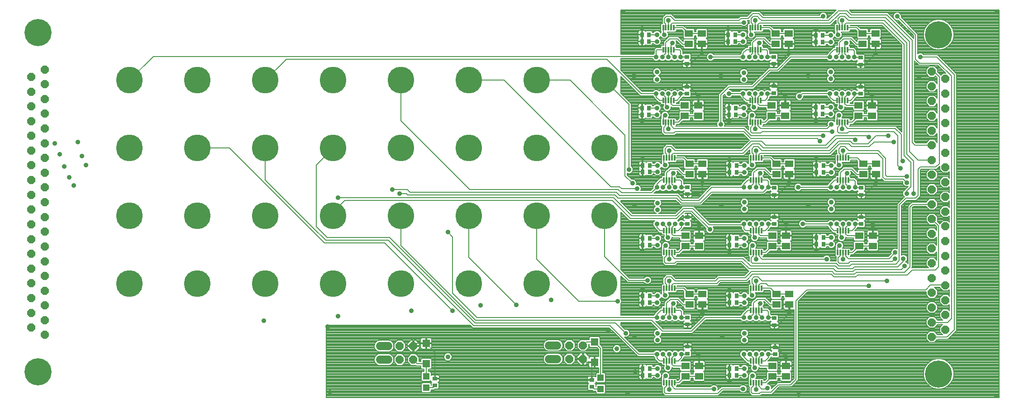
<source format=gtl>
G75*
%MOIN*%
%OFA0B0*%
%FSLAX25Y25*%
%IPPOS*%
%LPD*%
%AMOC8*
5,1,8,0,0,1.08239X$1,22.5*
%
%ADD10R,0.05906X0.05118*%
%ADD11C,0.06000*%
%ADD12C,0.19685*%
%ADD13R,0.01181X0.03937*%
%ADD14OC8,0.06000*%
%ADD15C,0.20000*%
%ADD16R,0.02756X0.03543*%
%ADD17R,0.05512X0.05512*%
%ADD18R,0.03543X0.02756*%
%ADD19R,0.04724X0.04724*%
%ADD20C,0.00787*%
%ADD21C,0.03575*%
D10*
X0608095Y0019310D03*
X0618095Y0019310D03*
X0618095Y0026790D03*
X0608095Y0026790D03*
X0672095Y0026790D03*
X0682095Y0026790D03*
X0682095Y0019310D03*
X0672095Y0019310D03*
X0675095Y0072310D03*
X0684595Y0072310D03*
X0684595Y0079790D03*
X0675095Y0079790D03*
X0620595Y0079790D03*
X0611095Y0079790D03*
X0611095Y0072310D03*
X0620595Y0072310D03*
X0618095Y0115310D03*
X0608095Y0115310D03*
X0608095Y0122790D03*
X0618095Y0122790D03*
X0672095Y0122790D03*
X0682095Y0122790D03*
X0682095Y0115310D03*
X0672095Y0115310D03*
X0736095Y0115310D03*
X0746095Y0115310D03*
X0746095Y0122790D03*
X0736095Y0122790D03*
X0739095Y0168310D03*
X0748595Y0168310D03*
X0748595Y0175790D03*
X0739095Y0175790D03*
X0684595Y0175790D03*
X0675095Y0175790D03*
X0675095Y0168310D03*
X0684595Y0168310D03*
X0620595Y0168310D03*
X0611095Y0168310D03*
X0611095Y0175790D03*
X0620595Y0175790D03*
X0617595Y0211310D03*
X0607595Y0211310D03*
X0607595Y0218790D03*
X0617595Y0218790D03*
X0671595Y0218790D03*
X0681595Y0218790D03*
X0681595Y0211310D03*
X0671595Y0211310D03*
X0735595Y0211310D03*
X0745595Y0211310D03*
X0745595Y0218790D03*
X0735595Y0218790D03*
X0738595Y0264310D03*
X0748095Y0264310D03*
X0748095Y0271790D03*
X0738595Y0271790D03*
X0684095Y0271790D03*
X0674595Y0271790D03*
X0674595Y0264310D03*
X0684095Y0264310D03*
X0620095Y0264310D03*
X0610595Y0264310D03*
X0610595Y0271790D03*
X0620095Y0271790D03*
D11*
X0513595Y0042050D02*
X0507595Y0042050D01*
X0507595Y0032050D02*
X0513595Y0032050D01*
X0389095Y0031550D02*
X0383095Y0031550D01*
X0383095Y0041550D02*
X0389095Y0041550D01*
D12*
X0398595Y0087550D03*
X0348595Y0087550D03*
X0298595Y0087550D03*
X0248595Y0087550D03*
X0198595Y0087550D03*
X0198595Y0137550D03*
X0248595Y0137550D03*
X0298595Y0137550D03*
X0348595Y0137550D03*
X0398595Y0137550D03*
X0448595Y0137550D03*
X0498595Y0137550D03*
X0548595Y0137550D03*
X0548095Y0087550D03*
X0498595Y0087550D03*
X0448595Y0087550D03*
X0448595Y0187550D03*
X0498595Y0187550D03*
X0548595Y0187550D03*
X0548595Y0237550D03*
X0498595Y0237550D03*
X0448595Y0237550D03*
X0398595Y0237550D03*
X0348595Y0237550D03*
X0298595Y0237550D03*
X0248595Y0237550D03*
X0198595Y0237550D03*
X0198595Y0187550D03*
X0248595Y0187550D03*
X0298595Y0187550D03*
X0348595Y0187550D03*
X0398595Y0187550D03*
D13*
X0592158Y0180121D03*
X0594127Y0180121D03*
X0596095Y0180121D03*
X0598064Y0180121D03*
X0600032Y0180121D03*
X0600032Y0163979D03*
X0598064Y0163979D03*
X0596095Y0163979D03*
X0594127Y0163979D03*
X0592158Y0163979D03*
X0656158Y0163979D03*
X0658127Y0163979D03*
X0660095Y0163979D03*
X0662064Y0163979D03*
X0664032Y0163979D03*
X0664032Y0180121D03*
X0662064Y0180121D03*
X0660095Y0180121D03*
X0658127Y0180121D03*
X0656158Y0180121D03*
X0720158Y0180121D03*
X0722127Y0180121D03*
X0724095Y0180121D03*
X0726064Y0180121D03*
X0728032Y0180121D03*
X0728032Y0163979D03*
X0726064Y0163979D03*
X0724095Y0163979D03*
X0722127Y0163979D03*
X0720158Y0163979D03*
X0720158Y0126621D03*
X0722127Y0126621D03*
X0724095Y0126621D03*
X0726064Y0126621D03*
X0728032Y0126621D03*
X0728032Y0110479D03*
X0726064Y0110479D03*
X0724095Y0110479D03*
X0722127Y0110479D03*
X0720158Y0110479D03*
X0664032Y0110479D03*
X0662064Y0110479D03*
X0660095Y0110479D03*
X0658127Y0110479D03*
X0656158Y0110479D03*
X0656158Y0126621D03*
X0658127Y0126621D03*
X0660095Y0126621D03*
X0662064Y0126621D03*
X0664032Y0126621D03*
X0600032Y0126621D03*
X0598064Y0126621D03*
X0596095Y0126621D03*
X0594127Y0126621D03*
X0592158Y0126621D03*
X0592158Y0110479D03*
X0594127Y0110479D03*
X0596095Y0110479D03*
X0598064Y0110479D03*
X0600032Y0110479D03*
X0600032Y0084121D03*
X0598064Y0084121D03*
X0596095Y0084121D03*
X0594127Y0084121D03*
X0592158Y0084121D03*
X0592158Y0067979D03*
X0594127Y0067979D03*
X0596095Y0067979D03*
X0598064Y0067979D03*
X0600032Y0067979D03*
X0656158Y0067979D03*
X0658127Y0067979D03*
X0660095Y0067979D03*
X0662064Y0067979D03*
X0664032Y0067979D03*
X0664032Y0084121D03*
X0662064Y0084121D03*
X0660095Y0084121D03*
X0658127Y0084121D03*
X0656158Y0084121D03*
X0656158Y0030621D03*
X0658127Y0030621D03*
X0660095Y0030621D03*
X0662064Y0030621D03*
X0664032Y0030621D03*
X0664032Y0014479D03*
X0662064Y0014479D03*
X0660095Y0014479D03*
X0658127Y0014479D03*
X0656158Y0014479D03*
X0600032Y0014479D03*
X0598064Y0014479D03*
X0596095Y0014479D03*
X0594127Y0014479D03*
X0592158Y0014479D03*
X0592158Y0030621D03*
X0594127Y0030621D03*
X0596095Y0030621D03*
X0598064Y0030621D03*
X0600032Y0030621D03*
X0599532Y0206479D03*
X0597564Y0206479D03*
X0595595Y0206479D03*
X0593627Y0206479D03*
X0591658Y0206479D03*
X0591658Y0222621D03*
X0593627Y0222621D03*
X0595595Y0222621D03*
X0597564Y0222621D03*
X0599532Y0222621D03*
X0655658Y0222621D03*
X0657627Y0222621D03*
X0659595Y0222621D03*
X0661564Y0222621D03*
X0663532Y0222621D03*
X0663532Y0206479D03*
X0661564Y0206479D03*
X0659595Y0206479D03*
X0657627Y0206479D03*
X0655658Y0206479D03*
X0719658Y0206479D03*
X0721627Y0206479D03*
X0723595Y0206479D03*
X0725564Y0206479D03*
X0727532Y0206479D03*
X0727532Y0222621D03*
X0725564Y0222621D03*
X0723595Y0222621D03*
X0721627Y0222621D03*
X0719658Y0222621D03*
X0719658Y0259979D03*
X0721627Y0259979D03*
X0723595Y0259979D03*
X0725564Y0259979D03*
X0727532Y0259979D03*
X0727532Y0276121D03*
X0725564Y0276121D03*
X0723595Y0276121D03*
X0721627Y0276121D03*
X0719658Y0276121D03*
X0663532Y0276121D03*
X0661564Y0276121D03*
X0659595Y0276121D03*
X0657627Y0276121D03*
X0655658Y0276121D03*
X0655658Y0259979D03*
X0657627Y0259979D03*
X0659595Y0259979D03*
X0661564Y0259979D03*
X0663532Y0259979D03*
X0599532Y0259979D03*
X0597564Y0259979D03*
X0595595Y0259979D03*
X0593627Y0259979D03*
X0591658Y0259979D03*
X0591658Y0276121D03*
X0593627Y0276121D03*
X0595595Y0276121D03*
X0597564Y0276121D03*
X0599532Y0276121D03*
D14*
X0789595Y0243850D03*
X0799595Y0238450D03*
X0789595Y0232950D03*
X0799595Y0227550D03*
X0789595Y0222150D03*
X0799595Y0216650D03*
X0789595Y0211250D03*
X0799595Y0205850D03*
X0789595Y0200350D03*
X0799595Y0194950D03*
X0789595Y0189550D03*
X0799595Y0184050D03*
X0789595Y0178650D03*
X0799595Y0173250D03*
X0789595Y0167750D03*
X0799595Y0162350D03*
X0789595Y0156950D03*
X0799595Y0151450D03*
X0789595Y0146050D03*
X0799595Y0140650D03*
X0789595Y0135150D03*
X0799595Y0129750D03*
X0789595Y0124350D03*
X0799595Y0118850D03*
X0789595Y0113450D03*
X0799595Y0108050D03*
X0789595Y0102550D03*
X0799595Y0097150D03*
X0789595Y0091650D03*
X0799595Y0086250D03*
X0789595Y0080850D03*
X0799595Y0075350D03*
X0789595Y0069950D03*
X0799595Y0064550D03*
X0789595Y0059050D03*
X0799595Y0053650D03*
X0789595Y0048250D03*
X0532595Y0042050D03*
X0522595Y0042050D03*
X0522595Y0032050D03*
X0532595Y0032050D03*
X0407595Y0031550D03*
X0397595Y0031550D03*
X0397595Y0041550D03*
X0407595Y0041550D03*
X0136095Y0049750D03*
X0126095Y0055150D03*
X0136095Y0060650D03*
X0126095Y0066050D03*
X0136095Y0071450D03*
X0126095Y0076950D03*
X0136095Y0082350D03*
X0126095Y0087750D03*
X0136095Y0093250D03*
X0126095Y0098650D03*
X0136095Y0104050D03*
X0126095Y0109550D03*
X0136095Y0114950D03*
X0126095Y0120350D03*
X0136095Y0125850D03*
X0126095Y0131250D03*
X0136095Y0136650D03*
X0126095Y0142150D03*
X0136095Y0147550D03*
X0126095Y0152950D03*
X0136095Y0158450D03*
X0126095Y0163850D03*
X0136095Y0169250D03*
X0126095Y0174750D03*
X0136095Y0180150D03*
X0126095Y0185650D03*
X0136095Y0191050D03*
X0126095Y0196450D03*
X0136095Y0201950D03*
X0126095Y0207350D03*
X0136095Y0212750D03*
X0126095Y0218250D03*
X0136095Y0223650D03*
X0126095Y0229050D03*
X0136095Y0234550D03*
X0126095Y0239950D03*
X0136095Y0245350D03*
D15*
X0131095Y0022550D03*
X0131095Y0272550D03*
X0794595Y0271050D03*
X0794595Y0021050D03*
D16*
X0645654Y0020050D03*
X0640536Y0020050D03*
X0640536Y0025050D03*
X0645654Y0025050D03*
X0581654Y0025050D03*
X0576536Y0025050D03*
X0576536Y0020050D03*
X0581654Y0020050D03*
X0581654Y0073550D03*
X0581654Y0078550D03*
X0576536Y0078550D03*
X0576536Y0073550D03*
X0640536Y0073550D03*
X0640536Y0078550D03*
X0645654Y0078550D03*
X0645654Y0073550D03*
X0645654Y0116050D03*
X0645654Y0121050D03*
X0640536Y0121050D03*
X0640536Y0116050D03*
X0581654Y0116050D03*
X0581654Y0121050D03*
X0576536Y0121050D03*
X0576536Y0116050D03*
X0576536Y0170050D03*
X0581654Y0170050D03*
X0581654Y0174550D03*
X0576536Y0174550D03*
X0640536Y0174550D03*
X0645654Y0174550D03*
X0645654Y0169550D03*
X0640536Y0169550D03*
X0704536Y0169550D03*
X0709654Y0169550D03*
X0709654Y0174550D03*
X0704536Y0174550D03*
X0704036Y0212550D03*
X0704036Y0217550D03*
X0709154Y0217550D03*
X0709154Y0212550D03*
X0645154Y0212050D03*
X0645154Y0217050D03*
X0640036Y0217050D03*
X0640036Y0212050D03*
X0581154Y0212050D03*
X0581154Y0217050D03*
X0576036Y0217050D03*
X0576036Y0212050D03*
X0576036Y0266050D03*
X0581154Y0266050D03*
X0581154Y0271050D03*
X0576036Y0271050D03*
X0639536Y0271050D03*
X0644654Y0271050D03*
X0644654Y0266050D03*
X0639536Y0266050D03*
X0704036Y0265550D03*
X0704036Y0270550D03*
X0709154Y0270550D03*
X0709154Y0265550D03*
X0709654Y0121550D03*
X0704536Y0121550D03*
X0704536Y0116550D03*
X0709654Y0116550D03*
D17*
X0541095Y0044530D03*
X0541095Y0029570D03*
X0417095Y0028570D03*
X0417095Y0043530D03*
D18*
X0423595Y0017609D03*
X0423595Y0012491D03*
X0539095Y0011491D03*
X0539095Y0016609D03*
X0609595Y0035991D03*
X0609595Y0041109D03*
X0609595Y0057491D03*
X0609595Y0062609D03*
X0673595Y0062109D03*
X0673595Y0056991D03*
X0674095Y0040609D03*
X0674095Y0035491D03*
X0673595Y0131491D03*
X0673595Y0136609D03*
X0673595Y0152991D03*
X0673595Y0158109D03*
X0737595Y0158109D03*
X0737595Y0152991D03*
X0737595Y0136609D03*
X0737595Y0131491D03*
X0609595Y0131491D03*
X0609595Y0136609D03*
X0609595Y0153491D03*
X0609595Y0158609D03*
X0609095Y0227491D03*
X0609095Y0232609D03*
X0609095Y0249491D03*
X0609095Y0254609D03*
X0673095Y0254609D03*
X0673095Y0249491D03*
X0673095Y0233109D03*
X0673095Y0227991D03*
X0737095Y0227491D03*
X0737095Y0232609D03*
X0737095Y0248991D03*
X0737095Y0254109D03*
D19*
X0545595Y0018184D03*
X0545595Y0009916D03*
X0417095Y0010916D03*
X0417095Y0019184D03*
D20*
X0417095Y0028570D01*
X0410575Y0028570D01*
X0407595Y0031550D01*
X0403414Y0031505D02*
X0401776Y0031505D01*
X0401776Y0032291D02*
X0403414Y0032291D01*
X0403414Y0033076D02*
X0401776Y0033076D01*
X0401776Y0033282D02*
X0399327Y0035731D01*
X0395863Y0035731D01*
X0393414Y0033282D01*
X0393414Y0029818D01*
X0395863Y0027369D01*
X0399327Y0027369D01*
X0401776Y0029818D01*
X0401776Y0033282D01*
X0401196Y0033862D02*
X0403995Y0033862D01*
X0403414Y0033282D02*
X0403414Y0029818D01*
X0405863Y0027369D01*
X0409327Y0027369D01*
X0409438Y0027480D01*
X0409923Y0026995D01*
X0413158Y0026995D01*
X0413158Y0025325D01*
X0413850Y0024633D01*
X0415520Y0024633D01*
X0415520Y0022727D01*
X0414244Y0022727D01*
X0413552Y0022035D01*
X0413552Y0016332D01*
X0414244Y0015641D01*
X0419947Y0015641D01*
X0420430Y0016124D01*
X0420430Y0016048D01*
X0420525Y0015693D01*
X0420708Y0015375D01*
X0420968Y0015116D01*
X0421242Y0014958D01*
X0420642Y0014358D01*
X0420642Y0012491D01*
X0420638Y0012491D01*
X0420638Y0013768D01*
X0419947Y0014459D01*
X0414244Y0014459D01*
X0413552Y0013768D01*
X0413552Y0008065D01*
X0414244Y0007373D01*
X0419947Y0007373D01*
X0420638Y0008065D01*
X0420638Y0009341D01*
X0422673Y0009341D01*
X0423263Y0009932D01*
X0425856Y0009932D01*
X0426548Y0010624D01*
X0426548Y0014358D01*
X0425948Y0014958D01*
X0426223Y0015116D01*
X0426482Y0015375D01*
X0426666Y0015693D01*
X0426760Y0016048D01*
X0426760Y0017314D01*
X0423890Y0017314D01*
X0423890Y0017904D01*
X0423300Y0017904D01*
X0423300Y0020381D01*
X0421640Y0020381D01*
X0421286Y0020286D01*
X0420968Y0020102D01*
X0420708Y0019843D01*
X0420638Y0019722D01*
X0420638Y0022035D01*
X0419947Y0022727D01*
X0418670Y0022727D01*
X0418670Y0024633D01*
X0420340Y0024633D01*
X0421032Y0025325D01*
X0421032Y0031815D01*
X0420340Y0032507D01*
X0413850Y0032507D01*
X0413158Y0031815D01*
X0413158Y0030144D01*
X0411776Y0030144D01*
X0411776Y0033282D01*
X0409327Y0035731D01*
X0405863Y0035731D01*
X0403414Y0033282D01*
X0404780Y0034648D02*
X0400410Y0034648D01*
X0399624Y0035434D02*
X0405566Y0035434D01*
X0405775Y0037156D02*
X0403201Y0039730D01*
X0403201Y0041156D01*
X0407201Y0041156D01*
X0407201Y0041944D01*
X0403201Y0041944D01*
X0403201Y0043370D01*
X0405775Y0045944D01*
X0407201Y0045944D01*
X0407201Y0041944D01*
X0407989Y0041944D01*
X0407989Y0045944D01*
X0409415Y0045944D01*
X0411989Y0043370D01*
X0411989Y0041944D01*
X0407989Y0041944D01*
X0407989Y0041156D01*
X0407989Y0037156D01*
X0409415Y0037156D01*
X0411989Y0039730D01*
X0411989Y0041156D01*
X0407989Y0041156D01*
X0407201Y0041156D01*
X0407201Y0037156D01*
X0405775Y0037156D01*
X0405140Y0037792D02*
X0399750Y0037792D01*
X0399327Y0037369D02*
X0401776Y0039818D01*
X0401776Y0043282D01*
X0399327Y0045731D01*
X0395863Y0045731D01*
X0393414Y0043282D01*
X0393414Y0039818D01*
X0395863Y0037369D01*
X0399327Y0037369D01*
X0400536Y0038578D02*
X0404354Y0038578D01*
X0403568Y0039364D02*
X0401322Y0039364D01*
X0401776Y0040150D02*
X0403201Y0040150D01*
X0403201Y0040936D02*
X0401776Y0040936D01*
X0401776Y0041721D02*
X0407201Y0041721D01*
X0407595Y0041550D02*
X0409575Y0043530D01*
X0417095Y0043530D01*
X0423595Y0037030D01*
X0423595Y0017609D01*
X0423890Y0017358D02*
X0535930Y0017358D01*
X0535930Y0016904D02*
X0535930Y0018170D01*
X0536025Y0018525D01*
X0536208Y0018843D01*
X0536468Y0019102D01*
X0536786Y0019286D01*
X0537140Y0019381D01*
X0538800Y0019381D01*
X0538800Y0016904D01*
X0538800Y0016314D01*
X0535930Y0016314D01*
X0535930Y0015048D01*
X0536025Y0014693D01*
X0536208Y0014375D01*
X0536468Y0014116D01*
X0536742Y0013958D01*
X0536142Y0013358D01*
X0536142Y0009624D01*
X0536834Y0008932D01*
X0539427Y0008932D01*
X0540018Y0008341D01*
X0542052Y0008341D01*
X0542052Y0007065D01*
X0542744Y0006373D01*
X0548447Y0006373D01*
X0549138Y0007065D01*
X0549138Y0012768D01*
X0548447Y0013459D01*
X0542744Y0013459D01*
X0542052Y0012768D01*
X0542052Y0011491D01*
X0542048Y0011491D01*
X0542048Y0013358D01*
X0541448Y0013958D01*
X0541723Y0014116D01*
X0541982Y0014375D01*
X0542166Y0014693D01*
X0542260Y0015048D01*
X0542260Y0015124D01*
X0542744Y0014641D01*
X0548447Y0014641D01*
X0549138Y0015332D01*
X0549138Y0021035D01*
X0548447Y0021727D01*
X0547170Y0021727D01*
X0547170Y0040683D01*
X0545032Y0042820D01*
X0545032Y0047775D01*
X0544340Y0048467D01*
X0537850Y0048467D01*
X0537158Y0047775D01*
X0537158Y0046105D01*
X0534453Y0046105D01*
X0534327Y0046231D01*
X0530863Y0046231D01*
X0528414Y0043782D01*
X0528414Y0040318D01*
X0530863Y0037869D01*
X0534327Y0037869D01*
X0536776Y0040318D01*
X0536776Y0042956D01*
X0537158Y0042956D01*
X0537158Y0041285D01*
X0537850Y0040593D01*
X0542805Y0040593D01*
X0544020Y0039378D01*
X0544020Y0033719D01*
X0541489Y0033719D01*
X0541489Y0029963D01*
X0540701Y0029963D01*
X0540701Y0029176D01*
X0536946Y0029176D01*
X0536946Y0026630D01*
X0537041Y0026276D01*
X0537224Y0025958D01*
X0537483Y0025699D01*
X0537801Y0025515D01*
X0538156Y0025420D01*
X0540701Y0025420D01*
X0540701Y0029176D01*
X0541489Y0029176D01*
X0541489Y0025420D01*
X0544020Y0025420D01*
X0544020Y0021727D01*
X0542744Y0021727D01*
X0542052Y0021035D01*
X0542052Y0018722D01*
X0541982Y0018843D01*
X0541723Y0019102D01*
X0541405Y0019286D01*
X0541050Y0019381D01*
X0539390Y0019381D01*
X0539390Y0016904D01*
X0538800Y0016904D01*
X0535930Y0016904D01*
X0535930Y0015786D02*
X0426690Y0015786D01*
X0426760Y0016572D02*
X0538800Y0016572D01*
X0539095Y0016609D02*
X0539095Y0027570D01*
X0541095Y0029570D01*
X0535075Y0029570D01*
X0532595Y0032050D01*
X0532201Y0032291D02*
X0526776Y0032291D01*
X0526776Y0033076D02*
X0528201Y0033076D01*
X0528201Y0032444D02*
X0532201Y0032444D01*
X0532201Y0031656D01*
X0528201Y0031656D01*
X0528201Y0030230D01*
X0530775Y0027656D01*
X0532201Y0027656D01*
X0532201Y0031656D01*
X0532989Y0031656D01*
X0532989Y0027656D01*
X0534415Y0027656D01*
X0536946Y0030187D01*
X0536946Y0029963D01*
X0540701Y0029963D01*
X0540701Y0033719D01*
X0538156Y0033719D01*
X0537801Y0033624D01*
X0537483Y0033441D01*
X0537224Y0033181D01*
X0537041Y0032864D01*
X0536989Y0032671D01*
X0536989Y0033870D01*
X0534415Y0036444D01*
X0532989Y0036444D01*
X0532989Y0032444D01*
X0532201Y0032444D01*
X0532201Y0036444D01*
X0530775Y0036444D01*
X0528201Y0033870D01*
X0528201Y0032444D01*
X0528201Y0031505D02*
X0526776Y0031505D01*
X0526776Y0030719D02*
X0528201Y0030719D01*
X0528499Y0029933D02*
X0526391Y0029933D01*
X0526776Y0030318D02*
X0524327Y0027869D01*
X0520863Y0027869D01*
X0518414Y0030318D01*
X0518414Y0033782D01*
X0520863Y0036231D01*
X0524327Y0036231D01*
X0526776Y0033782D01*
X0526776Y0030318D01*
X0525605Y0029147D02*
X0529285Y0029147D01*
X0530071Y0028361D02*
X0524819Y0028361D01*
X0520371Y0028361D02*
X0515615Y0028361D01*
X0515964Y0028505D02*
X0517140Y0029682D01*
X0517776Y0031218D01*
X0517776Y0032882D01*
X0517140Y0034418D01*
X0515964Y0035595D01*
X0514427Y0036231D01*
X0506763Y0036231D01*
X0505227Y0035595D01*
X0504051Y0034418D01*
X0503414Y0032882D01*
X0503414Y0031218D01*
X0504051Y0029682D01*
X0505227Y0028505D01*
X0506763Y0027869D01*
X0514427Y0027869D01*
X0515964Y0028505D01*
X0516605Y0029147D02*
X0519585Y0029147D01*
X0518799Y0029933D02*
X0517244Y0029933D01*
X0517569Y0030719D02*
X0518414Y0030719D01*
X0518414Y0031505D02*
X0517776Y0031505D01*
X0517776Y0032291D02*
X0518414Y0032291D01*
X0518414Y0033076D02*
X0517696Y0033076D01*
X0517370Y0033862D02*
X0518495Y0033862D01*
X0519280Y0034648D02*
X0516910Y0034648D01*
X0516124Y0035434D02*
X0520066Y0035434D01*
X0520852Y0036220D02*
X0514453Y0036220D01*
X0514427Y0037869D02*
X0515964Y0038505D01*
X0517140Y0039682D01*
X0517776Y0041218D01*
X0517776Y0042882D01*
X0517140Y0044418D01*
X0515964Y0045595D01*
X0514427Y0046231D01*
X0506763Y0046231D01*
X0505227Y0045595D01*
X0504051Y0044418D01*
X0503414Y0042882D01*
X0503414Y0041218D01*
X0504051Y0039682D01*
X0505227Y0038505D01*
X0506763Y0037869D01*
X0514427Y0037869D01*
X0516036Y0038578D02*
X0520154Y0038578D01*
X0520863Y0037869D02*
X0518414Y0040318D01*
X0518414Y0043782D01*
X0520863Y0046231D01*
X0524327Y0046231D01*
X0526776Y0043782D01*
X0526776Y0040318D01*
X0524327Y0037869D01*
X0520863Y0037869D01*
X0519368Y0039364D02*
X0516822Y0039364D01*
X0517334Y0040150D02*
X0518583Y0040150D01*
X0518414Y0040936D02*
X0517659Y0040936D01*
X0517776Y0041721D02*
X0518414Y0041721D01*
X0518414Y0042507D02*
X0517776Y0042507D01*
X0517606Y0043293D02*
X0518414Y0043293D01*
X0518711Y0044079D02*
X0517280Y0044079D01*
X0516693Y0044865D02*
X0519497Y0044865D01*
X0520283Y0045651D02*
X0515827Y0045651D01*
X0524907Y0045651D02*
X0530283Y0045651D01*
X0529497Y0044865D02*
X0525693Y0044865D01*
X0526479Y0044079D02*
X0528711Y0044079D01*
X0528414Y0043293D02*
X0526776Y0043293D01*
X0526776Y0042507D02*
X0528414Y0042507D01*
X0528414Y0041721D02*
X0526776Y0041721D01*
X0526776Y0040936D02*
X0528414Y0040936D01*
X0528583Y0040150D02*
X0526608Y0040150D01*
X0525822Y0039364D02*
X0529368Y0039364D01*
X0530154Y0038578D02*
X0525036Y0038578D01*
X0524338Y0036220D02*
X0530552Y0036220D01*
X0529766Y0035434D02*
X0525124Y0035434D01*
X0525910Y0034648D02*
X0528980Y0034648D01*
X0528201Y0033862D02*
X0526696Y0033862D01*
X0532201Y0033862D02*
X0532989Y0033862D01*
X0532989Y0033076D02*
X0532201Y0033076D01*
X0532201Y0031505D02*
X0532989Y0031505D01*
X0532989Y0030719D02*
X0532201Y0030719D01*
X0532201Y0029933D02*
X0532989Y0029933D01*
X0532989Y0029147D02*
X0532201Y0029147D01*
X0532201Y0028361D02*
X0532989Y0028361D01*
X0535120Y0028361D02*
X0536946Y0028361D01*
X0536946Y0029147D02*
X0535906Y0029147D01*
X0536692Y0029933D02*
X0540701Y0029933D01*
X0540701Y0030719D02*
X0541489Y0030719D01*
X0541489Y0031505D02*
X0540701Y0031505D01*
X0540701Y0032291D02*
X0541489Y0032291D01*
X0541489Y0033076D02*
X0540701Y0033076D01*
X0544020Y0033862D02*
X0536989Y0033862D01*
X0536989Y0033076D02*
X0537163Y0033076D01*
X0536211Y0034648D02*
X0544020Y0034648D01*
X0544020Y0035434D02*
X0535425Y0035434D01*
X0534639Y0036220D02*
X0544020Y0036220D01*
X0544020Y0037006D02*
X0343595Y0037006D01*
X0343595Y0037792D02*
X0381242Y0037792D01*
X0380727Y0038005D02*
X0382263Y0037369D01*
X0389927Y0037369D01*
X0391464Y0038005D01*
X0392640Y0039182D01*
X0393276Y0040718D01*
X0393276Y0042382D01*
X0392640Y0043918D01*
X0391464Y0045095D01*
X0389927Y0045731D01*
X0382263Y0045731D01*
X0380727Y0045095D01*
X0379551Y0043918D01*
X0378914Y0042382D01*
X0378914Y0040718D01*
X0379551Y0039182D01*
X0380727Y0038005D01*
X0380154Y0038578D02*
X0343595Y0038578D01*
X0343595Y0039364D02*
X0379475Y0039364D01*
X0379150Y0040150D02*
X0343595Y0040150D01*
X0343595Y0040936D02*
X0378914Y0040936D01*
X0378914Y0041721D02*
X0343595Y0041721D01*
X0343595Y0042507D02*
X0378966Y0042507D01*
X0379292Y0043293D02*
X0343595Y0043293D01*
X0343595Y0044079D02*
X0379711Y0044079D01*
X0380497Y0044865D02*
X0343595Y0044865D01*
X0343595Y0045651D02*
X0382070Y0045651D01*
X0390120Y0045651D02*
X0395783Y0045651D01*
X0394997Y0044865D02*
X0391693Y0044865D01*
X0392479Y0044079D02*
X0394211Y0044079D01*
X0393425Y0043293D02*
X0392899Y0043293D01*
X0393224Y0042507D02*
X0393414Y0042507D01*
X0393414Y0041721D02*
X0393276Y0041721D01*
X0393276Y0040936D02*
X0393414Y0040936D01*
X0393414Y0040150D02*
X0393041Y0040150D01*
X0392715Y0039364D02*
X0393868Y0039364D01*
X0394654Y0038578D02*
X0392036Y0038578D01*
X0390948Y0037792D02*
X0395440Y0037792D01*
X0395566Y0035434D02*
X0390644Y0035434D01*
X0389927Y0035731D02*
X0391464Y0035095D01*
X0392640Y0033918D01*
X0393276Y0032382D01*
X0393276Y0030718D01*
X0392640Y0029182D01*
X0391464Y0028005D01*
X0389927Y0027369D01*
X0382263Y0027369D01*
X0380727Y0028005D01*
X0379551Y0029182D01*
X0378914Y0030718D01*
X0378914Y0032382D01*
X0379551Y0033918D01*
X0380727Y0035095D01*
X0382263Y0035731D01*
X0389927Y0035731D01*
X0391910Y0034648D02*
X0394780Y0034648D01*
X0393995Y0033862D02*
X0392663Y0033862D01*
X0392988Y0033076D02*
X0393414Y0033076D01*
X0393414Y0032291D02*
X0393276Y0032291D01*
X0393276Y0031505D02*
X0393414Y0031505D01*
X0393414Y0030719D02*
X0393276Y0030719D01*
X0393414Y0029933D02*
X0392951Y0029933D01*
X0392605Y0029147D02*
X0394085Y0029147D01*
X0394871Y0028361D02*
X0391819Y0028361D01*
X0390424Y0027575D02*
X0395657Y0027575D01*
X0399533Y0027575D02*
X0405657Y0027575D01*
X0404871Y0028361D02*
X0400319Y0028361D01*
X0401105Y0029147D02*
X0404085Y0029147D01*
X0403414Y0029933D02*
X0401776Y0029933D01*
X0401776Y0030719D02*
X0403414Y0030719D01*
X0410410Y0034648D02*
X0430337Y0034648D01*
X0430127Y0034140D02*
X0430127Y0032960D01*
X0430579Y0031868D01*
X0431414Y0031033D01*
X0432505Y0030581D01*
X0433686Y0030581D01*
X0434777Y0031033D01*
X0435612Y0031868D01*
X0436064Y0032960D01*
X0436064Y0034140D01*
X0435612Y0035232D01*
X0434777Y0036067D01*
X0433686Y0036518D01*
X0432505Y0036518D01*
X0431414Y0036067D01*
X0430579Y0035232D01*
X0430127Y0034140D01*
X0430127Y0033862D02*
X0411196Y0033862D01*
X0411776Y0033076D02*
X0430127Y0033076D01*
X0430404Y0032291D02*
X0420556Y0032291D01*
X0421032Y0031505D02*
X0430942Y0031505D01*
X0432173Y0030719D02*
X0421032Y0030719D01*
X0421032Y0029933D02*
X0503947Y0029933D01*
X0503621Y0030719D02*
X0434017Y0030719D01*
X0435248Y0031505D02*
X0503414Y0031505D01*
X0503414Y0032291D02*
X0435787Y0032291D01*
X0436064Y0033076D02*
X0503495Y0033076D01*
X0503820Y0033862D02*
X0436064Y0033862D01*
X0435853Y0034648D02*
X0504280Y0034648D01*
X0505066Y0035434D02*
X0435409Y0035434D01*
X0434406Y0036220D02*
X0506737Y0036220D01*
X0505154Y0038578D02*
X0410837Y0038578D01*
X0411622Y0039364D02*
X0504368Y0039364D01*
X0503857Y0040150D02*
X0421100Y0040150D01*
X0421150Y0040236D02*
X0421245Y0040591D01*
X0421245Y0043137D01*
X0417489Y0043137D01*
X0417489Y0043924D01*
X0421245Y0043924D01*
X0421245Y0046470D01*
X0421150Y0046824D01*
X0420966Y0047142D01*
X0420707Y0047401D01*
X0420389Y0047585D01*
X0420035Y0047680D01*
X0417489Y0047680D01*
X0417489Y0043924D01*
X0416701Y0043924D01*
X0416701Y0043137D01*
X0412946Y0043137D01*
X0412946Y0040591D01*
X0413041Y0040236D01*
X0413224Y0039919D01*
X0413483Y0039659D01*
X0413801Y0039476D01*
X0414156Y0039381D01*
X0416701Y0039381D01*
X0416701Y0043137D01*
X0417489Y0043137D01*
X0417489Y0039381D01*
X0420035Y0039381D01*
X0420389Y0039476D01*
X0420707Y0039659D01*
X0420966Y0039919D01*
X0421150Y0040236D01*
X0421245Y0040936D02*
X0503531Y0040936D01*
X0503414Y0041721D02*
X0421245Y0041721D01*
X0421245Y0042507D02*
X0503414Y0042507D01*
X0503585Y0043293D02*
X0417489Y0043293D01*
X0417115Y0043550D02*
X0417095Y0043530D01*
X0416701Y0043293D02*
X0411989Y0043293D01*
X0411989Y0042507D02*
X0412946Y0042507D01*
X0412946Y0041721D02*
X0407989Y0041721D01*
X0407989Y0040936D02*
X0407201Y0040936D01*
X0407201Y0040150D02*
X0407989Y0040150D01*
X0407989Y0039364D02*
X0407201Y0039364D01*
X0407201Y0038578D02*
X0407989Y0038578D01*
X0407989Y0037792D02*
X0407201Y0037792D01*
X0410051Y0037792D02*
X0544020Y0037792D01*
X0544020Y0038578D02*
X0535036Y0038578D01*
X0535822Y0039364D02*
X0544020Y0039364D01*
X0543249Y0040150D02*
X0536608Y0040150D01*
X0536776Y0040936D02*
X0537508Y0040936D01*
X0537158Y0041721D02*
X0536776Y0041721D01*
X0536776Y0042507D02*
X0537158Y0042507D01*
X0535075Y0044530D02*
X0541095Y0044530D01*
X0545595Y0040030D01*
X0545595Y0018184D01*
X0549138Y0018144D02*
X0573764Y0018144D01*
X0573764Y0018095D02*
X0573859Y0017740D01*
X0574043Y0017423D01*
X0574302Y0017163D01*
X0574620Y0016980D01*
X0574975Y0016885D01*
X0576241Y0016885D01*
X0576241Y0019755D01*
X0573764Y0019755D01*
X0573764Y0018095D01*
X0574107Y0017358D02*
X0549138Y0017358D01*
X0549138Y0016572D02*
X0590386Y0016572D01*
X0590386Y0016937D02*
X0590386Y0012021D01*
X0591078Y0011330D01*
X0591148Y0011330D01*
X0591020Y0011202D01*
X0591020Y0006898D01*
X0592020Y0005898D01*
X0592943Y0004975D01*
X0632247Y0004975D01*
X0633170Y0005898D01*
X0635747Y0008475D01*
X0648034Y0008475D01*
X0648079Y0008368D01*
X0648914Y0007533D01*
X0650005Y0007081D01*
X0651186Y0007081D01*
X0652277Y0007533D01*
X0653112Y0008368D01*
X0653564Y0009460D01*
X0653564Y0010640D01*
X0653112Y0011732D01*
X0652277Y0012567D01*
X0651186Y0013018D01*
X0650005Y0013018D01*
X0648914Y0012567D01*
X0648079Y0011732D01*
X0648034Y0011625D01*
X0634443Y0011625D01*
X0633520Y0010702D01*
X0631912Y0009094D01*
X0632064Y0009460D01*
X0632064Y0010640D01*
X0631612Y0011732D01*
X0630777Y0012567D01*
X0629686Y0013018D01*
X0628505Y0013018D01*
X0627414Y0012567D01*
X0626579Y0011732D01*
X0626534Y0011625D01*
X0601407Y0011625D01*
X0601804Y0012021D01*
X0601804Y0012904D01*
X0603917Y0012904D01*
X0606582Y0015570D01*
X0611537Y0015570D01*
X0612229Y0016262D01*
X0612229Y0017735D01*
X0613961Y0017735D01*
X0613961Y0016262D01*
X0614653Y0015570D01*
X0621537Y0015570D01*
X0622229Y0016262D01*
X0622229Y0022358D01*
X0621630Y0022958D01*
X0621904Y0023116D01*
X0622163Y0023375D01*
X0622347Y0023693D01*
X0622442Y0024048D01*
X0622442Y0026396D01*
X0618489Y0026396D01*
X0618489Y0027184D01*
X0617701Y0027184D01*
X0617701Y0026396D01*
X0613749Y0026396D01*
X0613749Y0024048D01*
X0613844Y0023693D01*
X0614027Y0023375D01*
X0614287Y0023116D01*
X0614561Y0022958D01*
X0613961Y0022358D01*
X0613961Y0020885D01*
X0612229Y0020885D01*
X0612229Y0022358D01*
X0611537Y0023050D01*
X0604653Y0023050D01*
X0603961Y0022358D01*
X0603961Y0017403D01*
X0602612Y0016054D01*
X0601804Y0016054D01*
X0601804Y0016937D01*
X0601112Y0017629D01*
X0595872Y0017629D01*
X0596112Y0017868D01*
X0596564Y0018960D01*
X0596564Y0020140D01*
X0596112Y0021232D01*
X0595277Y0022067D01*
X0594186Y0022518D01*
X0593005Y0022518D01*
X0591914Y0022067D01*
X0591079Y0021232D01*
X0590627Y0020140D01*
X0590627Y0018960D01*
X0590671Y0018853D01*
X0590583Y0018765D01*
X0590583Y0017134D01*
X0590386Y0016937D01*
X0590583Y0017358D02*
X0588854Y0017358D01*
X0589277Y0017533D02*
X0590112Y0018368D01*
X0590564Y0019460D01*
X0590564Y0020640D01*
X0590112Y0021732D01*
X0589293Y0022550D01*
X0590112Y0023368D01*
X0590564Y0024460D01*
X0590564Y0025640D01*
X0590112Y0026732D01*
X0589277Y0027567D01*
X0588186Y0028018D01*
X0587005Y0028018D01*
X0585914Y0027567D01*
X0585079Y0026732D01*
X0585034Y0026625D01*
X0584213Y0026625D01*
X0584213Y0027311D01*
X0583521Y0028003D01*
X0579787Y0028003D01*
X0579188Y0027403D01*
X0579029Y0027677D01*
X0578770Y0027937D01*
X0578452Y0028120D01*
X0578098Y0028215D01*
X0576831Y0028215D01*
X0576831Y0025345D01*
X0576241Y0025345D01*
X0576241Y0024755D01*
X0573764Y0024755D01*
X0573764Y0023095D01*
X0573859Y0022740D01*
X0573969Y0022550D01*
X0573859Y0022360D01*
X0573764Y0022005D01*
X0573764Y0020345D01*
X0576241Y0020345D01*
X0576241Y0019755D01*
X0576831Y0019755D01*
X0576831Y0016885D01*
X0578098Y0016885D01*
X0578452Y0016980D01*
X0578770Y0017163D01*
X0579029Y0017423D01*
X0579188Y0017697D01*
X0579787Y0017097D01*
X0583521Y0017097D01*
X0584213Y0017789D01*
X0584213Y0018475D01*
X0585034Y0018475D01*
X0585079Y0018368D01*
X0585914Y0017533D01*
X0587005Y0017081D01*
X0588186Y0017081D01*
X0589277Y0017533D01*
X0589887Y0018144D02*
X0590583Y0018144D01*
X0590639Y0018930D02*
X0590344Y0018930D01*
X0590564Y0019716D02*
X0590627Y0019716D01*
X0590564Y0020502D02*
X0590776Y0020502D01*
X0591135Y0021288D02*
X0590296Y0021288D01*
X0589770Y0022074D02*
X0591931Y0022074D01*
X0593414Y0023033D02*
X0594505Y0022581D01*
X0595686Y0022581D01*
X0596777Y0023033D01*
X0597612Y0023868D01*
X0598064Y0024960D01*
X0598064Y0025854D01*
X0598703Y0025215D01*
X0603961Y0025215D01*
X0603961Y0023742D01*
X0604653Y0023050D01*
X0611537Y0023050D01*
X0612229Y0023742D01*
X0612229Y0029838D01*
X0611537Y0030530D01*
X0604803Y0030530D01*
X0605747Y0031475D01*
X0606670Y0032398D01*
X0606670Y0032989D01*
X0606777Y0033033D01*
X0607255Y0033511D01*
X0607334Y0033432D01*
X0611856Y0033432D01*
X0612548Y0034124D01*
X0612548Y0037858D01*
X0611948Y0038458D01*
X0612223Y0038616D01*
X0612482Y0038875D01*
X0612666Y0039193D01*
X0612760Y0039548D01*
X0612760Y0040814D01*
X0609890Y0040814D01*
X0609890Y0041404D01*
X0609300Y0041404D01*
X0609300Y0040814D01*
X0606430Y0040814D01*
X0606430Y0039548D01*
X0606525Y0039193D01*
X0606708Y0038875D01*
X0606968Y0038616D01*
X0607242Y0038458D01*
X0606814Y0038029D01*
X0606777Y0038067D01*
X0605686Y0038518D01*
X0604505Y0038518D01*
X0603414Y0038067D01*
X0602845Y0037498D01*
X0602277Y0038067D01*
X0601186Y0038518D01*
X0600005Y0038518D01*
X0598914Y0038067D01*
X0598345Y0037498D01*
X0597777Y0038067D01*
X0596686Y0038518D01*
X0595505Y0038518D01*
X0594414Y0038067D01*
X0593845Y0037498D01*
X0593277Y0038067D01*
X0592186Y0038518D01*
X0591005Y0038518D01*
X0589914Y0038067D01*
X0589345Y0037498D01*
X0588777Y0038067D01*
X0587686Y0038518D01*
X0586505Y0038518D01*
X0585414Y0038067D01*
X0584579Y0037232D01*
X0584534Y0037125D01*
X0574247Y0037125D01*
X0563139Y0048233D01*
X0563505Y0048081D01*
X0564686Y0048081D01*
X0565777Y0048533D01*
X0566612Y0049368D01*
X0567064Y0050460D01*
X0567064Y0051640D01*
X0566612Y0052732D01*
X0565777Y0053567D01*
X0564686Y0054018D01*
X0563505Y0054018D01*
X0563398Y0053974D01*
X0560322Y0057050D01*
X0560595Y0057050D01*
X0560595Y0058975D01*
X0582443Y0058975D01*
X0587400Y0054018D01*
X0587005Y0054018D01*
X0585914Y0053567D01*
X0585079Y0052732D01*
X0584627Y0051640D01*
X0584627Y0050460D01*
X0585079Y0049368D01*
X0585897Y0048550D01*
X0585079Y0047732D01*
X0584627Y0046640D01*
X0584627Y0045460D01*
X0585079Y0044368D01*
X0585914Y0043533D01*
X0587005Y0043081D01*
X0588186Y0043081D01*
X0589277Y0043533D01*
X0590112Y0044368D01*
X0590564Y0045460D01*
X0590564Y0046640D01*
X0590112Y0047732D01*
X0589293Y0048550D01*
X0590112Y0049368D01*
X0590564Y0050460D01*
X0590564Y0050975D01*
X0613247Y0050975D01*
X0614170Y0051898D01*
X0623247Y0060975D01*
X0648534Y0060975D01*
X0648579Y0060868D01*
X0649414Y0060033D01*
X0650505Y0059581D01*
X0651686Y0059581D01*
X0652777Y0060033D01*
X0653345Y0060602D01*
X0653914Y0060033D01*
X0655005Y0059581D01*
X0656186Y0059581D01*
X0657277Y0060033D01*
X0657845Y0060602D01*
X0658414Y0060033D01*
X0659505Y0059581D01*
X0660686Y0059581D01*
X0661777Y0060033D01*
X0662345Y0060602D01*
X0662914Y0060033D01*
X0664005Y0059581D01*
X0665186Y0059581D01*
X0666277Y0060033D01*
X0666845Y0060602D01*
X0667414Y0060033D01*
X0668505Y0059581D01*
X0669686Y0059581D01*
X0670777Y0060033D01*
X0670814Y0060071D01*
X0671242Y0059642D01*
X0670968Y0059484D01*
X0670708Y0059225D01*
X0670525Y0058907D01*
X0670430Y0058552D01*
X0670430Y0057286D01*
X0673300Y0057286D01*
X0673300Y0056696D01*
X0670430Y0056696D01*
X0670430Y0055430D01*
X0670525Y0055075D01*
X0670708Y0054757D01*
X0670968Y0054498D01*
X0671286Y0054314D01*
X0671640Y0054219D01*
X0673300Y0054219D01*
X0673300Y0056696D01*
X0673890Y0056696D01*
X0673890Y0054219D01*
X0675550Y0054219D01*
X0675905Y0054314D01*
X0676223Y0054498D01*
X0676482Y0054757D01*
X0676666Y0055075D01*
X0676760Y0055430D01*
X0676760Y0056696D01*
X0673890Y0056696D01*
X0673890Y0057286D01*
X0676760Y0057286D01*
X0676760Y0058552D01*
X0676666Y0058907D01*
X0676482Y0059225D01*
X0676223Y0059484D01*
X0675948Y0059642D01*
X0676548Y0060242D01*
X0676548Y0063976D01*
X0675856Y0064668D01*
X0671334Y0064668D01*
X0671255Y0064589D01*
X0670777Y0065067D01*
X0670670Y0065111D01*
X0670670Y0067702D01*
X0669747Y0068625D01*
X0668818Y0069554D01*
X0665804Y0069554D01*
X0665804Y0070437D01*
X0665242Y0070999D01*
X0665612Y0071368D01*
X0666064Y0072460D01*
X0666064Y0073640D01*
X0665718Y0074475D01*
X0665943Y0074475D01*
X0669020Y0071398D01*
X0669943Y0070475D01*
X0670961Y0070475D01*
X0670961Y0069262D01*
X0671653Y0068570D01*
X0678537Y0068570D01*
X0679229Y0069262D01*
X0679229Y0075358D01*
X0678537Y0076050D01*
X0671653Y0076050D01*
X0670961Y0075358D01*
X0670961Y0073911D01*
X0667247Y0077625D01*
X0660443Y0077625D01*
X0659520Y0076702D01*
X0656552Y0073734D01*
X0656552Y0071129D01*
X0655078Y0071129D01*
X0654386Y0070437D01*
X0654386Y0069625D01*
X0653443Y0069625D01*
X0650443Y0066625D01*
X0649520Y0065702D01*
X0649520Y0065111D01*
X0649414Y0065067D01*
X0648579Y0064232D01*
X0648534Y0064125D01*
X0621943Y0064125D01*
X0611943Y0054125D01*
X0591747Y0054125D01*
X0586139Y0059733D01*
X0586505Y0059581D01*
X0587686Y0059581D01*
X0588777Y0060033D01*
X0589345Y0060602D01*
X0589914Y0060033D01*
X0591005Y0059581D01*
X0592186Y0059581D01*
X0593277Y0060033D01*
X0593845Y0060602D01*
X0594414Y0060033D01*
X0595505Y0059581D01*
X0596686Y0059581D01*
X0597777Y0060033D01*
X0598345Y0060602D01*
X0598914Y0060033D01*
X0600005Y0059581D01*
X0601186Y0059581D01*
X0602277Y0060033D01*
X0602845Y0060602D01*
X0603414Y0060033D01*
X0604505Y0059581D01*
X0605686Y0059581D01*
X0606777Y0060033D01*
X0607064Y0060321D01*
X0607242Y0060142D01*
X0606968Y0059984D01*
X0606708Y0059725D01*
X0606525Y0059407D01*
X0606430Y0059052D01*
X0606430Y0057786D01*
X0609300Y0057786D01*
X0609300Y0057196D01*
X0606430Y0057196D01*
X0606430Y0055930D01*
X0606525Y0055575D01*
X0606708Y0055257D01*
X0606968Y0054998D01*
X0607286Y0054814D01*
X0607640Y0054719D01*
X0609300Y0054719D01*
X0609300Y0057196D01*
X0609890Y0057196D01*
X0609890Y0054719D01*
X0611550Y0054719D01*
X0611905Y0054814D01*
X0612223Y0054998D01*
X0612482Y0055257D01*
X0612666Y0055575D01*
X0612760Y0055930D01*
X0612760Y0057196D01*
X0609890Y0057196D01*
X0609890Y0057786D01*
X0612760Y0057786D01*
X0612760Y0059052D01*
X0612666Y0059407D01*
X0612482Y0059725D01*
X0612223Y0059984D01*
X0611948Y0060142D01*
X0612548Y0060742D01*
X0612548Y0064476D01*
X0611856Y0065168D01*
X0607334Y0065168D01*
X0607005Y0064839D01*
X0606777Y0065067D01*
X0606670Y0065111D01*
X0606670Y0067702D01*
X0605747Y0068625D01*
X0604818Y0069554D01*
X0601804Y0069554D01*
X0601804Y0070437D01*
X0601242Y0070999D01*
X0601612Y0071368D01*
X0602064Y0072460D01*
X0602064Y0073640D01*
X0601718Y0074475D01*
X0601943Y0074475D01*
X0605020Y0071398D01*
X0605943Y0070475D01*
X0606961Y0070475D01*
X0606961Y0069262D01*
X0607653Y0068570D01*
X0614537Y0068570D01*
X0615229Y0069262D01*
X0615229Y0075358D01*
X0614537Y0076050D01*
X0607653Y0076050D01*
X0606961Y0075358D01*
X0606961Y0073911D01*
X0603247Y0077625D01*
X0596443Y0077625D01*
X0592552Y0073734D01*
X0592552Y0071129D01*
X0591078Y0071129D01*
X0590386Y0070437D01*
X0590386Y0069625D01*
X0589443Y0069625D01*
X0585520Y0065702D01*
X0585520Y0065111D01*
X0585414Y0065067D01*
X0584579Y0064232D01*
X0584534Y0064125D01*
X0560595Y0064125D01*
X0560595Y0072852D01*
X0560612Y0072868D01*
X0561064Y0073960D01*
X0561064Y0075140D01*
X0560612Y0076232D01*
X0560595Y0076248D01*
X0560595Y0093323D01*
X0564520Y0089398D01*
X0565443Y0088475D01*
X0577534Y0088475D01*
X0577579Y0088368D01*
X0578414Y0087533D01*
X0579505Y0087081D01*
X0580686Y0087081D01*
X0581777Y0087533D01*
X0582612Y0088368D01*
X0583064Y0089460D01*
X0583064Y0090640D01*
X0582612Y0091732D01*
X0581777Y0092567D01*
X0580686Y0093018D01*
X0579505Y0093018D01*
X0578414Y0092567D01*
X0577579Y0091732D01*
X0577534Y0091625D01*
X0566747Y0091625D01*
X0560595Y0097777D01*
X0560595Y0140323D01*
X0566943Y0133975D01*
X0585322Y0133975D01*
X0584579Y0133232D01*
X0584127Y0132140D01*
X0584127Y0130960D01*
X0584579Y0129868D01*
X0585414Y0129033D01*
X0585520Y0128989D01*
X0585520Y0128398D01*
X0586443Y0127475D01*
X0588872Y0125046D01*
X0590386Y0125046D01*
X0590386Y0124163D01*
X0591078Y0123471D01*
X0592552Y0123471D01*
X0592552Y0123167D01*
X0592127Y0122140D01*
X0592127Y0120960D01*
X0592579Y0119868D01*
X0593414Y0119033D01*
X0594505Y0118581D01*
X0595686Y0118581D01*
X0596777Y0119033D01*
X0597612Y0119868D01*
X0598064Y0120960D01*
X0598064Y0121854D01*
X0598703Y0121215D01*
X0603961Y0121215D01*
X0603961Y0119742D01*
X0604653Y0119050D01*
X0611537Y0119050D01*
X0612229Y0119742D01*
X0612229Y0125838D01*
X0611537Y0126530D01*
X0604803Y0126530D01*
X0605747Y0127475D01*
X0606670Y0128398D01*
X0606670Y0128989D01*
X0606777Y0129033D01*
X0607005Y0129261D01*
X0607334Y0128932D01*
X0611856Y0128932D01*
X0612548Y0129624D01*
X0612548Y0133358D01*
X0611948Y0133958D01*
X0612223Y0134116D01*
X0612482Y0134375D01*
X0612666Y0134693D01*
X0612760Y0135048D01*
X0612760Y0136314D01*
X0609890Y0136314D01*
X0609890Y0136904D01*
X0609300Y0136904D01*
X0609300Y0136314D01*
X0606430Y0136314D01*
X0606430Y0135048D01*
X0606525Y0134693D01*
X0606708Y0134375D01*
X0606968Y0134116D01*
X0607242Y0133958D01*
X0607064Y0133779D01*
X0606777Y0134067D01*
X0605686Y0134518D01*
X0604505Y0134518D01*
X0603414Y0134067D01*
X0602845Y0133498D01*
X0602308Y0134035D01*
X0603170Y0134898D01*
X0606430Y0138158D01*
X0606430Y0136904D01*
X0609300Y0136904D01*
X0609300Y0139381D01*
X0607653Y0139381D01*
X0607747Y0139475D01*
X0611943Y0139475D01*
X0623171Y0128247D01*
X0623127Y0128140D01*
X0623127Y0126960D01*
X0623579Y0125868D01*
X0624414Y0125033D01*
X0625505Y0124581D01*
X0626686Y0124581D01*
X0627777Y0125033D01*
X0628612Y0125868D01*
X0629064Y0126960D01*
X0629064Y0128140D01*
X0628612Y0129232D01*
X0628368Y0129475D01*
X0648972Y0129475D01*
X0649414Y0129033D01*
X0649520Y0128989D01*
X0649520Y0127398D01*
X0650443Y0126475D01*
X0651872Y0125046D01*
X0654386Y0125046D01*
X0654386Y0124163D01*
X0655078Y0123471D01*
X0656552Y0123471D01*
X0656552Y0123167D01*
X0656127Y0122140D01*
X0656127Y0120960D01*
X0656579Y0119868D01*
X0657414Y0119033D01*
X0658505Y0118581D01*
X0659686Y0118581D01*
X0660777Y0119033D01*
X0661612Y0119868D01*
X0662064Y0120960D01*
X0662064Y0121854D01*
X0662703Y0121215D01*
X0667961Y0121215D01*
X0667961Y0119742D01*
X0668653Y0119050D01*
X0675537Y0119050D01*
X0676229Y0119742D01*
X0676229Y0125838D01*
X0675537Y0126530D01*
X0668803Y0126530D01*
X0669747Y0127475D01*
X0670670Y0128398D01*
X0670670Y0128989D01*
X0670777Y0129033D01*
X0671005Y0129261D01*
X0671334Y0128932D01*
X0675856Y0128932D01*
X0676548Y0129624D01*
X0676548Y0133358D01*
X0675948Y0133958D01*
X0676223Y0134116D01*
X0676482Y0134375D01*
X0676666Y0134693D01*
X0676760Y0135048D01*
X0676760Y0136314D01*
X0673890Y0136314D01*
X0673890Y0136904D01*
X0673300Y0136904D01*
X0673300Y0136314D01*
X0670430Y0136314D01*
X0670430Y0135048D01*
X0670525Y0134693D01*
X0670708Y0134375D01*
X0670968Y0134116D01*
X0671242Y0133958D01*
X0671064Y0133779D01*
X0670777Y0134067D01*
X0669686Y0134518D01*
X0668505Y0134518D01*
X0667414Y0134067D01*
X0666845Y0133498D01*
X0666277Y0134067D01*
X0665186Y0134518D01*
X0664005Y0134518D01*
X0662914Y0134067D01*
X0662345Y0133498D01*
X0661777Y0134067D01*
X0660686Y0134518D01*
X0659505Y0134518D01*
X0658414Y0134067D01*
X0657845Y0133498D01*
X0657277Y0134067D01*
X0656186Y0134518D01*
X0655005Y0134518D01*
X0653914Y0134067D01*
X0653345Y0133498D01*
X0652777Y0134067D01*
X0651686Y0134518D01*
X0650505Y0134518D01*
X0649414Y0134067D01*
X0648579Y0133232D01*
X0648327Y0132625D01*
X0626247Y0132625D01*
X0614247Y0144625D01*
X0605943Y0144625D01*
X0605020Y0143702D01*
X0600443Y0139125D01*
X0588290Y0139125D01*
X0589277Y0139533D01*
X0590112Y0140368D01*
X0590564Y0141460D01*
X0590564Y0142640D01*
X0590112Y0143732D01*
X0589293Y0144550D01*
X0590112Y0145368D01*
X0590564Y0146460D01*
X0590564Y0147640D01*
X0590112Y0148732D01*
X0589868Y0148975D01*
X0600943Y0148975D01*
X0603520Y0146398D01*
X0604443Y0145475D01*
X0619747Y0145475D01*
X0627747Y0153475D01*
X0666247Y0153475D01*
X0667170Y0154398D01*
X0668398Y0155626D01*
X0668505Y0155581D01*
X0669686Y0155581D01*
X0670777Y0156033D01*
X0670814Y0156071D01*
X0671242Y0155642D01*
X0670968Y0155484D01*
X0670708Y0155225D01*
X0670525Y0154907D01*
X0670430Y0154552D01*
X0670430Y0153286D01*
X0673300Y0153286D01*
X0673300Y0152696D01*
X0670430Y0152696D01*
X0670430Y0151430D01*
X0670525Y0151075D01*
X0670708Y0150757D01*
X0670968Y0150498D01*
X0671286Y0150314D01*
X0671640Y0150219D01*
X0673300Y0150219D01*
X0673300Y0152696D01*
X0673890Y0152696D01*
X0673890Y0150219D01*
X0675550Y0150219D01*
X0675905Y0150314D01*
X0676223Y0150498D01*
X0676482Y0150757D01*
X0676666Y0151075D01*
X0676760Y0151430D01*
X0676760Y0152696D01*
X0673890Y0152696D01*
X0673890Y0153286D01*
X0676760Y0153286D01*
X0676760Y0154552D01*
X0676666Y0154907D01*
X0676482Y0155225D01*
X0676223Y0155484D01*
X0675948Y0155642D01*
X0676548Y0156242D01*
X0676548Y0159976D01*
X0675856Y0160668D01*
X0671334Y0160668D01*
X0671255Y0160589D01*
X0670777Y0161067D01*
X0670670Y0161111D01*
X0670670Y0163702D01*
X0669747Y0164625D01*
X0668818Y0165554D01*
X0665804Y0165554D01*
X0665804Y0166437D01*
X0665242Y0166999D01*
X0665612Y0167368D01*
X0666064Y0168460D01*
X0666064Y0169640D01*
X0665718Y0170475D01*
X0665943Y0170475D01*
X0669020Y0167398D01*
X0669943Y0166475D01*
X0670961Y0166475D01*
X0670961Y0165262D01*
X0671653Y0164570D01*
X0678537Y0164570D01*
X0679229Y0165262D01*
X0679229Y0171358D01*
X0678537Y0172050D01*
X0671653Y0172050D01*
X0670961Y0171358D01*
X0670961Y0169911D01*
X0667247Y0173625D01*
X0660443Y0173625D01*
X0659520Y0172702D01*
X0656552Y0169734D01*
X0656552Y0167129D01*
X0655078Y0167129D01*
X0654386Y0166437D01*
X0654386Y0165625D01*
X0653443Y0165625D01*
X0650443Y0162625D01*
X0649520Y0161702D01*
X0649520Y0161111D01*
X0649414Y0161067D01*
X0648579Y0160232D01*
X0648534Y0160125D01*
X0626943Y0160125D01*
X0617443Y0150625D01*
X0606247Y0150625D01*
X0603670Y0153202D01*
X0602747Y0154125D01*
X0584897Y0154125D01*
X0586398Y0155626D01*
X0586505Y0155581D01*
X0587686Y0155581D01*
X0588777Y0156033D01*
X0589345Y0156602D01*
X0589914Y0156033D01*
X0591005Y0155581D01*
X0592186Y0155581D01*
X0593277Y0156033D01*
X0593845Y0156602D01*
X0594414Y0156033D01*
X0595505Y0155581D01*
X0596686Y0155581D01*
X0597777Y0156033D01*
X0598345Y0156602D01*
X0598914Y0156033D01*
X0600005Y0155581D01*
X0601186Y0155581D01*
X0602277Y0156033D01*
X0602845Y0156602D01*
X0603414Y0156033D01*
X0604505Y0155581D01*
X0605686Y0155581D01*
X0606777Y0156033D01*
X0607064Y0156321D01*
X0607242Y0156142D01*
X0606968Y0155984D01*
X0606708Y0155725D01*
X0606525Y0155407D01*
X0606430Y0155052D01*
X0606430Y0153786D01*
X0609300Y0153786D01*
X0609300Y0153196D01*
X0606430Y0153196D01*
X0606430Y0151930D01*
X0606525Y0151575D01*
X0606708Y0151257D01*
X0606968Y0150998D01*
X0607286Y0150814D01*
X0607640Y0150719D01*
X0609300Y0150719D01*
X0609300Y0153196D01*
X0609890Y0153196D01*
X0609890Y0150719D01*
X0611550Y0150719D01*
X0611905Y0150814D01*
X0612223Y0150998D01*
X0612482Y0151257D01*
X0612666Y0151575D01*
X0612760Y0151930D01*
X0612760Y0153196D01*
X0609890Y0153196D01*
X0609890Y0153786D01*
X0612760Y0153786D01*
X0612760Y0155052D01*
X0612666Y0155407D01*
X0612482Y0155725D01*
X0612223Y0155984D01*
X0611948Y0156142D01*
X0612548Y0156742D01*
X0612548Y0160476D01*
X0611856Y0161168D01*
X0607334Y0161168D01*
X0607005Y0160839D01*
X0606777Y0161067D01*
X0606670Y0161111D01*
X0606670Y0163702D01*
X0605747Y0164625D01*
X0604818Y0165554D01*
X0601804Y0165554D01*
X0601804Y0166437D01*
X0601242Y0166999D01*
X0601612Y0167368D01*
X0602064Y0168460D01*
X0602064Y0169640D01*
X0601718Y0170475D01*
X0601943Y0170475D01*
X0605020Y0167398D01*
X0605943Y0166475D01*
X0606961Y0166475D01*
X0606961Y0165262D01*
X0607653Y0164570D01*
X0614537Y0164570D01*
X0615229Y0165262D01*
X0615229Y0171358D01*
X0614537Y0172050D01*
X0607653Y0172050D01*
X0606961Y0171358D01*
X0606961Y0169911D01*
X0603247Y0173625D01*
X0596443Y0173625D01*
X0595520Y0172702D01*
X0592552Y0169734D01*
X0592552Y0167129D01*
X0591078Y0167129D01*
X0590386Y0166437D01*
X0590386Y0165625D01*
X0589443Y0165625D01*
X0585520Y0161702D01*
X0585520Y0161111D01*
X0585414Y0161067D01*
X0584579Y0160232D01*
X0584127Y0159140D01*
X0584127Y0157960D01*
X0584171Y0157853D01*
X0582443Y0156125D01*
X0575218Y0156125D01*
X0575564Y0156960D01*
X0575564Y0158140D01*
X0575112Y0159232D01*
X0574277Y0160067D01*
X0573186Y0160518D01*
X0572005Y0160518D01*
X0571855Y0160457D01*
X0572064Y0160960D01*
X0572064Y0162140D01*
X0571612Y0163232D01*
X0570777Y0164067D01*
X0569686Y0164518D01*
X0568505Y0164518D01*
X0568398Y0164474D01*
X0565170Y0167702D01*
X0565170Y0168927D01*
X0566005Y0168581D01*
X0567186Y0168581D01*
X0568277Y0169033D01*
X0569112Y0169868D01*
X0569564Y0170960D01*
X0569564Y0172140D01*
X0569112Y0173232D01*
X0568277Y0174067D01*
X0568170Y0174111D01*
X0568170Y0220202D01*
X0560595Y0227777D01*
X0560595Y0240323D01*
X0574943Y0225975D01*
X0584034Y0225975D01*
X0584079Y0225868D01*
X0584914Y0225033D01*
X0585020Y0224989D01*
X0585020Y0224398D01*
X0585943Y0223475D01*
X0588372Y0221046D01*
X0589886Y0221046D01*
X0589886Y0220163D01*
X0590578Y0219471D01*
X0592052Y0219471D01*
X0592052Y0219167D01*
X0591627Y0218140D01*
X0591627Y0216960D01*
X0592079Y0215868D01*
X0592914Y0215033D01*
X0594005Y0214581D01*
X0595186Y0214581D01*
X0596277Y0215033D01*
X0597112Y0215868D01*
X0597564Y0216960D01*
X0597564Y0217854D01*
X0598203Y0217215D01*
X0603461Y0217215D01*
X0603461Y0215742D01*
X0604153Y0215050D01*
X0611037Y0215050D01*
X0611729Y0215742D01*
X0611729Y0221838D01*
X0611037Y0222530D01*
X0604153Y0222530D01*
X0603461Y0221838D01*
X0603461Y0220365D01*
X0601304Y0220365D01*
X0601304Y0221046D01*
X0602318Y0221046D01*
X0605247Y0223975D01*
X0606170Y0224898D01*
X0606170Y0224989D01*
X0606277Y0225033D01*
X0606505Y0225261D01*
X0606834Y0224932D01*
X0611356Y0224932D01*
X0612048Y0225624D01*
X0612048Y0229358D01*
X0611448Y0229958D01*
X0611723Y0230116D01*
X0611982Y0230375D01*
X0612166Y0230693D01*
X0612260Y0231048D01*
X0612260Y0232314D01*
X0609390Y0232314D01*
X0609390Y0232904D01*
X0608800Y0232904D01*
X0608800Y0232314D01*
X0605930Y0232314D01*
X0605930Y0231048D01*
X0606025Y0230693D01*
X0606208Y0230375D01*
X0606468Y0230116D01*
X0606742Y0229958D01*
X0606564Y0229779D01*
X0606277Y0230067D01*
X0605186Y0230518D01*
X0604005Y0230518D01*
X0602914Y0230067D01*
X0602345Y0229498D01*
X0601777Y0230067D01*
X0600686Y0230518D01*
X0599505Y0230518D01*
X0598414Y0230067D01*
X0597845Y0229498D01*
X0597277Y0230067D01*
X0596186Y0230518D01*
X0595005Y0230518D01*
X0593914Y0230067D01*
X0593345Y0229498D01*
X0592777Y0230067D01*
X0591686Y0230518D01*
X0590505Y0230518D01*
X0589414Y0230067D01*
X0588845Y0229498D01*
X0588277Y0230067D01*
X0587186Y0230518D01*
X0586005Y0230518D01*
X0584914Y0230067D01*
X0584079Y0229232D01*
X0584034Y0229125D01*
X0576247Y0229125D01*
X0560595Y0244777D01*
X0560595Y0253475D01*
X0583827Y0253475D01*
X0584079Y0252868D01*
X0584914Y0252033D01*
X0586005Y0251581D01*
X0587186Y0251581D01*
X0588277Y0252033D01*
X0588845Y0252602D01*
X0589414Y0252033D01*
X0590505Y0251581D01*
X0591686Y0251581D01*
X0592777Y0252033D01*
X0593345Y0252602D01*
X0593914Y0252033D01*
X0595005Y0251581D01*
X0596186Y0251581D01*
X0597277Y0252033D01*
X0597845Y0252602D01*
X0598414Y0252033D01*
X0599505Y0251581D01*
X0600686Y0251581D01*
X0601777Y0252033D01*
X0602345Y0252602D01*
X0602914Y0252033D01*
X0604005Y0251581D01*
X0605186Y0251581D01*
X0606277Y0252033D01*
X0606564Y0252321D01*
X0606742Y0252142D01*
X0606468Y0251984D01*
X0606208Y0251725D01*
X0606025Y0251407D01*
X0605930Y0251052D01*
X0605930Y0249786D01*
X0608800Y0249786D01*
X0608800Y0249196D01*
X0605930Y0249196D01*
X0605930Y0247930D01*
X0606025Y0247575D01*
X0606208Y0247257D01*
X0606468Y0246998D01*
X0606786Y0246814D01*
X0607140Y0246719D01*
X0608800Y0246719D01*
X0608800Y0249196D01*
X0609390Y0249196D01*
X0609390Y0246719D01*
X0611050Y0246719D01*
X0611405Y0246814D01*
X0611723Y0246998D01*
X0611982Y0247257D01*
X0612166Y0247575D01*
X0612260Y0247930D01*
X0612260Y0249196D01*
X0609390Y0249196D01*
X0609390Y0249786D01*
X0612260Y0249786D01*
X0612260Y0251052D01*
X0612166Y0251407D01*
X0611982Y0251725D01*
X0611723Y0251984D01*
X0611448Y0252142D01*
X0612048Y0252742D01*
X0612048Y0256476D01*
X0611356Y0257168D01*
X0606834Y0257168D01*
X0606505Y0256839D01*
X0606277Y0257067D01*
X0606170Y0257111D01*
X0606170Y0259702D01*
X0605247Y0260625D01*
X0604318Y0261554D01*
X0601304Y0261554D01*
X0601304Y0262437D01*
X0600742Y0262999D01*
X0601112Y0263368D01*
X0601564Y0264460D01*
X0601564Y0265640D01*
X0601218Y0266475D01*
X0601443Y0266475D01*
X0604520Y0263398D01*
X0605443Y0262475D01*
X0606461Y0262475D01*
X0606461Y0261262D01*
X0607153Y0260570D01*
X0614037Y0260570D01*
X0614729Y0261262D01*
X0614729Y0267358D01*
X0614037Y0268050D01*
X0614729Y0268742D01*
X0614729Y0270215D01*
X0615961Y0270215D01*
X0615961Y0268742D01*
X0616561Y0268142D01*
X0616287Y0267984D01*
X0616027Y0267725D01*
X0615844Y0267407D01*
X0615749Y0267052D01*
X0615749Y0264704D01*
X0619701Y0264704D01*
X0619701Y0263916D01*
X0615749Y0263916D01*
X0615749Y0261567D01*
X0615844Y0261213D01*
X0616027Y0260895D01*
X0616287Y0260636D01*
X0616604Y0260452D01*
X0616959Y0260357D01*
X0619701Y0260357D01*
X0619701Y0263916D01*
X0620489Y0263916D01*
X0620489Y0264704D01*
X0624442Y0264704D01*
X0624442Y0267052D01*
X0624347Y0267407D01*
X0624163Y0267725D01*
X0623904Y0267984D01*
X0623630Y0268142D01*
X0624229Y0268742D01*
X0624229Y0274838D01*
X0623537Y0275530D01*
X0616653Y0275530D01*
X0615961Y0274838D01*
X0615961Y0273365D01*
X0614729Y0273365D01*
X0614729Y0274838D01*
X0614037Y0275530D01*
X0609082Y0275530D01*
X0606917Y0277696D01*
X0601304Y0277696D01*
X0601304Y0277975D01*
X0648972Y0277975D01*
X0649414Y0277533D01*
X0650505Y0277081D01*
X0651686Y0277081D01*
X0652777Y0277533D01*
X0653612Y0278368D01*
X0654064Y0279460D01*
X0654064Y0280640D01*
X0653718Y0281475D01*
X0654747Y0281475D01*
X0655020Y0281748D01*
X0655020Y0279398D01*
X0655148Y0279270D01*
X0654578Y0279270D01*
X0653886Y0278579D01*
X0653886Y0273663D01*
X0654083Y0273466D01*
X0654083Y0272736D01*
X0654079Y0272732D01*
X0653627Y0271640D01*
X0653627Y0270460D01*
X0654079Y0269368D01*
X0654914Y0268533D01*
X0656005Y0268081D01*
X0657186Y0268081D01*
X0658277Y0268533D01*
X0659112Y0269368D01*
X0659564Y0270460D01*
X0659564Y0271640D01*
X0659112Y0272732D01*
X0658872Y0272971D01*
X0664612Y0272971D01*
X0665304Y0273663D01*
X0665304Y0274546D01*
X0669612Y0274546D01*
X0670461Y0273697D01*
X0670461Y0268742D01*
X0671153Y0268050D01*
X0670461Y0267358D01*
X0670461Y0265911D01*
X0666747Y0269625D01*
X0659943Y0269625D01*
X0659020Y0268702D01*
X0656052Y0265734D01*
X0656052Y0263129D01*
X0654578Y0263129D01*
X0653886Y0262437D01*
X0653886Y0261625D01*
X0652443Y0261625D01*
X0649943Y0259125D01*
X0649943Y0259125D01*
X0649020Y0258202D01*
X0649020Y0257111D01*
X0648914Y0257067D01*
X0648079Y0256232D01*
X0648034Y0256125D01*
X0629156Y0256125D01*
X0629112Y0256232D01*
X0628277Y0257067D01*
X0627186Y0257518D01*
X0626005Y0257518D01*
X0624914Y0257067D01*
X0624079Y0256232D01*
X0623627Y0255140D01*
X0623627Y0253960D01*
X0624079Y0252868D01*
X0624914Y0252033D01*
X0626005Y0251581D01*
X0627186Y0251581D01*
X0628277Y0252033D01*
X0629112Y0252868D01*
X0629156Y0252975D01*
X0648034Y0252975D01*
X0648079Y0252868D01*
X0648914Y0252033D01*
X0650005Y0251581D01*
X0651186Y0251581D01*
X0652277Y0252033D01*
X0652845Y0252602D01*
X0653414Y0252033D01*
X0654505Y0251581D01*
X0655686Y0251581D01*
X0656777Y0252033D01*
X0657345Y0252602D01*
X0657914Y0252033D01*
X0659005Y0251581D01*
X0660186Y0251581D01*
X0661277Y0252033D01*
X0661845Y0252602D01*
X0662414Y0252033D01*
X0663505Y0251581D01*
X0664686Y0251581D01*
X0665777Y0252033D01*
X0666345Y0252602D01*
X0666914Y0252033D01*
X0668005Y0251581D01*
X0669186Y0251581D01*
X0670277Y0252033D01*
X0670564Y0252321D01*
X0670742Y0252142D01*
X0670468Y0251984D01*
X0670208Y0251725D01*
X0670025Y0251407D01*
X0669930Y0251052D01*
X0669930Y0249786D01*
X0672800Y0249786D01*
X0672800Y0249196D01*
X0669930Y0249196D01*
X0669930Y0247930D01*
X0670025Y0247575D01*
X0670208Y0247257D01*
X0670468Y0246998D01*
X0670786Y0246814D01*
X0671140Y0246719D01*
X0672800Y0246719D01*
X0672800Y0249196D01*
X0673390Y0249196D01*
X0673390Y0246719D01*
X0675050Y0246719D01*
X0675405Y0246814D01*
X0675723Y0246998D01*
X0675982Y0247257D01*
X0676166Y0247575D01*
X0676260Y0247930D01*
X0676260Y0249196D01*
X0673390Y0249196D01*
X0673390Y0249786D01*
X0676260Y0249786D01*
X0676260Y0251052D01*
X0676166Y0251407D01*
X0675982Y0251725D01*
X0675723Y0251984D01*
X0675448Y0252142D01*
X0676048Y0252742D01*
X0676048Y0256476D01*
X0675356Y0257168D01*
X0670834Y0257168D01*
X0670505Y0256839D01*
X0670277Y0257067D01*
X0670170Y0257111D01*
X0670170Y0259702D01*
X0669247Y0260625D01*
X0668318Y0261554D01*
X0665304Y0261554D01*
X0665304Y0262437D01*
X0664742Y0262999D01*
X0665112Y0263368D01*
X0665564Y0264460D01*
X0665564Y0265640D01*
X0665218Y0266475D01*
X0665443Y0266475D01*
X0668520Y0263398D01*
X0669443Y0262475D01*
X0670461Y0262475D01*
X0670461Y0261262D01*
X0671153Y0260570D01*
X0678037Y0260570D01*
X0678729Y0261262D01*
X0678729Y0267358D01*
X0678037Y0268050D01*
X0671153Y0268050D01*
X0678037Y0268050D01*
X0678729Y0268742D01*
X0678729Y0270215D01*
X0679961Y0270215D01*
X0679961Y0268742D01*
X0680561Y0268142D01*
X0680287Y0267984D01*
X0680027Y0267725D01*
X0679844Y0267407D01*
X0679749Y0267052D01*
X0679749Y0264704D01*
X0683701Y0264704D01*
X0683701Y0263916D01*
X0679749Y0263916D01*
X0679749Y0261567D01*
X0679844Y0261213D01*
X0680027Y0260895D01*
X0680287Y0260636D01*
X0680604Y0260452D01*
X0680959Y0260357D01*
X0683701Y0260357D01*
X0683701Y0263916D01*
X0684489Y0263916D01*
X0684489Y0264704D01*
X0688442Y0264704D01*
X0688442Y0267052D01*
X0688347Y0267407D01*
X0688163Y0267725D01*
X0687904Y0267984D01*
X0687630Y0268142D01*
X0688229Y0268742D01*
X0688229Y0274838D01*
X0687537Y0275530D01*
X0680653Y0275530D01*
X0679961Y0274838D01*
X0679961Y0273365D01*
X0678729Y0273365D01*
X0678729Y0274838D01*
X0678037Y0275530D01*
X0673082Y0275530D01*
X0670917Y0277696D01*
X0665304Y0277696D01*
X0665304Y0277975D01*
X0715247Y0277975D01*
X0719020Y0281748D01*
X0719020Y0279398D01*
X0719148Y0279270D01*
X0718578Y0279270D01*
X0717886Y0278579D01*
X0717886Y0273663D01*
X0718083Y0273466D01*
X0718083Y0272736D01*
X0718079Y0272732D01*
X0717742Y0271918D01*
X0717612Y0272232D01*
X0716777Y0273067D01*
X0715686Y0273518D01*
X0714505Y0273518D01*
X0713414Y0273067D01*
X0712579Y0272232D01*
X0712534Y0272125D01*
X0711713Y0272125D01*
X0711713Y0272811D01*
X0711021Y0273503D01*
X0707287Y0273503D01*
X0706688Y0272903D01*
X0706529Y0273177D01*
X0706270Y0273437D01*
X0705952Y0273620D01*
X0705598Y0273715D01*
X0704331Y0273715D01*
X0704331Y0270845D01*
X0703741Y0270845D01*
X0703741Y0270255D01*
X0701264Y0270255D01*
X0701264Y0268595D01*
X0701359Y0268240D01*
X0701469Y0268050D01*
X0701359Y0267860D01*
X0701264Y0267505D01*
X0701264Y0265845D01*
X0703741Y0265845D01*
X0703741Y0265255D01*
X0701264Y0265255D01*
X0701264Y0263595D01*
X0701359Y0263240D01*
X0701543Y0262923D01*
X0701802Y0262663D01*
X0702120Y0262480D01*
X0702475Y0262385D01*
X0703741Y0262385D01*
X0703741Y0265255D01*
X0704331Y0265255D01*
X0704331Y0262385D01*
X0705598Y0262385D01*
X0705952Y0262480D01*
X0706270Y0262663D01*
X0706529Y0262923D01*
X0706688Y0263197D01*
X0707287Y0262597D01*
X0711021Y0262597D01*
X0711713Y0263289D01*
X0711713Y0263975D01*
X0712534Y0263975D01*
X0712579Y0263868D01*
X0713414Y0263033D01*
X0714505Y0262581D01*
X0715686Y0262581D01*
X0716777Y0263033D01*
X0717612Y0263868D01*
X0718064Y0264960D01*
X0718064Y0266140D01*
X0717612Y0267232D01*
X0716793Y0268050D01*
X0717612Y0268868D01*
X0717949Y0269682D01*
X0718079Y0269368D01*
X0718914Y0268533D01*
X0720005Y0268081D01*
X0721186Y0268081D01*
X0722277Y0268533D01*
X0723112Y0269368D01*
X0723564Y0270460D01*
X0723564Y0271640D01*
X0723112Y0272732D01*
X0722872Y0272971D01*
X0728612Y0272971D01*
X0729304Y0273663D01*
X0729304Y0274546D01*
X0733612Y0274546D01*
X0734461Y0273697D01*
X0734461Y0268742D01*
X0735153Y0268050D01*
X0742037Y0268050D01*
X0742729Y0268742D01*
X0742729Y0270215D01*
X0743961Y0270215D01*
X0743961Y0268742D01*
X0744561Y0268142D01*
X0744287Y0267984D01*
X0744027Y0267725D01*
X0743844Y0267407D01*
X0743749Y0267052D01*
X0743749Y0264704D01*
X0747701Y0264704D01*
X0747701Y0263916D01*
X0743749Y0263916D01*
X0743749Y0261567D01*
X0743844Y0261213D01*
X0744027Y0260895D01*
X0744287Y0260636D01*
X0744604Y0260452D01*
X0744959Y0260357D01*
X0747701Y0260357D01*
X0747701Y0263916D01*
X0748489Y0263916D01*
X0748489Y0264704D01*
X0752442Y0264704D01*
X0752442Y0267052D01*
X0752347Y0267407D01*
X0752163Y0267725D01*
X0751904Y0267984D01*
X0751630Y0268142D01*
X0752229Y0268742D01*
X0752229Y0274838D01*
X0751537Y0275530D01*
X0744653Y0275530D01*
X0743961Y0274838D01*
X0743961Y0273365D01*
X0742729Y0273365D01*
X0742729Y0274838D01*
X0742037Y0275530D01*
X0737082Y0275530D01*
X0734917Y0277696D01*
X0729304Y0277696D01*
X0729304Y0277975D01*
X0752943Y0277975D01*
X0767520Y0263398D01*
X0767520Y0199352D01*
X0763247Y0203625D01*
X0728907Y0203625D01*
X0729304Y0204021D01*
X0729304Y0204904D01*
X0731417Y0204904D01*
X0734082Y0207570D01*
X0739037Y0207570D01*
X0739729Y0208262D01*
X0739729Y0209735D01*
X0741461Y0209735D01*
X0741461Y0208262D01*
X0742153Y0207570D01*
X0749037Y0207570D01*
X0749729Y0208262D01*
X0749729Y0214358D01*
X0749130Y0214958D01*
X0749404Y0215116D01*
X0749663Y0215375D01*
X0749847Y0215693D01*
X0749942Y0216048D01*
X0749942Y0218396D01*
X0745989Y0218396D01*
X0745989Y0219184D01*
X0745201Y0219184D01*
X0745201Y0218396D01*
X0741249Y0218396D01*
X0741249Y0216048D01*
X0741344Y0215693D01*
X0741527Y0215375D01*
X0741787Y0215116D01*
X0742061Y0214958D01*
X0741461Y0214358D01*
X0741461Y0212885D01*
X0739729Y0212885D01*
X0739729Y0214358D01*
X0739037Y0215050D01*
X0739729Y0215742D01*
X0739729Y0221838D01*
X0739037Y0222530D01*
X0732153Y0222530D01*
X0731461Y0221838D01*
X0731461Y0220365D01*
X0729304Y0220365D01*
X0729304Y0221046D01*
X0730318Y0221046D01*
X0734170Y0224898D01*
X0734170Y0224989D01*
X0734277Y0225033D01*
X0734505Y0225261D01*
X0734834Y0224932D01*
X0739356Y0224932D01*
X0740048Y0225624D01*
X0740048Y0229358D01*
X0739448Y0229958D01*
X0739723Y0230116D01*
X0739982Y0230375D01*
X0740166Y0230693D01*
X0740260Y0231048D01*
X0740260Y0232314D01*
X0737390Y0232314D01*
X0737390Y0232904D01*
X0736800Y0232904D01*
X0736800Y0232314D01*
X0733930Y0232314D01*
X0733930Y0231048D01*
X0734025Y0230693D01*
X0734208Y0230375D01*
X0734468Y0230116D01*
X0734742Y0229958D01*
X0734564Y0229779D01*
X0734277Y0230067D01*
X0733186Y0230518D01*
X0732005Y0230518D01*
X0730914Y0230067D01*
X0730345Y0229498D01*
X0729777Y0230067D01*
X0728686Y0230518D01*
X0727505Y0230518D01*
X0726414Y0230067D01*
X0725845Y0229498D01*
X0725277Y0230067D01*
X0724186Y0230518D01*
X0723005Y0230518D01*
X0721914Y0230067D01*
X0721345Y0229498D01*
X0720777Y0230067D01*
X0719686Y0230518D01*
X0718505Y0230518D01*
X0717414Y0230067D01*
X0716845Y0229498D01*
X0716277Y0230067D01*
X0715186Y0230518D01*
X0714005Y0230518D01*
X0712914Y0230067D01*
X0712079Y0229232D01*
X0712034Y0229125D01*
X0693443Y0229125D01*
X0692792Y0228474D01*
X0692686Y0228518D01*
X0691505Y0228518D01*
X0690414Y0228067D01*
X0689579Y0227232D01*
X0689127Y0226140D01*
X0689127Y0224960D01*
X0689579Y0223868D01*
X0690414Y0223033D01*
X0691505Y0222581D01*
X0692686Y0222581D01*
X0693777Y0223033D01*
X0694612Y0223868D01*
X0695064Y0224960D01*
X0695064Y0225975D01*
X0712034Y0225975D01*
X0712079Y0225868D01*
X0712914Y0225033D01*
X0713020Y0224989D01*
X0713020Y0224398D01*
X0716372Y0221046D01*
X0717886Y0221046D01*
X0717886Y0220163D01*
X0718578Y0219471D01*
X0720052Y0219471D01*
X0720052Y0219167D01*
X0719627Y0218140D01*
X0719627Y0216960D01*
X0720079Y0215868D01*
X0720914Y0215033D01*
X0722005Y0214581D01*
X0723186Y0214581D01*
X0724277Y0215033D01*
X0725112Y0215868D01*
X0725564Y0216960D01*
X0725564Y0217854D01*
X0726203Y0217215D01*
X0731461Y0217215D01*
X0731461Y0215742D01*
X0732153Y0215050D01*
X0739037Y0215050D01*
X0732153Y0215050D01*
X0731461Y0214358D01*
X0731461Y0209403D01*
X0730112Y0208054D01*
X0729304Y0208054D01*
X0729304Y0208937D01*
X0728612Y0209629D01*
X0723372Y0209629D01*
X0723612Y0209868D01*
X0724064Y0210960D01*
X0724064Y0212140D01*
X0723612Y0213232D01*
X0722777Y0214067D01*
X0721686Y0214518D01*
X0720505Y0214518D01*
X0719414Y0214067D01*
X0718579Y0213232D01*
X0718127Y0212140D01*
X0718127Y0210960D01*
X0718171Y0210853D01*
X0718083Y0210765D01*
X0718083Y0209134D01*
X0717886Y0208937D01*
X0717886Y0206957D01*
X0717277Y0207567D01*
X0716186Y0208018D01*
X0715005Y0208018D01*
X0713914Y0207567D01*
X0713079Y0206732D01*
X0712627Y0205640D01*
X0712627Y0204460D01*
X0712671Y0204353D01*
X0711943Y0203625D01*
X0664907Y0203625D01*
X0665304Y0204021D01*
X0665304Y0204904D01*
X0667417Y0204904D01*
X0670082Y0207570D01*
X0675037Y0207570D01*
X0675729Y0208262D01*
X0675729Y0209735D01*
X0677461Y0209735D01*
X0677461Y0208262D01*
X0678153Y0207570D01*
X0685037Y0207570D01*
X0685729Y0208262D01*
X0685729Y0214358D01*
X0685130Y0214958D01*
X0685404Y0215116D01*
X0685663Y0215375D01*
X0685847Y0215693D01*
X0685942Y0216048D01*
X0685942Y0218396D01*
X0681989Y0218396D01*
X0681989Y0219184D01*
X0681201Y0219184D01*
X0681201Y0218396D01*
X0677249Y0218396D01*
X0677249Y0216048D01*
X0677344Y0215693D01*
X0677527Y0215375D01*
X0677787Y0215116D01*
X0678061Y0214958D01*
X0677461Y0214358D01*
X0677461Y0212885D01*
X0675729Y0212885D01*
X0675729Y0214358D01*
X0675037Y0215050D01*
X0675729Y0215742D01*
X0675729Y0221838D01*
X0675037Y0222530D01*
X0668803Y0222530D01*
X0669247Y0222975D01*
X0670170Y0223898D01*
X0670170Y0224989D01*
X0670277Y0225033D01*
X0670755Y0225511D01*
X0670834Y0225432D01*
X0675356Y0225432D01*
X0676048Y0226124D01*
X0676048Y0229858D01*
X0675448Y0230458D01*
X0675723Y0230616D01*
X0675982Y0230875D01*
X0676166Y0231193D01*
X0676260Y0231548D01*
X0676260Y0232814D01*
X0673390Y0232814D01*
X0673390Y0233404D01*
X0672800Y0233404D01*
X0672800Y0232814D01*
X0669930Y0232814D01*
X0669930Y0231548D01*
X0670025Y0231193D01*
X0670208Y0230875D01*
X0670468Y0230616D01*
X0670742Y0230458D01*
X0670314Y0230029D01*
X0670277Y0230067D01*
X0669186Y0230518D01*
X0668005Y0230518D01*
X0666914Y0230067D01*
X0666345Y0229498D01*
X0665777Y0230067D01*
X0664686Y0230518D01*
X0663505Y0230518D01*
X0662414Y0230067D01*
X0661845Y0229498D01*
X0661277Y0230067D01*
X0660186Y0230518D01*
X0659005Y0230518D01*
X0657914Y0230067D01*
X0657345Y0229498D01*
X0656777Y0230067D01*
X0655686Y0230518D01*
X0654505Y0230518D01*
X0653414Y0230067D01*
X0652845Y0229498D01*
X0652277Y0230067D01*
X0651186Y0230518D01*
X0650005Y0230518D01*
X0648914Y0230067D01*
X0648079Y0229232D01*
X0648034Y0229125D01*
X0642656Y0229125D01*
X0642612Y0229232D01*
X0641777Y0230067D01*
X0640686Y0230518D01*
X0640291Y0230518D01*
X0640747Y0230975D01*
X0658247Y0230975D01*
X0659170Y0231898D01*
X0670747Y0243475D01*
X0676747Y0243475D01*
X0677670Y0244398D01*
X0686247Y0252975D01*
X0712034Y0252975D01*
X0712079Y0252868D01*
X0712914Y0252033D01*
X0714005Y0251581D01*
X0715186Y0251581D01*
X0716277Y0252033D01*
X0716845Y0252602D01*
X0717414Y0252033D01*
X0718505Y0251581D01*
X0719686Y0251581D01*
X0720777Y0252033D01*
X0721345Y0252602D01*
X0721914Y0252033D01*
X0723005Y0251581D01*
X0724186Y0251581D01*
X0725277Y0252033D01*
X0725845Y0252602D01*
X0726414Y0252033D01*
X0727505Y0251581D01*
X0728686Y0251581D01*
X0729777Y0252033D01*
X0730345Y0252602D01*
X0730914Y0252033D01*
X0732005Y0251581D01*
X0733186Y0251581D01*
X0734277Y0252033D01*
X0734314Y0252071D01*
X0734742Y0251642D01*
X0734468Y0251484D01*
X0734208Y0251225D01*
X0734025Y0250907D01*
X0733930Y0250552D01*
X0733930Y0249286D01*
X0736800Y0249286D01*
X0736800Y0248696D01*
X0733930Y0248696D01*
X0733930Y0247430D01*
X0734025Y0247075D01*
X0734208Y0246757D01*
X0734468Y0246498D01*
X0734786Y0246314D01*
X0735140Y0246219D01*
X0736800Y0246219D01*
X0736800Y0248696D01*
X0737390Y0248696D01*
X0737390Y0246219D01*
X0739050Y0246219D01*
X0739405Y0246314D01*
X0739723Y0246498D01*
X0739982Y0246757D01*
X0740166Y0247075D01*
X0740260Y0247430D01*
X0740260Y0248696D01*
X0737390Y0248696D01*
X0737390Y0249286D01*
X0740260Y0249286D01*
X0740260Y0250552D01*
X0740166Y0250907D01*
X0739982Y0251225D01*
X0739723Y0251484D01*
X0739448Y0251642D01*
X0740048Y0252242D01*
X0740048Y0255976D01*
X0739356Y0256668D01*
X0734834Y0256668D01*
X0734755Y0256589D01*
X0734277Y0257067D01*
X0734170Y0257111D01*
X0734170Y0259702D01*
X0733247Y0260625D01*
X0732318Y0261554D01*
X0729304Y0261554D01*
X0729304Y0262437D01*
X0728742Y0262999D01*
X0729112Y0263368D01*
X0729564Y0264460D01*
X0729564Y0265640D01*
X0729218Y0266475D01*
X0729443Y0266475D01*
X0732520Y0263398D01*
X0733443Y0262475D01*
X0734461Y0262475D01*
X0734461Y0261262D01*
X0735153Y0260570D01*
X0742037Y0260570D01*
X0742729Y0261262D01*
X0742729Y0267358D01*
X0742037Y0268050D01*
X0735153Y0268050D01*
X0734461Y0267358D01*
X0734461Y0265911D01*
X0730747Y0269625D01*
X0723943Y0269625D01*
X0723020Y0268702D01*
X0720052Y0265734D01*
X0720052Y0263129D01*
X0718578Y0263129D01*
X0717886Y0262437D01*
X0717886Y0261625D01*
X0716943Y0261625D01*
X0716020Y0260702D01*
X0713020Y0257702D01*
X0713020Y0257111D01*
X0712914Y0257067D01*
X0712079Y0256232D01*
X0712034Y0256125D01*
X0684943Y0256125D01*
X0684020Y0255202D01*
X0675443Y0246625D01*
X0669443Y0246625D01*
X0656943Y0234125D01*
X0639443Y0234125D01*
X0632520Y0227202D01*
X0632520Y0207611D01*
X0632414Y0207567D01*
X0631579Y0206732D01*
X0631127Y0205640D01*
X0631127Y0204460D01*
X0631472Y0203625D01*
X0600907Y0203625D01*
X0601304Y0204021D01*
X0601304Y0204904D01*
X0603417Y0204904D01*
X0606082Y0207570D01*
X0611037Y0207570D01*
X0611729Y0208262D01*
X0611729Y0209735D01*
X0613461Y0209735D01*
X0613461Y0208262D01*
X0614153Y0207570D01*
X0621037Y0207570D01*
X0621729Y0208262D01*
X0621729Y0214358D01*
X0621130Y0214958D01*
X0621404Y0215116D01*
X0621663Y0215375D01*
X0621847Y0215693D01*
X0621942Y0216048D01*
X0621942Y0218396D01*
X0617989Y0218396D01*
X0617989Y0219184D01*
X0617201Y0219184D01*
X0617201Y0218396D01*
X0613249Y0218396D01*
X0613249Y0216048D01*
X0613344Y0215693D01*
X0613527Y0215375D01*
X0613787Y0215116D01*
X0614061Y0214958D01*
X0613461Y0214358D01*
X0613461Y0212885D01*
X0611729Y0212885D01*
X0611729Y0214358D01*
X0611037Y0215050D01*
X0604153Y0215050D01*
X0603461Y0214358D01*
X0603461Y0209403D01*
X0602112Y0208054D01*
X0601304Y0208054D01*
X0601304Y0208937D01*
X0600612Y0209629D01*
X0595372Y0209629D01*
X0595612Y0209868D01*
X0596064Y0210960D01*
X0596064Y0212140D01*
X0595612Y0213232D01*
X0594777Y0214067D01*
X0593686Y0214518D01*
X0592505Y0214518D01*
X0591414Y0214067D01*
X0590579Y0213232D01*
X0590127Y0212140D01*
X0590127Y0210960D01*
X0590171Y0210853D01*
X0590083Y0210765D01*
X0590083Y0209134D01*
X0589886Y0208937D01*
X0589886Y0204021D01*
X0590578Y0203330D01*
X0590648Y0203330D01*
X0590520Y0203202D01*
X0590520Y0198898D01*
X0591520Y0197898D01*
X0592443Y0196975D01*
X0600247Y0196975D01*
X0601247Y0197975D01*
X0650443Y0197975D01*
X0654520Y0193898D01*
X0655118Y0193300D01*
X0655020Y0193202D01*
X0648943Y0187125D01*
X0601247Y0187125D01*
X0598247Y0190125D01*
X0593943Y0190125D01*
X0593020Y0189202D01*
X0591520Y0187702D01*
X0591520Y0183398D01*
X0591648Y0183270D01*
X0591078Y0183270D01*
X0590386Y0182579D01*
X0590386Y0177663D01*
X0590583Y0177466D01*
X0590583Y0176736D01*
X0590579Y0176732D01*
X0590242Y0175918D01*
X0590112Y0176232D01*
X0589277Y0177067D01*
X0588186Y0177518D01*
X0587005Y0177518D01*
X0585914Y0177067D01*
X0585079Y0176232D01*
X0585034Y0176125D01*
X0584213Y0176125D01*
X0584213Y0176811D01*
X0583521Y0177503D01*
X0579787Y0177503D01*
X0579188Y0176903D01*
X0579029Y0177177D01*
X0578770Y0177437D01*
X0578452Y0177620D01*
X0578098Y0177715D01*
X0576831Y0177715D01*
X0576831Y0174845D01*
X0576241Y0174845D01*
X0576241Y0174255D01*
X0573764Y0174255D01*
X0573764Y0172595D01*
X0573843Y0172300D01*
X0573764Y0172005D01*
X0573764Y0170345D01*
X0576241Y0170345D01*
X0576241Y0169755D01*
X0573764Y0169755D01*
X0573764Y0168095D01*
X0573859Y0167740D01*
X0574043Y0167423D01*
X0574302Y0167163D01*
X0574620Y0166980D01*
X0574975Y0166885D01*
X0576241Y0166885D01*
X0576241Y0169755D01*
X0576831Y0169755D01*
X0576831Y0166885D01*
X0578098Y0166885D01*
X0578452Y0166980D01*
X0578770Y0167163D01*
X0579029Y0167423D01*
X0579188Y0167697D01*
X0579787Y0167097D01*
X0583521Y0167097D01*
X0584213Y0167789D01*
X0584213Y0168475D01*
X0585034Y0168475D01*
X0585079Y0168368D01*
X0585914Y0167533D01*
X0587005Y0167081D01*
X0588186Y0167081D01*
X0589277Y0167533D01*
X0590112Y0168368D01*
X0590564Y0169460D01*
X0590564Y0170640D01*
X0590112Y0171732D01*
X0589543Y0172300D01*
X0590112Y0172868D01*
X0590449Y0173682D01*
X0590579Y0173368D01*
X0591414Y0172533D01*
X0592505Y0172081D01*
X0593686Y0172081D01*
X0594777Y0172533D01*
X0595612Y0173368D01*
X0596064Y0174460D01*
X0596064Y0175640D01*
X0595612Y0176732D01*
X0595372Y0176971D01*
X0601112Y0176971D01*
X0601804Y0177663D01*
X0601804Y0178546D01*
X0606112Y0178546D01*
X0606961Y0177697D01*
X0606961Y0172742D01*
X0607653Y0172050D01*
X0614537Y0172050D01*
X0615229Y0172742D01*
X0615229Y0174215D01*
X0616461Y0174215D01*
X0616461Y0172742D01*
X0617061Y0172142D01*
X0616787Y0171984D01*
X0616527Y0171725D01*
X0616344Y0171407D01*
X0616249Y0171052D01*
X0616249Y0168704D01*
X0620201Y0168704D01*
X0620201Y0167916D01*
X0616249Y0167916D01*
X0616249Y0165567D01*
X0616344Y0165213D01*
X0616527Y0164895D01*
X0616787Y0164636D01*
X0617104Y0164452D01*
X0617459Y0164357D01*
X0620201Y0164357D01*
X0620201Y0167916D01*
X0620989Y0167916D01*
X0620989Y0168704D01*
X0624942Y0168704D01*
X0624942Y0171052D01*
X0624847Y0171407D01*
X0624663Y0171725D01*
X0624404Y0171984D01*
X0624130Y0172142D01*
X0624729Y0172742D01*
X0624729Y0178838D01*
X0624037Y0179530D01*
X0617153Y0179530D01*
X0616461Y0178838D01*
X0616461Y0177365D01*
X0615229Y0177365D01*
X0615229Y0178838D01*
X0614537Y0179530D01*
X0609582Y0179530D01*
X0607417Y0181696D01*
X0601804Y0181696D01*
X0601804Y0181975D01*
X0651247Y0181975D01*
X0655520Y0186248D01*
X0655520Y0183398D01*
X0655648Y0183270D01*
X0655078Y0183270D01*
X0654386Y0182579D01*
X0654386Y0177663D01*
X0654583Y0177466D01*
X0654583Y0176736D01*
X0654579Y0176732D01*
X0654242Y0175918D01*
X0654112Y0176232D01*
X0653277Y0177067D01*
X0652186Y0177518D01*
X0651005Y0177518D01*
X0649914Y0177067D01*
X0649079Y0176232D01*
X0649034Y0176125D01*
X0648213Y0176125D01*
X0648213Y0176811D01*
X0647521Y0177503D01*
X0643787Y0177503D01*
X0643188Y0176903D01*
X0643029Y0177177D01*
X0642770Y0177437D01*
X0642452Y0177620D01*
X0642098Y0177715D01*
X0640831Y0177715D01*
X0640831Y0174845D01*
X0640241Y0174845D01*
X0640241Y0174255D01*
X0637764Y0174255D01*
X0637764Y0172595D01*
X0637859Y0172240D01*
X0637969Y0172050D01*
X0637859Y0171860D01*
X0637764Y0171505D01*
X0637764Y0169845D01*
X0640241Y0169845D01*
X0640241Y0169255D01*
X0637764Y0169255D01*
X0637764Y0167595D01*
X0637859Y0167240D01*
X0638043Y0166923D01*
X0638302Y0166663D01*
X0638620Y0166480D01*
X0638975Y0166385D01*
X0640241Y0166385D01*
X0640241Y0169255D01*
X0640831Y0169255D01*
X0640831Y0166385D01*
X0642098Y0166385D01*
X0642452Y0166480D01*
X0642770Y0166663D01*
X0643029Y0166923D01*
X0643188Y0167197D01*
X0643787Y0166597D01*
X0647521Y0166597D01*
X0648213Y0167289D01*
X0648213Y0167975D01*
X0649034Y0167975D01*
X0649079Y0167868D01*
X0649914Y0167033D01*
X0651005Y0166581D01*
X0652186Y0166581D01*
X0653277Y0167033D01*
X0654112Y0167868D01*
X0654564Y0168960D01*
X0654564Y0170140D01*
X0654112Y0171232D01*
X0653293Y0172050D01*
X0654112Y0172868D01*
X0654449Y0173682D01*
X0654579Y0173368D01*
X0655414Y0172533D01*
X0656505Y0172081D01*
X0657686Y0172081D01*
X0658777Y0172533D01*
X0659612Y0173368D01*
X0660064Y0174460D01*
X0660064Y0175640D01*
X0659612Y0176732D01*
X0659372Y0176971D01*
X0665112Y0176971D01*
X0665804Y0177663D01*
X0665804Y0178546D01*
X0670112Y0178546D01*
X0670961Y0177697D01*
X0670961Y0172742D01*
X0671653Y0172050D01*
X0678537Y0172050D01*
X0679229Y0172742D01*
X0679229Y0174215D01*
X0680461Y0174215D01*
X0680461Y0172742D01*
X0681061Y0172142D01*
X0680787Y0171984D01*
X0680527Y0171725D01*
X0680344Y0171407D01*
X0680249Y0171052D01*
X0680249Y0168704D01*
X0684201Y0168704D01*
X0684201Y0167916D01*
X0680249Y0167916D01*
X0680249Y0165567D01*
X0680344Y0165213D01*
X0680527Y0164895D01*
X0680787Y0164636D01*
X0681104Y0164452D01*
X0681459Y0164357D01*
X0684201Y0164357D01*
X0684201Y0167916D01*
X0684989Y0167916D01*
X0684989Y0168704D01*
X0688942Y0168704D01*
X0688942Y0171052D01*
X0688847Y0171407D01*
X0688663Y0171725D01*
X0688404Y0171984D01*
X0688130Y0172142D01*
X0688729Y0172742D01*
X0688729Y0178838D01*
X0688037Y0179530D01*
X0681153Y0179530D01*
X0680461Y0178838D01*
X0680461Y0177365D01*
X0679229Y0177365D01*
X0679229Y0178838D01*
X0678537Y0179530D01*
X0673582Y0179530D01*
X0671417Y0181696D01*
X0665804Y0181696D01*
X0665804Y0181975D01*
X0715247Y0181975D01*
X0719520Y0186248D01*
X0719520Y0183398D01*
X0719648Y0183270D01*
X0719078Y0183270D01*
X0718386Y0182579D01*
X0718386Y0177663D01*
X0718583Y0177466D01*
X0718583Y0176736D01*
X0718579Y0176732D01*
X0718242Y0175918D01*
X0718112Y0176232D01*
X0717277Y0177067D01*
X0716186Y0177518D01*
X0715005Y0177518D01*
X0713914Y0177067D01*
X0713079Y0176232D01*
X0713034Y0176125D01*
X0712213Y0176125D01*
X0712213Y0176811D01*
X0711521Y0177503D01*
X0707787Y0177503D01*
X0707188Y0176903D01*
X0707029Y0177177D01*
X0706770Y0177437D01*
X0706452Y0177620D01*
X0706098Y0177715D01*
X0704831Y0177715D01*
X0704831Y0174845D01*
X0704241Y0174845D01*
X0704241Y0174255D01*
X0701764Y0174255D01*
X0701764Y0172595D01*
X0701859Y0172240D01*
X0701969Y0172050D01*
X0701859Y0171860D01*
X0701764Y0171505D01*
X0701764Y0169845D01*
X0704241Y0169845D01*
X0704241Y0169255D01*
X0701764Y0169255D01*
X0701764Y0167595D01*
X0701859Y0167240D01*
X0702043Y0166923D01*
X0702302Y0166663D01*
X0702620Y0166480D01*
X0702975Y0166385D01*
X0704241Y0166385D01*
X0704241Y0169255D01*
X0704831Y0169255D01*
X0704831Y0166385D01*
X0706098Y0166385D01*
X0706452Y0166480D01*
X0706770Y0166663D01*
X0707029Y0166923D01*
X0707188Y0167197D01*
X0707787Y0166597D01*
X0711521Y0166597D01*
X0712213Y0167289D01*
X0712213Y0167975D01*
X0713034Y0167975D01*
X0713079Y0167868D01*
X0713914Y0167033D01*
X0715005Y0166581D01*
X0716186Y0166581D01*
X0717277Y0167033D01*
X0718112Y0167868D01*
X0718564Y0168960D01*
X0718564Y0170140D01*
X0718112Y0171232D01*
X0717293Y0172050D01*
X0718112Y0172868D01*
X0718449Y0173682D01*
X0718579Y0173368D01*
X0719414Y0172533D01*
X0720505Y0172081D01*
X0721686Y0172081D01*
X0722777Y0172533D01*
X0723612Y0173368D01*
X0724064Y0174460D01*
X0724064Y0175640D01*
X0723612Y0176732D01*
X0723372Y0176971D01*
X0729112Y0176971D01*
X0729804Y0177663D01*
X0729804Y0178546D01*
X0734112Y0178546D01*
X0734961Y0177697D01*
X0734961Y0172742D01*
X0735653Y0172050D01*
X0734961Y0171358D01*
X0734961Y0169911D01*
X0731247Y0173625D01*
X0724443Y0173625D01*
X0723520Y0172702D01*
X0720552Y0169734D01*
X0720552Y0167129D01*
X0719078Y0167129D01*
X0718386Y0166437D01*
X0718386Y0165625D01*
X0717443Y0165625D01*
X0713520Y0161702D01*
X0713520Y0161111D01*
X0713414Y0161067D01*
X0712579Y0160232D01*
X0712534Y0160125D01*
X0693656Y0160125D01*
X0693612Y0160232D01*
X0692777Y0161067D01*
X0691686Y0161518D01*
X0690505Y0161518D01*
X0689414Y0161067D01*
X0688579Y0160232D01*
X0688127Y0159140D01*
X0688127Y0157960D01*
X0688579Y0156868D01*
X0689414Y0156033D01*
X0690505Y0155581D01*
X0691686Y0155581D01*
X0692777Y0156033D01*
X0693612Y0156868D01*
X0693656Y0156975D01*
X0712534Y0156975D01*
X0712579Y0156868D01*
X0713414Y0156033D01*
X0714505Y0155581D01*
X0715686Y0155581D01*
X0716777Y0156033D01*
X0717345Y0156602D01*
X0717914Y0156033D01*
X0719005Y0155581D01*
X0720186Y0155581D01*
X0721277Y0156033D01*
X0721845Y0156602D01*
X0722414Y0156033D01*
X0723505Y0155581D01*
X0724686Y0155581D01*
X0725777Y0156033D01*
X0726345Y0156602D01*
X0726914Y0156033D01*
X0728005Y0155581D01*
X0729186Y0155581D01*
X0730277Y0156033D01*
X0730845Y0156602D01*
X0731414Y0156033D01*
X0732505Y0155581D01*
X0733686Y0155581D01*
X0734777Y0156033D01*
X0734814Y0156071D01*
X0735242Y0155642D01*
X0734968Y0155484D01*
X0734708Y0155225D01*
X0734525Y0154907D01*
X0734430Y0154552D01*
X0734430Y0153286D01*
X0737300Y0153286D01*
X0737300Y0152696D01*
X0734430Y0152696D01*
X0734430Y0151430D01*
X0734525Y0151075D01*
X0734708Y0150757D01*
X0734968Y0150498D01*
X0735286Y0150314D01*
X0735640Y0150219D01*
X0737300Y0150219D01*
X0737300Y0152696D01*
X0737890Y0152696D01*
X0737890Y0150219D01*
X0739550Y0150219D01*
X0739905Y0150314D01*
X0740223Y0150498D01*
X0740482Y0150757D01*
X0740666Y0151075D01*
X0740760Y0151430D01*
X0740760Y0152696D01*
X0737890Y0152696D01*
X0737890Y0153286D01*
X0740760Y0153286D01*
X0740760Y0154552D01*
X0740666Y0154907D01*
X0740482Y0155225D01*
X0740223Y0155484D01*
X0739948Y0155642D01*
X0740548Y0156242D01*
X0740548Y0159976D01*
X0739856Y0160668D01*
X0735334Y0160668D01*
X0735255Y0160589D01*
X0734777Y0161067D01*
X0734670Y0161111D01*
X0734670Y0163702D01*
X0733747Y0164625D01*
X0732818Y0165554D01*
X0729804Y0165554D01*
X0729804Y0166437D01*
X0729242Y0166999D01*
X0729612Y0167368D01*
X0730064Y0168460D01*
X0730064Y0169640D01*
X0729718Y0170475D01*
X0729943Y0170475D01*
X0733020Y0167398D01*
X0733943Y0166475D01*
X0734961Y0166475D01*
X0734961Y0165262D01*
X0735653Y0164570D01*
X0742537Y0164570D01*
X0743229Y0165262D01*
X0743229Y0171358D01*
X0742537Y0172050D01*
X0735653Y0172050D01*
X0742537Y0172050D01*
X0743229Y0172742D01*
X0743229Y0174215D01*
X0744461Y0174215D01*
X0744461Y0172742D01*
X0745061Y0172142D01*
X0744787Y0171984D01*
X0744527Y0171725D01*
X0744344Y0171407D01*
X0744249Y0171052D01*
X0744249Y0168704D01*
X0748201Y0168704D01*
X0748201Y0167916D01*
X0744249Y0167916D01*
X0744249Y0165567D01*
X0744344Y0165213D01*
X0744527Y0164895D01*
X0744787Y0164636D01*
X0745104Y0164452D01*
X0745459Y0164357D01*
X0748201Y0164357D01*
X0748201Y0167916D01*
X0748989Y0167916D01*
X0748989Y0164357D01*
X0751731Y0164357D01*
X0752086Y0164452D01*
X0752404Y0164636D01*
X0752593Y0164825D01*
X0753520Y0163898D01*
X0754443Y0162975D01*
X0767943Y0162975D01*
X0768171Y0162747D01*
X0768127Y0162640D01*
X0768127Y0161460D01*
X0768579Y0160368D01*
X0769414Y0159533D01*
X0770505Y0159081D01*
X0771686Y0159081D01*
X0772051Y0159233D01*
X0769520Y0156702D01*
X0769520Y0156611D01*
X0769414Y0156567D01*
X0768579Y0155732D01*
X0768127Y0154640D01*
X0768127Y0153460D01*
X0768579Y0152368D01*
X0769383Y0151565D01*
X0764020Y0146202D01*
X0764020Y0113173D01*
X0763186Y0113518D01*
X0762005Y0113518D01*
X0760914Y0113067D01*
X0760079Y0112232D01*
X0759627Y0111140D01*
X0759627Y0109960D01*
X0759671Y0109853D01*
X0757443Y0107625D01*
X0729407Y0107625D01*
X0729804Y0108021D01*
X0729804Y0108904D01*
X0731917Y0108904D01*
X0734582Y0111570D01*
X0739537Y0111570D01*
X0740229Y0112262D01*
X0740229Y0113735D01*
X0741961Y0113735D01*
X0741961Y0112262D01*
X0742653Y0111570D01*
X0749537Y0111570D01*
X0750229Y0112262D01*
X0750229Y0118358D01*
X0749630Y0118958D01*
X0749904Y0119116D01*
X0750163Y0119375D01*
X0750347Y0119693D01*
X0750442Y0120048D01*
X0750442Y0122396D01*
X0746489Y0122396D01*
X0746489Y0123184D01*
X0745701Y0123184D01*
X0745701Y0122396D01*
X0741749Y0122396D01*
X0741749Y0120048D01*
X0741844Y0119693D01*
X0742027Y0119375D01*
X0742287Y0119116D01*
X0742561Y0118958D01*
X0741961Y0118358D01*
X0741961Y0116885D01*
X0740229Y0116885D01*
X0740229Y0118358D01*
X0739537Y0119050D01*
X0740229Y0119742D01*
X0740229Y0125838D01*
X0739537Y0126530D01*
X0732803Y0126530D01*
X0733747Y0127475D01*
X0734670Y0128398D01*
X0734670Y0128989D01*
X0734777Y0129033D01*
X0735005Y0129261D01*
X0735334Y0128932D01*
X0739856Y0128932D01*
X0740548Y0129624D01*
X0740548Y0133358D01*
X0739948Y0133958D01*
X0740223Y0134116D01*
X0740482Y0134375D01*
X0740666Y0134693D01*
X0740760Y0135048D01*
X0740760Y0136314D01*
X0737890Y0136314D01*
X0737890Y0136904D01*
X0737300Y0136904D01*
X0737300Y0136314D01*
X0734430Y0136314D01*
X0734430Y0135048D01*
X0734525Y0134693D01*
X0734708Y0134375D01*
X0734968Y0134116D01*
X0735242Y0133958D01*
X0735064Y0133779D01*
X0734777Y0134067D01*
X0733686Y0134518D01*
X0732505Y0134518D01*
X0731414Y0134067D01*
X0730845Y0133498D01*
X0730277Y0134067D01*
X0729186Y0134518D01*
X0728005Y0134518D01*
X0726914Y0134067D01*
X0726345Y0133498D01*
X0725777Y0134067D01*
X0724686Y0134518D01*
X0723505Y0134518D01*
X0722414Y0134067D01*
X0721845Y0133498D01*
X0721277Y0134067D01*
X0720186Y0134518D01*
X0719005Y0134518D01*
X0717914Y0134067D01*
X0717345Y0133498D01*
X0716777Y0134067D01*
X0715686Y0134518D01*
X0714505Y0134518D01*
X0713414Y0134067D01*
X0712579Y0133232D01*
X0712534Y0133125D01*
X0697156Y0133125D01*
X0697112Y0133232D01*
X0696277Y0134067D01*
X0695186Y0134518D01*
X0694005Y0134518D01*
X0692914Y0134067D01*
X0692079Y0133232D01*
X0691627Y0132140D01*
X0691627Y0130960D01*
X0692079Y0129868D01*
X0692914Y0129033D01*
X0694005Y0128581D01*
X0695186Y0128581D01*
X0696277Y0129033D01*
X0697112Y0129868D01*
X0697156Y0129975D01*
X0712534Y0129975D01*
X0712579Y0129868D01*
X0713414Y0129033D01*
X0713520Y0128989D01*
X0713520Y0128398D01*
X0714443Y0127475D01*
X0716872Y0125046D01*
X0718386Y0125046D01*
X0718386Y0124163D01*
X0719078Y0123471D01*
X0720552Y0123471D01*
X0720552Y0123167D01*
X0720127Y0122140D01*
X0720127Y0120960D01*
X0720579Y0119868D01*
X0721414Y0119033D01*
X0722505Y0118581D01*
X0723686Y0118581D01*
X0724777Y0119033D01*
X0725612Y0119868D01*
X0726064Y0120960D01*
X0726064Y0121854D01*
X0726703Y0121215D01*
X0731961Y0121215D01*
X0731961Y0119742D01*
X0732653Y0119050D01*
X0739537Y0119050D01*
X0732653Y0119050D01*
X0731961Y0118358D01*
X0731961Y0113403D01*
X0730612Y0112054D01*
X0729804Y0112054D01*
X0729804Y0112937D01*
X0729112Y0113629D01*
X0723872Y0113629D01*
X0724112Y0113868D01*
X0724564Y0114960D01*
X0724564Y0116140D01*
X0724112Y0117232D01*
X0723277Y0118067D01*
X0722186Y0118518D01*
X0721005Y0118518D01*
X0719914Y0118067D01*
X0719079Y0117232D01*
X0718627Y0116140D01*
X0718627Y0114960D01*
X0718671Y0114853D01*
X0718583Y0114765D01*
X0718583Y0113134D01*
X0718386Y0112937D01*
X0718386Y0108021D01*
X0719078Y0107330D01*
X0719148Y0107330D01*
X0719020Y0107202D01*
X0719020Y0104125D01*
X0714718Y0104125D01*
X0715064Y0104960D01*
X0715064Y0106140D01*
X0714612Y0107232D01*
X0713777Y0108067D01*
X0712686Y0108518D01*
X0711505Y0108518D01*
X0710414Y0108067D01*
X0709579Y0107232D01*
X0709534Y0107125D01*
X0665247Y0107125D01*
X0665043Y0107330D01*
X0665112Y0107330D01*
X0665804Y0108021D01*
X0665804Y0108904D01*
X0667917Y0108904D01*
X0670582Y0111570D01*
X0675537Y0111570D01*
X0676229Y0112262D01*
X0676229Y0113735D01*
X0677961Y0113735D01*
X0677961Y0112262D01*
X0678653Y0111570D01*
X0685537Y0111570D01*
X0686229Y0112262D01*
X0686229Y0118358D01*
X0685630Y0118958D01*
X0685904Y0119116D01*
X0686163Y0119375D01*
X0686347Y0119693D01*
X0686442Y0120048D01*
X0686442Y0122396D01*
X0682489Y0122396D01*
X0682489Y0123184D01*
X0681701Y0123184D01*
X0681701Y0122396D01*
X0677749Y0122396D01*
X0677749Y0120048D01*
X0677844Y0119693D01*
X0678027Y0119375D01*
X0678287Y0119116D01*
X0678561Y0118958D01*
X0677961Y0118358D01*
X0677961Y0116885D01*
X0676229Y0116885D01*
X0676229Y0118358D01*
X0675537Y0119050D01*
X0668653Y0119050D01*
X0667961Y0118358D01*
X0667961Y0113403D01*
X0666612Y0112054D01*
X0665804Y0112054D01*
X0665804Y0112937D01*
X0665112Y0113629D01*
X0659872Y0113629D01*
X0660112Y0113868D01*
X0660564Y0114960D01*
X0660564Y0116140D01*
X0660112Y0117232D01*
X0659277Y0118067D01*
X0658186Y0118518D01*
X0657005Y0118518D01*
X0655914Y0118067D01*
X0655079Y0117232D01*
X0654627Y0116140D01*
X0654627Y0114960D01*
X0654671Y0114853D01*
X0654583Y0114765D01*
X0654583Y0113134D01*
X0654386Y0112937D01*
X0654386Y0108021D01*
X0655078Y0107330D01*
X0655148Y0107330D01*
X0655020Y0107202D01*
X0655020Y0103852D01*
X0651247Y0107625D01*
X0601407Y0107625D01*
X0601804Y0108021D01*
X0601804Y0108904D01*
X0603917Y0108904D01*
X0606582Y0111570D01*
X0611537Y0111570D01*
X0612229Y0112262D01*
X0612229Y0113735D01*
X0613961Y0113735D01*
X0613961Y0112262D01*
X0614653Y0111570D01*
X0621537Y0111570D01*
X0622229Y0112262D01*
X0622229Y0118358D01*
X0621630Y0118958D01*
X0621904Y0119116D01*
X0622163Y0119375D01*
X0622347Y0119693D01*
X0622442Y0120048D01*
X0622442Y0122396D01*
X0618489Y0122396D01*
X0618489Y0123184D01*
X0617701Y0123184D01*
X0617701Y0122396D01*
X0613749Y0122396D01*
X0613749Y0120048D01*
X0613844Y0119693D01*
X0614027Y0119375D01*
X0614287Y0119116D01*
X0614561Y0118958D01*
X0613961Y0118358D01*
X0613961Y0116885D01*
X0612229Y0116885D01*
X0612229Y0118358D01*
X0611537Y0119050D01*
X0604653Y0119050D01*
X0603961Y0118358D01*
X0603961Y0113403D01*
X0602612Y0112054D01*
X0601804Y0112054D01*
X0601804Y0112937D01*
X0601112Y0113629D01*
X0595872Y0113629D01*
X0596112Y0113868D01*
X0596564Y0114960D01*
X0596564Y0116140D01*
X0596112Y0117232D01*
X0595277Y0118067D01*
X0594186Y0118518D01*
X0593005Y0118518D01*
X0591914Y0118067D01*
X0591079Y0117232D01*
X0590627Y0116140D01*
X0590627Y0114960D01*
X0590671Y0114853D01*
X0590583Y0114765D01*
X0590583Y0113134D01*
X0590386Y0112937D01*
X0590386Y0108021D01*
X0591078Y0107330D01*
X0591148Y0107330D01*
X0591020Y0107202D01*
X0591020Y0102898D01*
X0592020Y0101898D01*
X0592943Y0100975D01*
X0600747Y0100975D01*
X0602247Y0102475D01*
X0648943Y0102475D01*
X0653520Y0097898D01*
X0654443Y0096975D01*
X0654793Y0096975D01*
X0654520Y0096702D01*
X0651443Y0093625D01*
X0631943Y0093625D01*
X0631020Y0092702D01*
X0629443Y0091125D01*
X0601247Y0091125D01*
X0598247Y0094125D01*
X0593943Y0094125D01*
X0593020Y0093202D01*
X0591520Y0091702D01*
X0591520Y0087398D01*
X0591648Y0087270D01*
X0591078Y0087270D01*
X0590386Y0086579D01*
X0590386Y0081663D01*
X0590583Y0081466D01*
X0590583Y0080736D01*
X0590579Y0080732D01*
X0590242Y0079918D01*
X0590112Y0080232D01*
X0589277Y0081067D01*
X0588186Y0081518D01*
X0587005Y0081518D01*
X0585914Y0081067D01*
X0585079Y0080232D01*
X0585034Y0080125D01*
X0584213Y0080125D01*
X0584213Y0080811D01*
X0583521Y0081503D01*
X0579787Y0081503D01*
X0579188Y0080903D01*
X0579029Y0081177D01*
X0578770Y0081437D01*
X0578452Y0081620D01*
X0578098Y0081715D01*
X0576831Y0081715D01*
X0576831Y0078845D01*
X0576241Y0078845D01*
X0576241Y0078255D01*
X0573764Y0078255D01*
X0573764Y0076595D01*
X0573859Y0076240D01*
X0573969Y0076050D01*
X0573859Y0075860D01*
X0573764Y0075505D01*
X0573764Y0073845D01*
X0576241Y0073845D01*
X0576241Y0073255D01*
X0573764Y0073255D01*
X0573764Y0071595D01*
X0573859Y0071240D01*
X0574043Y0070923D01*
X0574302Y0070663D01*
X0574620Y0070480D01*
X0574975Y0070385D01*
X0576241Y0070385D01*
X0576241Y0073255D01*
X0576831Y0073255D01*
X0576831Y0070385D01*
X0578098Y0070385D01*
X0578452Y0070480D01*
X0578770Y0070663D01*
X0579029Y0070923D01*
X0579188Y0071197D01*
X0579787Y0070597D01*
X0583521Y0070597D01*
X0584213Y0071289D01*
X0584213Y0071975D01*
X0584534Y0071975D01*
X0584579Y0071868D01*
X0585414Y0071033D01*
X0586505Y0070581D01*
X0587686Y0070581D01*
X0588777Y0071033D01*
X0589612Y0071868D01*
X0590064Y0072960D01*
X0590064Y0074140D01*
X0589612Y0075232D01*
X0588947Y0075897D01*
X0589277Y0076033D01*
X0590112Y0076868D01*
X0590449Y0077682D01*
X0590579Y0077368D01*
X0591414Y0076533D01*
X0592505Y0076081D01*
X0593686Y0076081D01*
X0594777Y0076533D01*
X0595612Y0077368D01*
X0596064Y0078460D01*
X0596064Y0079640D01*
X0595612Y0080732D01*
X0595372Y0080971D01*
X0601112Y0080971D01*
X0601804Y0081663D01*
X0601804Y0082546D01*
X0606112Y0082546D01*
X0606961Y0081697D01*
X0606961Y0076742D01*
X0607653Y0076050D01*
X0614537Y0076050D01*
X0615229Y0076742D01*
X0615229Y0078215D01*
X0616461Y0078215D01*
X0616461Y0076742D01*
X0617061Y0076142D01*
X0616787Y0075984D01*
X0616527Y0075725D01*
X0616344Y0075407D01*
X0616249Y0075052D01*
X0616249Y0072704D01*
X0620201Y0072704D01*
X0620201Y0071916D01*
X0616249Y0071916D01*
X0616249Y0069567D01*
X0616344Y0069213D01*
X0616527Y0068895D01*
X0616787Y0068636D01*
X0617104Y0068452D01*
X0617459Y0068357D01*
X0620201Y0068357D01*
X0620201Y0071916D01*
X0620989Y0071916D01*
X0620989Y0072704D01*
X0624942Y0072704D01*
X0624942Y0075052D01*
X0624847Y0075407D01*
X0624663Y0075725D01*
X0624404Y0075984D01*
X0624130Y0076142D01*
X0624729Y0076742D01*
X0624729Y0082838D01*
X0624037Y0083530D01*
X0617153Y0083530D01*
X0616461Y0082838D01*
X0616461Y0081365D01*
X0615229Y0081365D01*
X0615229Y0082838D01*
X0614537Y0083530D01*
X0609582Y0083530D01*
X0607417Y0085696D01*
X0601804Y0085696D01*
X0601804Y0085975D01*
X0631747Y0085975D01*
X0634247Y0088475D01*
X0653747Y0088475D01*
X0655520Y0090248D01*
X0655520Y0087398D01*
X0655648Y0087270D01*
X0655078Y0087270D01*
X0654386Y0086579D01*
X0654386Y0081663D01*
X0654583Y0081466D01*
X0654583Y0080736D01*
X0654579Y0080732D01*
X0654242Y0079918D01*
X0654112Y0080232D01*
X0653277Y0081067D01*
X0652186Y0081518D01*
X0651005Y0081518D01*
X0649914Y0081067D01*
X0649079Y0080232D01*
X0649034Y0080125D01*
X0648213Y0080125D01*
X0648213Y0080811D01*
X0647521Y0081503D01*
X0643787Y0081503D01*
X0643188Y0080903D01*
X0643029Y0081177D01*
X0642770Y0081437D01*
X0642452Y0081620D01*
X0642098Y0081715D01*
X0640831Y0081715D01*
X0640831Y0078845D01*
X0640241Y0078845D01*
X0640241Y0078255D01*
X0637764Y0078255D01*
X0637764Y0076595D01*
X0637859Y0076240D01*
X0637969Y0076050D01*
X0637859Y0075860D01*
X0637764Y0075505D01*
X0637764Y0073845D01*
X0640241Y0073845D01*
X0640241Y0073255D01*
X0637764Y0073255D01*
X0637764Y0071595D01*
X0637859Y0071240D01*
X0638043Y0070923D01*
X0638302Y0070663D01*
X0638620Y0070480D01*
X0638975Y0070385D01*
X0640241Y0070385D01*
X0640241Y0073255D01*
X0640831Y0073255D01*
X0640831Y0070385D01*
X0642098Y0070385D01*
X0642452Y0070480D01*
X0642770Y0070663D01*
X0643029Y0070923D01*
X0643188Y0071197D01*
X0643787Y0070597D01*
X0647521Y0070597D01*
X0648213Y0071289D01*
X0648213Y0071975D01*
X0649034Y0071975D01*
X0649079Y0071868D01*
X0649914Y0071033D01*
X0651005Y0070581D01*
X0652186Y0070581D01*
X0653277Y0071033D01*
X0654112Y0071868D01*
X0654564Y0072960D01*
X0654564Y0074140D01*
X0654112Y0075232D01*
X0653293Y0076050D01*
X0654112Y0076868D01*
X0654449Y0077682D01*
X0654579Y0077368D01*
X0655414Y0076533D01*
X0656505Y0076081D01*
X0657686Y0076081D01*
X0658777Y0076533D01*
X0659612Y0077368D01*
X0660064Y0078460D01*
X0660064Y0079640D01*
X0659612Y0080732D01*
X0659372Y0080971D01*
X0665112Y0080971D01*
X0665804Y0081663D01*
X0665804Y0082546D01*
X0670112Y0082546D01*
X0670961Y0081697D01*
X0670961Y0076742D01*
X0671653Y0076050D01*
X0678537Y0076050D01*
X0679229Y0076742D01*
X0679229Y0078215D01*
X0680461Y0078215D01*
X0680461Y0076742D01*
X0681061Y0076142D01*
X0680787Y0075984D01*
X0680527Y0075725D01*
X0680344Y0075407D01*
X0680249Y0075052D01*
X0680249Y0072704D01*
X0684201Y0072704D01*
X0684201Y0071916D01*
X0680249Y0071916D01*
X0680249Y0069567D01*
X0680344Y0069213D01*
X0680527Y0068895D01*
X0680787Y0068636D01*
X0681104Y0068452D01*
X0681459Y0068357D01*
X0684201Y0068357D01*
X0684201Y0071916D01*
X0684989Y0071916D01*
X0684989Y0068357D01*
X0687731Y0068357D01*
X0688020Y0068435D01*
X0688020Y0017702D01*
X0685520Y0015202D01*
X0684943Y0014625D01*
X0675943Y0014625D01*
X0675020Y0013702D01*
X0671564Y0010246D01*
X0671564Y0011140D01*
X0671112Y0012232D01*
X0670277Y0013067D01*
X0669186Y0013518D01*
X0668531Y0013518D01*
X0670582Y0015570D01*
X0675537Y0015570D01*
X0676229Y0016262D01*
X0676229Y0017735D01*
X0677961Y0017735D01*
X0677961Y0016262D01*
X0678653Y0015570D01*
X0685537Y0015570D01*
X0686229Y0016262D01*
X0686229Y0022358D01*
X0685630Y0022958D01*
X0685904Y0023116D01*
X0686163Y0023375D01*
X0686347Y0023693D01*
X0686442Y0024048D01*
X0686442Y0026396D01*
X0682489Y0026396D01*
X0682489Y0027184D01*
X0681701Y0027184D01*
X0681701Y0026396D01*
X0677749Y0026396D01*
X0677749Y0024048D01*
X0677844Y0023693D01*
X0678027Y0023375D01*
X0678287Y0023116D01*
X0678561Y0022958D01*
X0677961Y0022358D01*
X0677961Y0020885D01*
X0676229Y0020885D01*
X0676229Y0022358D01*
X0675537Y0023050D01*
X0676229Y0023742D01*
X0676229Y0029838D01*
X0675537Y0030530D01*
X0668803Y0030530D01*
X0669747Y0031475D01*
X0670670Y0032398D01*
X0670670Y0032989D01*
X0670777Y0033033D01*
X0671255Y0033511D01*
X0671834Y0032932D01*
X0676356Y0032932D01*
X0677048Y0033624D01*
X0677048Y0037358D01*
X0676448Y0037958D01*
X0676723Y0038116D01*
X0676982Y0038375D01*
X0677166Y0038693D01*
X0677260Y0039048D01*
X0677260Y0040314D01*
X0674390Y0040314D01*
X0674390Y0040904D01*
X0673800Y0040904D01*
X0673800Y0040314D01*
X0670930Y0040314D01*
X0670930Y0039048D01*
X0671025Y0038693D01*
X0671208Y0038375D01*
X0671468Y0038116D01*
X0671742Y0037958D01*
X0671314Y0037529D01*
X0670777Y0038067D01*
X0669686Y0038518D01*
X0668505Y0038518D01*
X0667414Y0038067D01*
X0666845Y0037498D01*
X0666277Y0038067D01*
X0665186Y0038518D01*
X0664005Y0038518D01*
X0662914Y0038067D01*
X0662345Y0037498D01*
X0661777Y0038067D01*
X0660686Y0038518D01*
X0659505Y0038518D01*
X0658414Y0038067D01*
X0657845Y0037498D01*
X0657277Y0038067D01*
X0656186Y0038518D01*
X0655005Y0038518D01*
X0653914Y0038067D01*
X0653345Y0037498D01*
X0652777Y0038067D01*
X0651686Y0038518D01*
X0650505Y0038518D01*
X0649414Y0038067D01*
X0648579Y0037232D01*
X0648127Y0036140D01*
X0648127Y0034960D01*
X0648579Y0033868D01*
X0649414Y0033033D01*
X0649520Y0032989D01*
X0649520Y0032898D01*
X0650443Y0031975D01*
X0653443Y0028975D01*
X0654386Y0028975D01*
X0654386Y0028163D01*
X0655078Y0027471D01*
X0656552Y0027471D01*
X0656552Y0027167D01*
X0656127Y0026140D01*
X0656127Y0024960D01*
X0656579Y0023868D01*
X0657414Y0023033D01*
X0658505Y0022581D01*
X0659686Y0022581D01*
X0660777Y0023033D01*
X0661612Y0023868D01*
X0662064Y0024960D01*
X0662064Y0025854D01*
X0662703Y0025215D01*
X0667961Y0025215D01*
X0667961Y0023742D01*
X0668653Y0023050D01*
X0675537Y0023050D01*
X0668653Y0023050D01*
X0667961Y0022358D01*
X0667961Y0017403D01*
X0666612Y0016054D01*
X0665804Y0016054D01*
X0665804Y0016937D01*
X0665112Y0017629D01*
X0659872Y0017629D01*
X0660112Y0017868D01*
X0660564Y0018960D01*
X0660564Y0020140D01*
X0660112Y0021232D01*
X0659277Y0022067D01*
X0658186Y0022518D01*
X0657005Y0022518D01*
X0655914Y0022067D01*
X0655079Y0021232D01*
X0654627Y0020140D01*
X0654627Y0018960D01*
X0654671Y0018853D01*
X0654583Y0018765D01*
X0654583Y0017134D01*
X0654386Y0016937D01*
X0654386Y0012021D01*
X0655078Y0011330D01*
X0655148Y0011330D01*
X0655020Y0011202D01*
X0655020Y0006898D01*
X0656020Y0005898D01*
X0656943Y0004975D01*
X0663247Y0004975D01*
X0664247Y0005975D01*
X0671747Y0005975D01*
X0677247Y0011475D01*
X0686247Y0011475D01*
X0687747Y0012975D01*
X0687747Y0012975D01*
X0691170Y0016398D01*
X0691170Y0074398D01*
X0698247Y0081475D01*
X0785414Y0081475D01*
X0785414Y0079118D01*
X0787863Y0076669D01*
X0791327Y0076669D01*
X0793776Y0079118D01*
X0793776Y0082582D01*
X0791383Y0084975D01*
X0795414Y0084975D01*
X0795414Y0084518D01*
X0797863Y0082069D01*
X0801327Y0082069D01*
X0802520Y0083262D01*
X0802520Y0078338D01*
X0801327Y0079531D01*
X0797863Y0079531D01*
X0795414Y0077082D01*
X0795414Y0073618D01*
X0797863Y0071169D01*
X0801327Y0071169D01*
X0802520Y0072362D01*
X0802520Y0067538D01*
X0801327Y0068731D01*
X0797863Y0068731D01*
X0795414Y0066282D01*
X0795414Y0062818D01*
X0797607Y0060625D01*
X0793776Y0060625D01*
X0793776Y0060782D01*
X0791327Y0063231D01*
X0787863Y0063231D01*
X0785414Y0060782D01*
X0785414Y0057318D01*
X0787863Y0054869D01*
X0791327Y0054869D01*
X0793776Y0057318D01*
X0793776Y0057475D01*
X0797507Y0057475D01*
X0795414Y0055382D01*
X0795414Y0051918D01*
X0797507Y0049825D01*
X0793776Y0049825D01*
X0793776Y0049982D01*
X0791327Y0052431D01*
X0787863Y0052431D01*
X0785414Y0049982D01*
X0785414Y0046518D01*
X0787863Y0044069D01*
X0791327Y0044069D01*
X0793776Y0046518D01*
X0793776Y0046675D01*
X0801447Y0046675D01*
X0807670Y0052898D01*
X0807670Y0242202D01*
X0794670Y0255202D01*
X0794670Y0255202D01*
X0793747Y0256125D01*
X0783656Y0256125D01*
X0783612Y0256232D01*
X0782777Y0257067D01*
X0781686Y0257518D01*
X0780505Y0257518D01*
X0779414Y0257067D01*
X0779170Y0256823D01*
X0779170Y0271702D01*
X0778247Y0272625D01*
X0767019Y0283853D01*
X0767064Y0283960D01*
X0767064Y0285140D01*
X0766612Y0286232D01*
X0765777Y0287067D01*
X0764686Y0287518D01*
X0763505Y0287518D01*
X0762414Y0287067D01*
X0761579Y0286232D01*
X0761127Y0285140D01*
X0761127Y0283960D01*
X0761579Y0282868D01*
X0762414Y0282033D01*
X0763505Y0281581D01*
X0764686Y0281581D01*
X0764792Y0281626D01*
X0776020Y0270398D01*
X0776020Y0268352D01*
X0775747Y0268625D01*
X0757247Y0287125D01*
X0730747Y0287125D01*
X0728716Y0289156D01*
X0839201Y0289156D01*
X0839201Y0003444D01*
X0343595Y0003444D01*
X0343595Y0057050D01*
X0449368Y0057050D01*
X0451443Y0054975D01*
X0551943Y0054975D01*
X0555193Y0051725D01*
X0572020Y0034898D01*
X0572943Y0033975D01*
X0584534Y0033975D01*
X0584579Y0033868D01*
X0585414Y0033033D01*
X0585520Y0032989D01*
X0585520Y0031898D01*
X0586443Y0030975D01*
X0588443Y0028975D01*
X0590386Y0028975D01*
X0590386Y0028163D01*
X0591078Y0027471D01*
X0592552Y0027471D01*
X0592552Y0027167D01*
X0592127Y0026140D01*
X0592127Y0024960D01*
X0592579Y0023868D01*
X0593414Y0023033D01*
X0593833Y0022860D02*
X0589603Y0022860D01*
X0590226Y0023645D02*
X0592802Y0023645D01*
X0592345Y0024431D02*
X0590552Y0024431D01*
X0590564Y0025217D02*
X0592127Y0025217D01*
X0592127Y0026003D02*
X0590413Y0026003D01*
X0590054Y0026789D02*
X0592395Y0026789D01*
X0590975Y0027575D02*
X0589256Y0027575D01*
X0590386Y0028361D02*
X0547170Y0028361D01*
X0547170Y0029147D02*
X0588271Y0029147D01*
X0587485Y0029933D02*
X0547170Y0029933D01*
X0547170Y0030719D02*
X0586699Y0030719D01*
X0585913Y0031505D02*
X0547170Y0031505D01*
X0547170Y0032291D02*
X0585520Y0032291D01*
X0585371Y0033076D02*
X0547170Y0033076D01*
X0547170Y0033862D02*
X0584585Y0033862D01*
X0587095Y0032550D02*
X0587095Y0035550D01*
X0573595Y0035550D01*
X0555845Y0053300D01*
X0552595Y0056550D01*
X0453595Y0056550D01*
X0452095Y0056550D01*
X0389095Y0119550D01*
X0343095Y0119550D01*
X0333595Y0129050D01*
X0298595Y0164050D01*
X0298595Y0181050D01*
X0298595Y0187550D01*
X0272095Y0187550D02*
X0342095Y0117550D01*
X0384095Y0117550D01*
X0386095Y0117550D01*
X0386595Y0117550D01*
X0436595Y0067550D01*
X0434595Y0079550D02*
X0453595Y0060550D01*
X0575595Y0060550D01*
X0583095Y0060550D01*
X0591095Y0052550D01*
X0612595Y0052550D01*
X0622595Y0062550D01*
X0651095Y0062550D01*
X0651095Y0065050D01*
X0654095Y0068050D01*
X0656087Y0068050D01*
X0656158Y0067979D01*
X0656095Y0067979D01*
X0656095Y0067110D01*
X0658127Y0067979D02*
X0658127Y0070581D01*
X0658127Y0073081D01*
X0661095Y0076050D01*
X0666595Y0076050D01*
X0670595Y0072050D01*
X0674835Y0072050D01*
X0675095Y0072310D01*
X0674835Y0072050D01*
X0670961Y0073944D02*
X0670928Y0073944D01*
X0670961Y0074730D02*
X0670142Y0074730D01*
X0669357Y0075516D02*
X0671119Y0075516D01*
X0671402Y0076302D02*
X0668571Y0076302D01*
X0667785Y0077088D02*
X0670961Y0077088D01*
X0670961Y0077873D02*
X0659821Y0077873D01*
X0659906Y0077088D02*
X0659331Y0077088D01*
X0659120Y0076302D02*
X0658217Y0076302D01*
X0658334Y0075516D02*
X0653828Y0075516D01*
X0653545Y0076302D02*
X0655973Y0076302D01*
X0654859Y0077088D02*
X0654202Y0077088D01*
X0654320Y0074730D02*
X0657548Y0074730D01*
X0656762Y0073944D02*
X0654564Y0073944D01*
X0654564Y0073158D02*
X0656552Y0073158D01*
X0656552Y0072372D02*
X0654320Y0072372D01*
X0653829Y0071586D02*
X0656552Y0071586D01*
X0654750Y0070800D02*
X0652714Y0070800D01*
X0653046Y0069228D02*
X0624851Y0069228D01*
X0624847Y0069213D02*
X0624942Y0069567D01*
X0624942Y0071916D01*
X0620989Y0071916D01*
X0620989Y0068357D01*
X0623731Y0068357D01*
X0624086Y0068452D01*
X0624404Y0068636D01*
X0624663Y0068895D01*
X0624847Y0069213D01*
X0624942Y0070014D02*
X0654386Y0070014D01*
X0652261Y0068442D02*
X0624050Y0068442D01*
X0624942Y0070800D02*
X0638165Y0070800D01*
X0637767Y0071586D02*
X0624942Y0071586D01*
X0624942Y0073158D02*
X0637764Y0073158D01*
X0637764Y0073944D02*
X0624942Y0073944D01*
X0624942Y0074730D02*
X0637764Y0074730D01*
X0637767Y0075516D02*
X0624784Y0075516D01*
X0624289Y0076302D02*
X0637843Y0076302D01*
X0637764Y0077088D02*
X0624729Y0077088D01*
X0624729Y0077873D02*
X0637764Y0077873D01*
X0637764Y0078845D02*
X0640241Y0078845D01*
X0640241Y0081715D01*
X0638975Y0081715D01*
X0638620Y0081620D01*
X0638302Y0081437D01*
X0638043Y0081177D01*
X0637859Y0080860D01*
X0637764Y0080505D01*
X0637764Y0078845D01*
X0637764Y0079445D02*
X0624729Y0079445D01*
X0624729Y0078659D02*
X0640241Y0078659D01*
X0640536Y0078550D02*
X0640536Y0073550D01*
X0640536Y0082991D01*
X0640595Y0083050D01*
X0640831Y0081017D02*
X0640241Y0081017D01*
X0640241Y0080231D02*
X0640831Y0080231D01*
X0640831Y0079445D02*
X0640241Y0079445D01*
X0640241Y0078255D02*
X0640831Y0078255D01*
X0640831Y0075385D01*
X0640831Y0073845D01*
X0640241Y0073845D01*
X0640241Y0078255D01*
X0640241Y0077873D02*
X0640831Y0077873D01*
X0640831Y0077088D02*
X0640241Y0077088D01*
X0640241Y0076302D02*
X0640831Y0076302D01*
X0640831Y0075516D02*
X0640241Y0075516D01*
X0640241Y0074730D02*
X0640831Y0074730D01*
X0640831Y0073944D02*
X0640241Y0073944D01*
X0640241Y0073158D02*
X0640831Y0073158D01*
X0640831Y0072372D02*
X0640241Y0072372D01*
X0640241Y0071586D02*
X0640831Y0071586D01*
X0640831Y0070800D02*
X0640241Y0070800D01*
X0642907Y0070800D02*
X0643584Y0070800D01*
X0645654Y0073550D02*
X0651595Y0073550D01*
X0650477Y0070800D02*
X0647724Y0070800D01*
X0648213Y0071586D02*
X0649361Y0071586D01*
X0651475Y0067657D02*
X0606670Y0067657D01*
X0606670Y0066871D02*
X0650689Y0066871D01*
X0649903Y0066085D02*
X0606670Y0066085D01*
X0606670Y0065299D02*
X0649520Y0065299D01*
X0648860Y0064513D02*
X0612511Y0064513D01*
X0612548Y0063727D02*
X0621545Y0063727D01*
X0620759Y0062941D02*
X0612548Y0062941D01*
X0612548Y0062155D02*
X0619973Y0062155D01*
X0619187Y0061369D02*
X0612548Y0061369D01*
X0612389Y0060583D02*
X0618401Y0060583D01*
X0617615Y0059797D02*
X0612409Y0059797D01*
X0612760Y0059012D02*
X0616830Y0059012D01*
X0616044Y0058226D02*
X0612760Y0058226D01*
X0612536Y0057491D02*
X0620595Y0065550D01*
X0620595Y0072310D01*
X0619095Y0070810D01*
X0620201Y0070800D02*
X0620989Y0070800D01*
X0620989Y0070014D02*
X0620201Y0070014D01*
X0620201Y0069228D02*
X0620989Y0069228D01*
X0620989Y0068442D02*
X0620201Y0068442D01*
X0617140Y0068442D02*
X0605930Y0068442D01*
X0605144Y0069228D02*
X0606994Y0069228D01*
X0606961Y0070014D02*
X0601804Y0070014D01*
X0601440Y0070800D02*
X0605618Y0070800D01*
X0605020Y0071398D02*
X0605020Y0071398D01*
X0604832Y0071586D02*
X0601702Y0071586D01*
X0602027Y0072372D02*
X0604046Y0072372D01*
X0603260Y0073158D02*
X0602064Y0073158D01*
X0601938Y0073944D02*
X0602474Y0073944D01*
X0602595Y0076050D02*
X0606595Y0072050D01*
X0610835Y0072050D01*
X0611095Y0072310D01*
X0610835Y0072050D01*
X0606961Y0073944D02*
X0606928Y0073944D01*
X0606961Y0074730D02*
X0606142Y0074730D01*
X0605357Y0075516D02*
X0607119Y0075516D01*
X0607402Y0076302D02*
X0604571Y0076302D01*
X0603785Y0077088D02*
X0606961Y0077088D01*
X0606961Y0077873D02*
X0595821Y0077873D01*
X0595906Y0077088D02*
X0595331Y0077088D01*
X0595120Y0076302D02*
X0594217Y0076302D01*
X0594334Y0075516D02*
X0589328Y0075516D01*
X0589545Y0076302D02*
X0591973Y0076302D01*
X0590859Y0077088D02*
X0590202Y0077088D01*
X0589820Y0074730D02*
X0593548Y0074730D01*
X0592762Y0073944D02*
X0590064Y0073944D01*
X0590064Y0073158D02*
X0592552Y0073158D01*
X0592552Y0072372D02*
X0589820Y0072372D01*
X0589329Y0071586D02*
X0592552Y0071586D01*
X0594127Y0070581D02*
X0594127Y0073081D01*
X0597095Y0076050D01*
X0602595Y0076050D01*
X0599095Y0073050D02*
X0598064Y0072019D01*
X0598064Y0067979D01*
X0598095Y0067948D01*
X0598095Y0065050D01*
X0600595Y0062550D01*
X0599483Y0059797D02*
X0597207Y0059797D01*
X0598327Y0060583D02*
X0598364Y0060583D01*
X0596095Y0062550D02*
X0596095Y0067979D01*
X0594127Y0067979D02*
X0594127Y0070581D01*
X0594127Y0067979D02*
X0594127Y0066081D01*
X0594127Y0065081D01*
X0591595Y0062550D01*
X0592355Y0061790D01*
X0593827Y0060583D02*
X0593864Y0060583D01*
X0594983Y0059797D02*
X0592707Y0059797D01*
X0590483Y0059797D02*
X0588207Y0059797D01*
X0589327Y0060583D02*
X0589364Y0060583D01*
X0587647Y0058226D02*
X0606430Y0058226D01*
X0606430Y0059012D02*
X0586861Y0059012D01*
X0588433Y0057440D02*
X0609300Y0057440D01*
X0609595Y0057491D02*
X0612536Y0057491D01*
X0612760Y0056654D02*
X0614472Y0056654D01*
X0615258Y0057440D02*
X0609890Y0057440D01*
X0609890Y0056654D02*
X0609300Y0056654D01*
X0609300Y0055868D02*
X0609890Y0055868D01*
X0609890Y0055082D02*
X0609300Y0055082D01*
X0606884Y0055082D02*
X0590790Y0055082D01*
X0590004Y0055868D02*
X0606446Y0055868D01*
X0606430Y0056654D02*
X0589218Y0056654D01*
X0587122Y0054296D02*
X0563076Y0054296D01*
X0562290Y0055082D02*
X0586336Y0055082D01*
X0585550Y0055868D02*
X0561504Y0055868D01*
X0560718Y0056654D02*
X0584764Y0056654D01*
X0583978Y0057440D02*
X0560595Y0057440D01*
X0560595Y0058226D02*
X0583192Y0058226D01*
X0585857Y0053510D02*
X0565833Y0053510D01*
X0566615Y0052724D02*
X0585076Y0052724D01*
X0584750Y0051938D02*
X0566940Y0051938D01*
X0567064Y0051152D02*
X0584627Y0051152D01*
X0584665Y0050366D02*
X0567025Y0050366D01*
X0566700Y0049581D02*
X0584991Y0049581D01*
X0585652Y0048795D02*
X0566038Y0048795D01*
X0564149Y0047223D02*
X0584868Y0047223D01*
X0584627Y0046437D02*
X0564935Y0046437D01*
X0565721Y0045651D02*
X0584627Y0045651D01*
X0584873Y0044865D02*
X0566507Y0044865D01*
X0567293Y0044079D02*
X0585368Y0044079D01*
X0586493Y0043293D02*
X0568079Y0043293D01*
X0568865Y0042507D02*
X0606430Y0042507D01*
X0606430Y0042670D02*
X0606430Y0041404D01*
X0609300Y0041404D01*
X0609300Y0043881D01*
X0607640Y0043881D01*
X0607286Y0043786D01*
X0606968Y0043602D01*
X0606708Y0043343D01*
X0606525Y0043025D01*
X0606430Y0042670D01*
X0606680Y0043293D02*
X0588697Y0043293D01*
X0589822Y0044079D02*
X0649368Y0044079D01*
X0649079Y0044368D02*
X0649914Y0043533D01*
X0651005Y0043081D01*
X0652186Y0043081D01*
X0653277Y0043533D01*
X0654112Y0044368D01*
X0654564Y0045460D01*
X0654564Y0046640D01*
X0654112Y0047732D01*
X0653293Y0048550D01*
X0654112Y0049368D01*
X0654564Y0050460D01*
X0654564Y0051640D01*
X0654112Y0052732D01*
X0653277Y0053567D01*
X0652186Y0054018D01*
X0651005Y0054018D01*
X0649914Y0053567D01*
X0649079Y0052732D01*
X0648627Y0051640D01*
X0648627Y0050460D01*
X0649079Y0049368D01*
X0649897Y0048550D01*
X0649079Y0047732D01*
X0648627Y0046640D01*
X0648627Y0045460D01*
X0649079Y0044368D01*
X0648873Y0044865D02*
X0590317Y0044865D01*
X0590564Y0045651D02*
X0648627Y0045651D01*
X0648627Y0046437D02*
X0590564Y0046437D01*
X0590322Y0047223D02*
X0648868Y0047223D01*
X0649356Y0048009D02*
X0589834Y0048009D01*
X0589538Y0048795D02*
X0649652Y0048795D01*
X0648991Y0049581D02*
X0590200Y0049581D01*
X0590525Y0050366D02*
X0648665Y0050366D01*
X0648627Y0051152D02*
X0613425Y0051152D01*
X0614211Y0051938D02*
X0648750Y0051938D01*
X0649076Y0052724D02*
X0614996Y0052724D01*
X0615782Y0053510D02*
X0649857Y0053510D01*
X0653333Y0053510D02*
X0688020Y0053510D01*
X0688020Y0052724D02*
X0654115Y0052724D01*
X0654440Y0051938D02*
X0688020Y0051938D01*
X0688020Y0051152D02*
X0654564Y0051152D01*
X0654525Y0050366D02*
X0688020Y0050366D01*
X0688020Y0049581D02*
X0654200Y0049581D01*
X0653538Y0048795D02*
X0688020Y0048795D01*
X0688020Y0048009D02*
X0653834Y0048009D01*
X0654322Y0047223D02*
X0688020Y0047223D01*
X0688020Y0046437D02*
X0654564Y0046437D01*
X0654564Y0045651D02*
X0688020Y0045651D01*
X0688020Y0044865D02*
X0654317Y0044865D01*
X0653822Y0044079D02*
X0688020Y0044079D01*
X0688020Y0043293D02*
X0676377Y0043293D01*
X0676405Y0043286D02*
X0676050Y0043381D01*
X0674390Y0043381D01*
X0674390Y0040904D01*
X0677260Y0040904D01*
X0677260Y0042170D01*
X0677166Y0042525D01*
X0676982Y0042843D01*
X0676723Y0043102D01*
X0676405Y0043286D01*
X0677170Y0042507D02*
X0688020Y0042507D01*
X0688020Y0041721D02*
X0677260Y0041721D01*
X0677260Y0040936D02*
X0688020Y0040936D01*
X0688020Y0040150D02*
X0677260Y0040150D01*
X0677260Y0039364D02*
X0688020Y0039364D01*
X0688020Y0038578D02*
X0677099Y0038578D01*
X0676614Y0037792D02*
X0688020Y0037792D01*
X0688020Y0037006D02*
X0677048Y0037006D01*
X0677048Y0036220D02*
X0688020Y0036220D01*
X0688020Y0035434D02*
X0677048Y0035434D01*
X0677048Y0034648D02*
X0688020Y0034648D01*
X0688020Y0033862D02*
X0677048Y0033862D01*
X0676501Y0033076D02*
X0688020Y0033076D01*
X0688020Y0032291D02*
X0670563Y0032291D01*
X0670820Y0033076D02*
X0671690Y0033076D01*
X0669777Y0031505D02*
X0688020Y0031505D01*
X0688020Y0030719D02*
X0685322Y0030719D01*
X0685231Y0030743D02*
X0682489Y0030743D01*
X0682489Y0027184D01*
X0686442Y0027184D01*
X0686442Y0029533D01*
X0686347Y0029887D01*
X0686163Y0030205D01*
X0685904Y0030464D01*
X0685586Y0030648D01*
X0685231Y0030743D01*
X0686320Y0029933D02*
X0688020Y0029933D01*
X0688020Y0029147D02*
X0686442Y0029147D01*
X0686442Y0028361D02*
X0688020Y0028361D01*
X0688020Y0027575D02*
X0686442Y0027575D01*
X0686442Y0026003D02*
X0688020Y0026003D01*
X0688020Y0025217D02*
X0686442Y0025217D01*
X0686442Y0024431D02*
X0688020Y0024431D01*
X0688020Y0023645D02*
X0686319Y0023645D01*
X0685728Y0022860D02*
X0688020Y0022860D01*
X0688020Y0022074D02*
X0686229Y0022074D01*
X0686229Y0021288D02*
X0688020Y0021288D01*
X0688020Y0020502D02*
X0686229Y0020502D01*
X0686229Y0019716D02*
X0688020Y0019716D01*
X0688020Y0018930D02*
X0686229Y0018930D01*
X0686229Y0018144D02*
X0688020Y0018144D01*
X0687676Y0017358D02*
X0686229Y0017358D01*
X0686229Y0016572D02*
X0686890Y0016572D01*
X0686104Y0015786D02*
X0685754Y0015786D01*
X0685520Y0015202D02*
X0685520Y0015202D01*
X0685318Y0015000D02*
X0670013Y0015000D01*
X0669227Y0014215D02*
X0675533Y0014215D01*
X0675020Y0013702D02*
X0675020Y0013702D01*
X0674747Y0013429D02*
X0669403Y0013429D01*
X0670701Y0012643D02*
X0673961Y0012643D01*
X0673175Y0011857D02*
X0671267Y0011857D01*
X0671564Y0011071D02*
X0672389Y0011071D01*
X0671603Y0010285D02*
X0671564Y0010285D01*
X0671095Y0007550D02*
X0676595Y0013050D01*
X0685595Y0013050D01*
X0687095Y0014550D01*
X0689595Y0017050D01*
X0689595Y0068050D01*
X0689595Y0075050D01*
X0697595Y0083050D01*
X0784595Y0083050D01*
X0785095Y0083050D01*
X0788595Y0086550D01*
X0799295Y0086550D01*
X0799595Y0086250D01*
X0796557Y0083375D02*
X0792983Y0083375D01*
X0792197Y0084161D02*
X0795771Y0084161D01*
X0795414Y0084947D02*
X0791411Y0084947D01*
X0793769Y0082589D02*
X0797343Y0082589D01*
X0797777Y0079445D02*
X0793776Y0079445D01*
X0793776Y0080231D02*
X0802520Y0080231D01*
X0802520Y0079445D02*
X0801413Y0079445D01*
X0802199Y0078659D02*
X0802520Y0078659D01*
X0802520Y0081017D02*
X0793776Y0081017D01*
X0793776Y0081803D02*
X0802520Y0081803D01*
X0802520Y0082589D02*
X0801847Y0082589D01*
X0807670Y0082589D02*
X0839201Y0082589D01*
X0839201Y0083375D02*
X0807670Y0083375D01*
X0807670Y0084161D02*
X0839201Y0084161D01*
X0839201Y0084947D02*
X0807670Y0084947D01*
X0807670Y0085733D02*
X0839201Y0085733D01*
X0839201Y0086518D02*
X0807670Y0086518D01*
X0807670Y0087304D02*
X0839201Y0087304D01*
X0839201Y0088090D02*
X0807670Y0088090D01*
X0807670Y0088876D02*
X0839201Y0088876D01*
X0839201Y0089662D02*
X0807670Y0089662D01*
X0807670Y0090448D02*
X0839201Y0090448D01*
X0839201Y0091234D02*
X0807670Y0091234D01*
X0807670Y0092020D02*
X0839201Y0092020D01*
X0839201Y0092806D02*
X0807670Y0092806D01*
X0807670Y0093592D02*
X0839201Y0093592D01*
X0839201Y0094378D02*
X0807670Y0094378D01*
X0807670Y0095164D02*
X0839201Y0095164D01*
X0839201Y0095949D02*
X0807670Y0095949D01*
X0807670Y0096735D02*
X0839201Y0096735D01*
X0839201Y0097521D02*
X0807670Y0097521D01*
X0807670Y0098307D02*
X0839201Y0098307D01*
X0839201Y0099093D02*
X0807670Y0099093D01*
X0807670Y0099879D02*
X0839201Y0099879D01*
X0839201Y0100665D02*
X0807670Y0100665D01*
X0807670Y0101451D02*
X0839201Y0101451D01*
X0839201Y0102237D02*
X0807670Y0102237D01*
X0807670Y0103023D02*
X0839201Y0103023D01*
X0839201Y0103809D02*
X0807670Y0103809D01*
X0807670Y0104594D02*
X0839201Y0104594D01*
X0839201Y0105380D02*
X0807670Y0105380D01*
X0807670Y0106166D02*
X0839201Y0106166D01*
X0839201Y0106952D02*
X0807670Y0106952D01*
X0807670Y0107738D02*
X0839201Y0107738D01*
X0839201Y0108524D02*
X0807670Y0108524D01*
X0807670Y0109310D02*
X0839201Y0109310D01*
X0839201Y0110096D02*
X0807670Y0110096D01*
X0807670Y0110882D02*
X0839201Y0110882D01*
X0839201Y0111668D02*
X0807670Y0111668D01*
X0807670Y0112454D02*
X0839201Y0112454D01*
X0839201Y0113240D02*
X0807670Y0113240D01*
X0807670Y0114025D02*
X0839201Y0114025D01*
X0839201Y0114811D02*
X0807670Y0114811D01*
X0807670Y0115597D02*
X0839201Y0115597D01*
X0839201Y0116383D02*
X0807670Y0116383D01*
X0807670Y0117169D02*
X0839201Y0117169D01*
X0839201Y0117955D02*
X0807670Y0117955D01*
X0807670Y0118741D02*
X0839201Y0118741D01*
X0839201Y0119527D02*
X0807670Y0119527D01*
X0807670Y0120313D02*
X0839201Y0120313D01*
X0839201Y0121099D02*
X0807670Y0121099D01*
X0807670Y0121885D02*
X0839201Y0121885D01*
X0839201Y0122670D02*
X0807670Y0122670D01*
X0807670Y0123456D02*
X0839201Y0123456D01*
X0839201Y0124242D02*
X0807670Y0124242D01*
X0807670Y0125028D02*
X0839201Y0125028D01*
X0839201Y0125814D02*
X0807670Y0125814D01*
X0807670Y0126600D02*
X0839201Y0126600D01*
X0839201Y0127386D02*
X0807670Y0127386D01*
X0807670Y0128172D02*
X0839201Y0128172D01*
X0839201Y0128958D02*
X0807670Y0128958D01*
X0807670Y0129744D02*
X0839201Y0129744D01*
X0839201Y0130530D02*
X0807670Y0130530D01*
X0807670Y0131316D02*
X0839201Y0131316D01*
X0839201Y0132101D02*
X0807670Y0132101D01*
X0807670Y0132887D02*
X0839201Y0132887D01*
X0839201Y0133673D02*
X0807670Y0133673D01*
X0807670Y0134459D02*
X0839201Y0134459D01*
X0839201Y0135245D02*
X0807670Y0135245D01*
X0807670Y0136031D02*
X0839201Y0136031D01*
X0839201Y0136817D02*
X0807670Y0136817D01*
X0807670Y0137603D02*
X0839201Y0137603D01*
X0839201Y0138389D02*
X0807670Y0138389D01*
X0807670Y0139175D02*
X0839201Y0139175D01*
X0839201Y0139961D02*
X0807670Y0139961D01*
X0807670Y0140746D02*
X0839201Y0140746D01*
X0839201Y0141532D02*
X0807670Y0141532D01*
X0807670Y0142318D02*
X0839201Y0142318D01*
X0839201Y0143104D02*
X0807670Y0143104D01*
X0807670Y0143890D02*
X0839201Y0143890D01*
X0839201Y0144676D02*
X0807670Y0144676D01*
X0807670Y0145462D02*
X0839201Y0145462D01*
X0839201Y0146248D02*
X0807670Y0146248D01*
X0807670Y0147034D02*
X0839201Y0147034D01*
X0839201Y0147820D02*
X0807670Y0147820D01*
X0807670Y0148606D02*
X0839201Y0148606D01*
X0839201Y0149392D02*
X0807670Y0149392D01*
X0807670Y0150177D02*
X0839201Y0150177D01*
X0839201Y0150963D02*
X0807670Y0150963D01*
X0807670Y0151749D02*
X0839201Y0151749D01*
X0839201Y0152535D02*
X0807670Y0152535D01*
X0807670Y0153321D02*
X0839201Y0153321D01*
X0839201Y0154107D02*
X0807670Y0154107D01*
X0807670Y0154893D02*
X0839201Y0154893D01*
X0839201Y0155679D02*
X0807670Y0155679D01*
X0807670Y0156465D02*
X0839201Y0156465D01*
X0839201Y0157251D02*
X0807670Y0157251D01*
X0807670Y0158037D02*
X0839201Y0158037D01*
X0839201Y0158822D02*
X0807670Y0158822D01*
X0807670Y0159608D02*
X0839201Y0159608D01*
X0839201Y0160394D02*
X0807670Y0160394D01*
X0807670Y0161180D02*
X0839201Y0161180D01*
X0839201Y0161966D02*
X0807670Y0161966D01*
X0807670Y0162752D02*
X0839201Y0162752D01*
X0839201Y0163538D02*
X0807670Y0163538D01*
X0807670Y0164324D02*
X0839201Y0164324D01*
X0839201Y0165110D02*
X0807670Y0165110D01*
X0807670Y0165896D02*
X0839201Y0165896D01*
X0839201Y0166682D02*
X0807670Y0166682D01*
X0807670Y0167468D02*
X0839201Y0167468D01*
X0839201Y0168253D02*
X0807670Y0168253D01*
X0807670Y0169039D02*
X0839201Y0169039D01*
X0839201Y0169825D02*
X0807670Y0169825D01*
X0807670Y0170611D02*
X0839201Y0170611D01*
X0839201Y0171397D02*
X0807670Y0171397D01*
X0807670Y0172183D02*
X0839201Y0172183D01*
X0839201Y0172969D02*
X0807670Y0172969D01*
X0807670Y0173755D02*
X0839201Y0173755D01*
X0839201Y0174541D02*
X0807670Y0174541D01*
X0807670Y0175327D02*
X0839201Y0175327D01*
X0839201Y0176113D02*
X0807670Y0176113D01*
X0807670Y0176898D02*
X0839201Y0176898D01*
X0839201Y0177684D02*
X0807670Y0177684D01*
X0807670Y0178470D02*
X0839201Y0178470D01*
X0839201Y0179256D02*
X0807670Y0179256D01*
X0807670Y0180042D02*
X0839201Y0180042D01*
X0839201Y0180828D02*
X0807670Y0180828D01*
X0807670Y0181614D02*
X0839201Y0181614D01*
X0839201Y0182400D02*
X0807670Y0182400D01*
X0807670Y0183186D02*
X0839201Y0183186D01*
X0839201Y0183972D02*
X0807670Y0183972D01*
X0807670Y0184758D02*
X0839201Y0184758D01*
X0839201Y0185544D02*
X0807670Y0185544D01*
X0807670Y0186329D02*
X0839201Y0186329D01*
X0839201Y0187115D02*
X0807670Y0187115D01*
X0807670Y0187901D02*
X0839201Y0187901D01*
X0839201Y0188687D02*
X0807670Y0188687D01*
X0807670Y0189473D02*
X0839201Y0189473D01*
X0839201Y0190259D02*
X0807670Y0190259D01*
X0807670Y0191045D02*
X0839201Y0191045D01*
X0839201Y0191831D02*
X0807670Y0191831D01*
X0807670Y0192617D02*
X0839201Y0192617D01*
X0839201Y0193403D02*
X0807670Y0193403D01*
X0807670Y0194189D02*
X0839201Y0194189D01*
X0839201Y0194974D02*
X0807670Y0194974D01*
X0807670Y0195760D02*
X0839201Y0195760D01*
X0839201Y0196546D02*
X0807670Y0196546D01*
X0807670Y0197332D02*
X0839201Y0197332D01*
X0839201Y0198118D02*
X0807670Y0198118D01*
X0807670Y0198904D02*
X0839201Y0198904D01*
X0839201Y0199690D02*
X0807670Y0199690D01*
X0807670Y0200476D02*
X0839201Y0200476D01*
X0839201Y0201262D02*
X0807670Y0201262D01*
X0807670Y0202048D02*
X0839201Y0202048D01*
X0839201Y0202834D02*
X0807670Y0202834D01*
X0807670Y0203620D02*
X0839201Y0203620D01*
X0839201Y0204405D02*
X0807670Y0204405D01*
X0807670Y0205191D02*
X0839201Y0205191D01*
X0839201Y0205977D02*
X0807670Y0205977D01*
X0807670Y0206763D02*
X0839201Y0206763D01*
X0839201Y0207549D02*
X0807670Y0207549D01*
X0807670Y0208335D02*
X0839201Y0208335D01*
X0839201Y0209121D02*
X0807670Y0209121D01*
X0807670Y0209907D02*
X0839201Y0209907D01*
X0839201Y0210693D02*
X0807670Y0210693D01*
X0807670Y0211479D02*
X0839201Y0211479D01*
X0839201Y0212265D02*
X0807670Y0212265D01*
X0807670Y0213050D02*
X0839201Y0213050D01*
X0839201Y0213836D02*
X0807670Y0213836D01*
X0807670Y0214622D02*
X0839201Y0214622D01*
X0839201Y0215408D02*
X0807670Y0215408D01*
X0807670Y0216194D02*
X0839201Y0216194D01*
X0839201Y0216980D02*
X0807670Y0216980D01*
X0807670Y0217766D02*
X0839201Y0217766D01*
X0839201Y0218552D02*
X0807670Y0218552D01*
X0807670Y0219338D02*
X0839201Y0219338D01*
X0839201Y0220124D02*
X0807670Y0220124D01*
X0807670Y0220910D02*
X0839201Y0220910D01*
X0839201Y0221696D02*
X0807670Y0221696D01*
X0807670Y0222481D02*
X0839201Y0222481D01*
X0839201Y0223267D02*
X0807670Y0223267D01*
X0807670Y0224053D02*
X0839201Y0224053D01*
X0839201Y0224839D02*
X0807670Y0224839D01*
X0807670Y0225625D02*
X0839201Y0225625D01*
X0839201Y0226411D02*
X0807670Y0226411D01*
X0807670Y0227197D02*
X0839201Y0227197D01*
X0839201Y0227983D02*
X0807670Y0227983D01*
X0807670Y0228769D02*
X0839201Y0228769D01*
X0839201Y0229555D02*
X0807670Y0229555D01*
X0807670Y0230341D02*
X0839201Y0230341D01*
X0839201Y0231126D02*
X0807670Y0231126D01*
X0807670Y0231912D02*
X0839201Y0231912D01*
X0839201Y0232698D02*
X0807670Y0232698D01*
X0807670Y0233484D02*
X0839201Y0233484D01*
X0839201Y0234270D02*
X0807670Y0234270D01*
X0807670Y0235056D02*
X0839201Y0235056D01*
X0839201Y0235842D02*
X0807670Y0235842D01*
X0807670Y0236628D02*
X0839201Y0236628D01*
X0839201Y0237414D02*
X0807670Y0237414D01*
X0807670Y0238200D02*
X0839201Y0238200D01*
X0839201Y0238986D02*
X0807670Y0238986D01*
X0807670Y0239772D02*
X0839201Y0239772D01*
X0839201Y0240557D02*
X0807670Y0240557D01*
X0807670Y0241343D02*
X0839201Y0241343D01*
X0839201Y0242129D02*
X0807670Y0242129D01*
X0806957Y0242915D02*
X0839201Y0242915D01*
X0839201Y0243701D02*
X0806171Y0243701D01*
X0805385Y0244487D02*
X0839201Y0244487D01*
X0839201Y0245273D02*
X0804599Y0245273D01*
X0803813Y0246059D02*
X0839201Y0246059D01*
X0839201Y0246845D02*
X0803028Y0246845D01*
X0802242Y0247631D02*
X0839201Y0247631D01*
X0839201Y0248417D02*
X0801456Y0248417D01*
X0800670Y0249202D02*
X0839201Y0249202D01*
X0839201Y0249988D02*
X0799884Y0249988D01*
X0799098Y0250774D02*
X0839201Y0250774D01*
X0839201Y0251560D02*
X0798312Y0251560D01*
X0797526Y0252346D02*
X0839201Y0252346D01*
X0839201Y0253132D02*
X0796740Y0253132D01*
X0795954Y0253918D02*
X0839201Y0253918D01*
X0839201Y0254704D02*
X0795168Y0254704D01*
X0794382Y0255490D02*
X0839201Y0255490D01*
X0839201Y0256276D02*
X0783568Y0256276D01*
X0782782Y0257062D02*
X0839201Y0257062D01*
X0839201Y0257848D02*
X0779170Y0257848D01*
X0779170Y0258633D02*
X0839201Y0258633D01*
X0839201Y0259419D02*
X0779170Y0259419D01*
X0779170Y0260205D02*
X0791868Y0260205D01*
X0793123Y0259869D02*
X0796067Y0259869D01*
X0798911Y0260631D01*
X0801460Y0262103D01*
X0803542Y0264185D01*
X0805014Y0266734D01*
X0805776Y0269578D01*
X0805776Y0272522D01*
X0805014Y0275366D01*
X0803542Y0277915D01*
X0801460Y0279997D01*
X0798911Y0281469D01*
X0796067Y0282231D01*
X0793123Y0282231D01*
X0790279Y0281469D01*
X0787730Y0279997D01*
X0785648Y0277915D01*
X0784176Y0275366D01*
X0783414Y0272522D01*
X0783414Y0269578D01*
X0784176Y0266734D01*
X0785648Y0264185D01*
X0787730Y0262103D01*
X0790279Y0260631D01*
X0793123Y0259869D01*
X0789655Y0260991D02*
X0779170Y0260991D01*
X0779170Y0261777D02*
X0788294Y0261777D01*
X0787270Y0262563D02*
X0779170Y0262563D01*
X0779170Y0263349D02*
X0786484Y0263349D01*
X0785698Y0264135D02*
X0779170Y0264135D01*
X0779170Y0264921D02*
X0785223Y0264921D01*
X0784769Y0265707D02*
X0779170Y0265707D01*
X0779170Y0266493D02*
X0784316Y0266493D01*
X0784030Y0267278D02*
X0779170Y0267278D01*
X0779170Y0268064D02*
X0783820Y0268064D01*
X0783609Y0268850D02*
X0779170Y0268850D01*
X0779170Y0269636D02*
X0783414Y0269636D01*
X0783414Y0270422D02*
X0779170Y0270422D01*
X0779170Y0271208D02*
X0783414Y0271208D01*
X0783414Y0271994D02*
X0778878Y0271994D01*
X0778092Y0272780D02*
X0783483Y0272780D01*
X0783694Y0273566D02*
X0777306Y0273566D01*
X0776521Y0274352D02*
X0783904Y0274352D01*
X0784115Y0275138D02*
X0775735Y0275138D01*
X0774949Y0275923D02*
X0784498Y0275923D01*
X0784952Y0276709D02*
X0774163Y0276709D01*
X0773377Y0277495D02*
X0785406Y0277495D01*
X0786014Y0278281D02*
X0772591Y0278281D01*
X0771805Y0279067D02*
X0786800Y0279067D01*
X0787586Y0279853D02*
X0771019Y0279853D01*
X0770233Y0280639D02*
X0788842Y0280639D01*
X0790203Y0281425D02*
X0769447Y0281425D01*
X0768661Y0282211D02*
X0793047Y0282211D01*
X0796143Y0282211D02*
X0839201Y0282211D01*
X0839201Y0282997D02*
X0767876Y0282997D01*
X0767090Y0283783D02*
X0839201Y0283783D01*
X0839201Y0284569D02*
X0767064Y0284569D01*
X0766975Y0285354D02*
X0839201Y0285354D01*
X0839201Y0286140D02*
X0766649Y0286140D01*
X0765917Y0286926D02*
X0839201Y0286926D01*
X0839201Y0287712D02*
X0730160Y0287712D01*
X0729374Y0288498D02*
X0839201Y0288498D01*
X0839201Y0281425D02*
X0798987Y0281425D01*
X0800349Y0280639D02*
X0839201Y0280639D01*
X0839201Y0279853D02*
X0801605Y0279853D01*
X0802390Y0279067D02*
X0839201Y0279067D01*
X0839201Y0278281D02*
X0803176Y0278281D01*
X0803785Y0277495D02*
X0839201Y0277495D01*
X0839201Y0276709D02*
X0804238Y0276709D01*
X0804692Y0275923D02*
X0839201Y0275923D01*
X0839201Y0275138D02*
X0805075Y0275138D01*
X0805286Y0274352D02*
X0839201Y0274352D01*
X0839201Y0273566D02*
X0805497Y0273566D01*
X0805707Y0272780D02*
X0839201Y0272780D01*
X0839201Y0271994D02*
X0805776Y0271994D01*
X0805776Y0271208D02*
X0839201Y0271208D01*
X0839201Y0270422D02*
X0805776Y0270422D01*
X0805776Y0269636D02*
X0839201Y0269636D01*
X0839201Y0268850D02*
X0805581Y0268850D01*
X0805371Y0268064D02*
X0839201Y0268064D01*
X0839201Y0267278D02*
X0805160Y0267278D01*
X0804875Y0266493D02*
X0839201Y0266493D01*
X0839201Y0265707D02*
X0804421Y0265707D01*
X0803967Y0264921D02*
X0839201Y0264921D01*
X0839201Y0264135D02*
X0803492Y0264135D01*
X0802706Y0263349D02*
X0839201Y0263349D01*
X0839201Y0262563D02*
X0801921Y0262563D01*
X0800896Y0261777D02*
X0839201Y0261777D01*
X0839201Y0260991D02*
X0799535Y0260991D01*
X0797322Y0260205D02*
X0839201Y0260205D01*
X0806095Y0241550D02*
X0793095Y0254550D01*
X0781095Y0254550D01*
X0779409Y0257062D02*
X0779170Y0257062D01*
X0775095Y0260050D02*
X0775095Y0264050D01*
X0775095Y0191550D01*
X0777095Y0189550D01*
X0785595Y0189550D01*
X0789595Y0189550D01*
X0786749Y0192617D02*
X0776670Y0192617D01*
X0776670Y0192202D02*
X0776670Y0251748D01*
X0776943Y0251475D01*
X0779020Y0249398D01*
X0779943Y0248475D01*
X0793943Y0248475D01*
X0799787Y0242631D01*
X0797863Y0242631D01*
X0796302Y0241070D01*
X0795747Y0241625D01*
X0793776Y0243596D01*
X0793776Y0245582D01*
X0791327Y0248031D01*
X0787863Y0248031D01*
X0785414Y0245582D01*
X0785414Y0242118D01*
X0787863Y0239669D01*
X0791327Y0239669D01*
X0792288Y0240630D01*
X0793520Y0239398D01*
X0793520Y0234938D01*
X0791327Y0237131D01*
X0787863Y0237131D01*
X0785414Y0234682D01*
X0785414Y0231218D01*
X0787863Y0228769D01*
X0791327Y0228769D01*
X0793520Y0230962D01*
X0793520Y0224138D01*
X0791327Y0226331D01*
X0787863Y0226331D01*
X0785414Y0223882D01*
X0785414Y0220418D01*
X0787863Y0217969D01*
X0791327Y0217969D01*
X0793520Y0220162D01*
X0793520Y0213238D01*
X0791327Y0215431D01*
X0787863Y0215431D01*
X0785414Y0212982D01*
X0785414Y0209518D01*
X0787863Y0207069D01*
X0791327Y0207069D01*
X0793520Y0209262D01*
X0793520Y0202338D01*
X0791327Y0204531D01*
X0787863Y0204531D01*
X0785414Y0202082D01*
X0785414Y0198618D01*
X0787863Y0196169D01*
X0791327Y0196169D01*
X0793520Y0198362D01*
X0793520Y0191538D01*
X0791327Y0193731D01*
X0787863Y0193731D01*
X0785414Y0191282D01*
X0785414Y0191125D01*
X0777747Y0191125D01*
X0776670Y0192202D01*
X0777041Y0191831D02*
X0785963Y0191831D01*
X0787535Y0193403D02*
X0776670Y0193403D01*
X0776670Y0194189D02*
X0793520Y0194189D01*
X0793520Y0194974D02*
X0776670Y0194974D01*
X0776670Y0195760D02*
X0793520Y0195760D01*
X0793520Y0196546D02*
X0791704Y0196546D01*
X0792490Y0197332D02*
X0793520Y0197332D01*
X0793520Y0198118D02*
X0793276Y0198118D01*
X0793024Y0202834D02*
X0793520Y0202834D01*
X0793520Y0203620D02*
X0792239Y0203620D01*
X0791453Y0204405D02*
X0793520Y0204405D01*
X0793520Y0205191D02*
X0776670Y0205191D01*
X0776670Y0204405D02*
X0787738Y0204405D01*
X0786952Y0203620D02*
X0776670Y0203620D01*
X0776670Y0202834D02*
X0786166Y0202834D01*
X0785414Y0202048D02*
X0776670Y0202048D01*
X0776670Y0201262D02*
X0785414Y0201262D01*
X0785414Y0200476D02*
X0776670Y0200476D01*
X0776670Y0199690D02*
X0785414Y0199690D01*
X0785414Y0198904D02*
X0776670Y0198904D01*
X0776670Y0198118D02*
X0785914Y0198118D01*
X0786700Y0197332D02*
X0776670Y0197332D01*
X0776670Y0196546D02*
X0787486Y0196546D01*
X0791655Y0193403D02*
X0793520Y0193403D01*
X0793520Y0192617D02*
X0792441Y0192617D01*
X0793227Y0191831D02*
X0793520Y0191831D01*
X0777095Y0181050D02*
X0773095Y0185050D01*
X0773095Y0258050D01*
X0773095Y0266050D01*
X0755595Y0283550D01*
X0729095Y0283550D01*
X0726095Y0286550D01*
X0721595Y0286550D01*
X0721095Y0286050D01*
X0714595Y0279550D01*
X0690095Y0279550D01*
X0662595Y0279550D01*
X0661564Y0278519D01*
X0661564Y0276121D01*
X0663532Y0276121D02*
X0670264Y0276121D01*
X0674595Y0271790D01*
X0684095Y0271790D01*
X0688229Y0271994D02*
X0701264Y0271994D01*
X0701264Y0272505D02*
X0701264Y0270845D01*
X0703741Y0270845D01*
X0703741Y0273715D01*
X0702475Y0273715D01*
X0702120Y0273620D01*
X0701802Y0273437D01*
X0701543Y0273177D01*
X0701359Y0272860D01*
X0701264Y0272505D01*
X0701338Y0272780D02*
X0688229Y0272780D01*
X0688229Y0273566D02*
X0702026Y0273566D01*
X0703741Y0273566D02*
X0704331Y0273566D01*
X0704331Y0272780D02*
X0703741Y0272780D01*
X0703741Y0271994D02*
X0704331Y0271994D01*
X0704331Y0271208D02*
X0703741Y0271208D01*
X0704036Y0270550D02*
X0704036Y0265550D01*
X0704036Y0274991D01*
X0704095Y0275050D01*
X0706047Y0273566D02*
X0717984Y0273566D01*
X0717886Y0274352D02*
X0688229Y0274352D01*
X0687930Y0275138D02*
X0717886Y0275138D01*
X0717886Y0275923D02*
X0672689Y0275923D01*
X0671903Y0276709D02*
X0717886Y0276709D01*
X0717886Y0277495D02*
X0671117Y0277495D01*
X0669807Y0274352D02*
X0665304Y0274352D01*
X0665206Y0273566D02*
X0670461Y0273566D01*
X0670461Y0272780D02*
X0659063Y0272780D01*
X0659417Y0271994D02*
X0670461Y0271994D01*
X0670461Y0271208D02*
X0659564Y0271208D01*
X0659548Y0270422D02*
X0670461Y0270422D01*
X0670461Y0269636D02*
X0659223Y0269636D01*
X0659168Y0268850D02*
X0658594Y0268850D01*
X0658382Y0268064D02*
X0652779Y0268064D01*
X0653112Y0267732D02*
X0652293Y0268550D01*
X0653112Y0269368D01*
X0653564Y0270460D01*
X0653564Y0271640D01*
X0653112Y0272732D01*
X0652277Y0273567D01*
X0651186Y0274018D01*
X0650005Y0274018D01*
X0648914Y0273567D01*
X0648079Y0272732D01*
X0648034Y0272625D01*
X0647213Y0272625D01*
X0647213Y0273311D01*
X0646521Y0274003D01*
X0642787Y0274003D01*
X0642188Y0273403D01*
X0642029Y0273677D01*
X0641770Y0273937D01*
X0641452Y0274120D01*
X0641098Y0274215D01*
X0639831Y0274215D01*
X0639831Y0271345D01*
X0639241Y0271345D01*
X0639241Y0270755D01*
X0636764Y0270755D01*
X0636764Y0269095D01*
X0636859Y0268740D01*
X0636969Y0268550D01*
X0636859Y0268360D01*
X0636764Y0268005D01*
X0636764Y0266345D01*
X0639241Y0266345D01*
X0639241Y0265755D01*
X0636764Y0265755D01*
X0636764Y0264095D01*
X0636859Y0263740D01*
X0637043Y0263423D01*
X0637302Y0263163D01*
X0637620Y0262980D01*
X0637975Y0262885D01*
X0639241Y0262885D01*
X0639241Y0265755D01*
X0639831Y0265755D01*
X0639831Y0262885D01*
X0641098Y0262885D01*
X0641452Y0262980D01*
X0641770Y0263163D01*
X0642029Y0263423D01*
X0642188Y0263697D01*
X0642787Y0263097D01*
X0646521Y0263097D01*
X0647213Y0263789D01*
X0647213Y0264475D01*
X0648034Y0264475D01*
X0648079Y0264368D01*
X0648914Y0263533D01*
X0650005Y0263081D01*
X0651186Y0263081D01*
X0652277Y0263533D01*
X0653112Y0264368D01*
X0653564Y0265460D01*
X0653564Y0266640D01*
X0653112Y0267732D01*
X0653299Y0267278D02*
X0657596Y0267278D01*
X0656811Y0266493D02*
X0653564Y0266493D01*
X0653564Y0265707D02*
X0656052Y0265707D01*
X0656052Y0264921D02*
X0653340Y0264921D01*
X0652878Y0264135D02*
X0656052Y0264135D01*
X0656052Y0263349D02*
X0651831Y0263349D01*
X0654013Y0262563D02*
X0624442Y0262563D01*
X0624442Y0263349D02*
X0637117Y0263349D01*
X0636764Y0264135D02*
X0620489Y0264135D01*
X0620489Y0263916D02*
X0624442Y0263916D01*
X0624442Y0261567D01*
X0624347Y0261213D01*
X0624163Y0260895D01*
X0623904Y0260636D01*
X0623586Y0260452D01*
X0623231Y0260357D01*
X0620489Y0260357D01*
X0620489Y0263916D01*
X0620095Y0264310D02*
X0620095Y0257550D01*
X0612036Y0249491D01*
X0609095Y0249491D01*
X0608800Y0249202D02*
X0560595Y0249202D01*
X0560595Y0248417D02*
X0605930Y0248417D01*
X0606010Y0247631D02*
X0560595Y0247631D01*
X0560595Y0246845D02*
X0606733Y0246845D01*
X0608800Y0246845D02*
X0609390Y0246845D01*
X0609390Y0247631D02*
X0608800Y0247631D01*
X0608800Y0248417D02*
X0609390Y0248417D01*
X0609390Y0249202D02*
X0672800Y0249202D01*
X0673095Y0249491D02*
X0676036Y0249491D01*
X0684095Y0257550D01*
X0684095Y0261050D01*
X0684095Y0260050D01*
X0684489Y0260357D02*
X0687231Y0260357D01*
X0687586Y0260452D01*
X0687904Y0260636D01*
X0688163Y0260895D01*
X0688347Y0261213D01*
X0688442Y0261567D01*
X0688442Y0263916D01*
X0684489Y0263916D01*
X0684489Y0260357D01*
X0684489Y0260991D02*
X0683701Y0260991D01*
X0684095Y0261050D02*
X0684095Y0264310D01*
X0683701Y0264135D02*
X0678729Y0264135D01*
X0678729Y0264921D02*
X0679749Y0264921D01*
X0679749Y0265707D02*
X0678729Y0265707D01*
X0678729Y0266493D02*
X0679749Y0266493D01*
X0679809Y0267278D02*
X0678729Y0267278D01*
X0678051Y0268064D02*
X0680426Y0268064D01*
X0679961Y0268850D02*
X0678729Y0268850D01*
X0678729Y0269636D02*
X0679961Y0269636D01*
X0679961Y0273566D02*
X0678729Y0273566D01*
X0678729Y0274352D02*
X0679961Y0274352D01*
X0680260Y0275138D02*
X0678430Y0275138D01*
X0688229Y0271208D02*
X0701264Y0271208D01*
X0701264Y0269636D02*
X0688229Y0269636D01*
X0688229Y0268850D02*
X0701264Y0268850D01*
X0701461Y0268064D02*
X0687765Y0268064D01*
X0688381Y0267278D02*
X0701264Y0267278D01*
X0701264Y0266493D02*
X0688442Y0266493D01*
X0688442Y0265707D02*
X0703741Y0265707D01*
X0703741Y0265845D02*
X0703741Y0270255D01*
X0704331Y0270255D01*
X0704331Y0267385D01*
X0704331Y0265845D01*
X0703741Y0265845D01*
X0703741Y0266493D02*
X0704331Y0266493D01*
X0704331Y0267278D02*
X0703741Y0267278D01*
X0703741Y0268064D02*
X0704331Y0268064D01*
X0704331Y0268850D02*
X0703741Y0268850D01*
X0703741Y0269636D02*
X0704331Y0269636D01*
X0703741Y0270422D02*
X0688229Y0270422D01*
X0688442Y0264921D02*
X0701264Y0264921D01*
X0701264Y0264135D02*
X0684489Y0264135D01*
X0684489Y0263349D02*
X0683701Y0263349D01*
X0683701Y0262563D02*
X0684489Y0262563D01*
X0684489Y0261777D02*
X0683701Y0261777D01*
X0679972Y0260991D02*
X0678459Y0260991D01*
X0678729Y0261777D02*
X0679749Y0261777D01*
X0679749Y0262563D02*
X0678729Y0262563D01*
X0678729Y0263349D02*
X0679749Y0263349D01*
X0674595Y0264310D02*
X0674335Y0264050D01*
X0670095Y0264050D01*
X0666095Y0268050D01*
X0660595Y0268050D01*
X0657627Y0265081D01*
X0657627Y0262581D01*
X0657627Y0259979D01*
X0657627Y0258081D01*
X0657627Y0257081D01*
X0655095Y0254550D01*
X0655855Y0253790D01*
X0657089Y0252346D02*
X0657601Y0252346D01*
X0659595Y0254550D02*
X0659595Y0259979D01*
X0661564Y0259979D02*
X0661564Y0264019D01*
X0662595Y0265050D01*
X0665564Y0264921D02*
X0666997Y0264921D01*
X0666211Y0265707D02*
X0665536Y0265707D01*
X0665429Y0264135D02*
X0667783Y0264135D01*
X0668569Y0263349D02*
X0665092Y0263349D01*
X0665178Y0262563D02*
X0669355Y0262563D01*
X0670461Y0261777D02*
X0665304Y0261777D01*
X0663532Y0259979D02*
X0667666Y0259979D01*
X0668595Y0259050D01*
X0668595Y0254550D01*
X0668654Y0254609D01*
X0673095Y0254609D01*
X0676048Y0254704D02*
X0683522Y0254704D01*
X0684020Y0255202D02*
X0684020Y0255202D01*
X0684308Y0255490D02*
X0676048Y0255490D01*
X0676048Y0256276D02*
X0712123Y0256276D01*
X0712909Y0257062D02*
X0675463Y0257062D01*
X0676048Y0253918D02*
X0682736Y0253918D01*
X0681950Y0253132D02*
X0676048Y0253132D01*
X0675652Y0252346D02*
X0681164Y0252346D01*
X0680378Y0251560D02*
X0676077Y0251560D01*
X0676260Y0250774D02*
X0679592Y0250774D01*
X0678806Y0249988D02*
X0676260Y0249988D01*
X0676260Y0248417D02*
X0677235Y0248417D01*
X0678021Y0249202D02*
X0673390Y0249202D01*
X0673390Y0248417D02*
X0672800Y0248417D01*
X0672800Y0247631D02*
X0673390Y0247631D01*
X0673390Y0246845D02*
X0672800Y0246845D01*
X0670733Y0246845D02*
X0611457Y0246845D01*
X0612180Y0247631D02*
X0670010Y0247631D01*
X0669930Y0248417D02*
X0612260Y0248417D01*
X0612260Y0249988D02*
X0669930Y0249988D01*
X0669930Y0250774D02*
X0612260Y0250774D01*
X0612077Y0251560D02*
X0670113Y0251560D01*
X0666601Y0252346D02*
X0666089Y0252346D01*
X0664095Y0254550D02*
X0661595Y0257050D01*
X0661595Y0259948D01*
X0661564Y0259979D01*
X0655658Y0259979D02*
X0655587Y0260050D01*
X0653095Y0260050D01*
X0650595Y0257550D01*
X0650595Y0254550D01*
X0626595Y0254550D01*
X0624601Y0252346D02*
X0611652Y0252346D01*
X0612048Y0253132D02*
X0623969Y0253132D01*
X0623644Y0253918D02*
X0612048Y0253918D01*
X0612048Y0254704D02*
X0623627Y0254704D01*
X0623771Y0255490D02*
X0612048Y0255490D01*
X0612048Y0256276D02*
X0624123Y0256276D01*
X0624909Y0257062D02*
X0611463Y0257062D01*
X0609095Y0254609D02*
X0604654Y0254609D01*
X0604595Y0254550D01*
X0604595Y0259050D01*
X0603666Y0259979D01*
X0599532Y0259979D01*
X0597595Y0259948D02*
X0597595Y0257050D01*
X0600095Y0254550D01*
X0598101Y0252346D02*
X0597589Y0252346D01*
X0595595Y0254550D02*
X0595595Y0259979D01*
X0593627Y0259979D02*
X0593627Y0262581D01*
X0593627Y0265081D01*
X0596595Y0268050D01*
X0602095Y0268050D01*
X0606095Y0264050D01*
X0610335Y0264050D01*
X0610595Y0264310D01*
X0610335Y0264050D01*
X0606461Y0265911D02*
X0602747Y0269625D01*
X0595943Y0269625D01*
X0592052Y0265734D01*
X0592052Y0263129D01*
X0590578Y0263129D01*
X0589886Y0262437D01*
X0589886Y0261625D01*
X0586443Y0261625D01*
X0585520Y0260702D01*
X0585020Y0260202D01*
X0585020Y0257111D01*
X0584914Y0257067D01*
X0584472Y0256625D01*
X0560595Y0256625D01*
X0560595Y0289156D01*
X0718974Y0289156D01*
X0718520Y0288702D01*
X0712943Y0283125D01*
X0712218Y0283125D01*
X0712564Y0283960D01*
X0712564Y0285140D01*
X0712112Y0286232D01*
X0711277Y0287067D01*
X0710186Y0287518D01*
X0709005Y0287518D01*
X0707914Y0287067D01*
X0707079Y0286232D01*
X0706627Y0285140D01*
X0706627Y0285125D01*
X0665747Y0285125D01*
X0662747Y0288125D01*
X0656943Y0288125D01*
X0656020Y0287202D01*
X0655520Y0286702D01*
X0653443Y0284625D01*
X0648443Y0284625D01*
X0647520Y0283702D01*
X0646943Y0283125D01*
X0600747Y0283125D01*
X0597747Y0286125D01*
X0593443Y0286125D01*
X0592520Y0285202D01*
X0591020Y0283702D01*
X0591020Y0279398D01*
X0591148Y0279270D01*
X0590578Y0279270D01*
X0589886Y0278579D01*
X0589886Y0273663D01*
X0590083Y0273466D01*
X0590083Y0272736D01*
X0590079Y0272732D01*
X0589845Y0272168D01*
X0589612Y0272732D01*
X0588777Y0273567D01*
X0587686Y0274018D01*
X0586505Y0274018D01*
X0585414Y0273567D01*
X0584579Y0272732D01*
X0584534Y0272625D01*
X0583713Y0272625D01*
X0583713Y0273311D01*
X0583021Y0274003D01*
X0579287Y0274003D01*
X0578688Y0273403D01*
X0578529Y0273677D01*
X0578270Y0273937D01*
X0577952Y0274120D01*
X0577598Y0274215D01*
X0576331Y0274215D01*
X0576331Y0271345D01*
X0575741Y0271345D01*
X0575741Y0270755D01*
X0573264Y0270755D01*
X0573264Y0269095D01*
X0573359Y0268740D01*
X0573469Y0268550D01*
X0573359Y0268360D01*
X0573264Y0268005D01*
X0573264Y0266345D01*
X0575741Y0266345D01*
X0575741Y0265755D01*
X0573264Y0265755D01*
X0573264Y0264095D01*
X0573359Y0263740D01*
X0573543Y0263423D01*
X0573802Y0263163D01*
X0574120Y0262980D01*
X0574475Y0262885D01*
X0575741Y0262885D01*
X0575741Y0265755D01*
X0576331Y0265755D01*
X0576331Y0262885D01*
X0577598Y0262885D01*
X0577952Y0262980D01*
X0578270Y0263163D01*
X0578529Y0263423D01*
X0578688Y0263697D01*
X0579287Y0263097D01*
X0583021Y0263097D01*
X0583713Y0263789D01*
X0583713Y0264475D01*
X0584534Y0264475D01*
X0584579Y0264368D01*
X0585414Y0263533D01*
X0586505Y0263081D01*
X0587686Y0263081D01*
X0588777Y0263533D01*
X0589612Y0264368D01*
X0590064Y0265460D01*
X0590064Y0266640D01*
X0589612Y0267732D01*
X0588793Y0268550D01*
X0589612Y0269368D01*
X0589845Y0269932D01*
X0590079Y0269368D01*
X0590914Y0268533D01*
X0592005Y0268081D01*
X0593186Y0268081D01*
X0594277Y0268533D01*
X0595112Y0269368D01*
X0595564Y0270460D01*
X0595564Y0271640D01*
X0595112Y0272732D01*
X0594872Y0272971D01*
X0600612Y0272971D01*
X0601304Y0273663D01*
X0601304Y0274546D01*
X0605612Y0274546D01*
X0606461Y0273697D01*
X0606461Y0268742D01*
X0607153Y0268050D01*
X0614037Y0268050D01*
X0607153Y0268050D01*
X0606461Y0267358D01*
X0606461Y0265911D01*
X0606461Y0266493D02*
X0605880Y0266493D01*
X0606461Y0267278D02*
X0605094Y0267278D01*
X0604308Y0268064D02*
X0607139Y0268064D01*
X0606461Y0268850D02*
X0603522Y0268850D01*
X0606461Y0269636D02*
X0595223Y0269636D01*
X0595168Y0268850D02*
X0594594Y0268850D01*
X0594382Y0268064D02*
X0589279Y0268064D01*
X0589094Y0268850D02*
X0590597Y0268850D01*
X0589968Y0269636D02*
X0589723Y0269636D01*
X0589799Y0267278D02*
X0593596Y0267278D01*
X0592811Y0266493D02*
X0590064Y0266493D01*
X0590064Y0265707D02*
X0592052Y0265707D01*
X0592052Y0264921D02*
X0589840Y0264921D01*
X0589378Y0264135D02*
X0592052Y0264135D01*
X0592052Y0263349D02*
X0588331Y0263349D01*
X0590013Y0262563D02*
X0560595Y0262563D01*
X0560595Y0263349D02*
X0573617Y0263349D01*
X0573264Y0264135D02*
X0560595Y0264135D01*
X0560595Y0264921D02*
X0573264Y0264921D01*
X0573264Y0265707D02*
X0560595Y0265707D01*
X0560595Y0266493D02*
X0573264Y0266493D01*
X0573264Y0267278D02*
X0560595Y0267278D01*
X0560595Y0268064D02*
X0573280Y0268064D01*
X0573330Y0268850D02*
X0560595Y0268850D01*
X0560595Y0269636D02*
X0573264Y0269636D01*
X0573264Y0270422D02*
X0560595Y0270422D01*
X0560595Y0271208D02*
X0575741Y0271208D01*
X0575741Y0271345D02*
X0573264Y0271345D01*
X0573264Y0273005D01*
X0573359Y0273360D01*
X0573543Y0273677D01*
X0573802Y0273937D01*
X0574120Y0274120D01*
X0574475Y0274215D01*
X0575741Y0274215D01*
X0575741Y0271345D01*
X0576036Y0271050D02*
X0576036Y0274991D01*
X0576095Y0275550D01*
X0576331Y0273566D02*
X0575741Y0273566D01*
X0575741Y0272780D02*
X0576331Y0272780D01*
X0576331Y0271994D02*
X0575741Y0271994D01*
X0576036Y0271050D02*
X0576036Y0266050D01*
X0575741Y0266345D02*
X0575741Y0270755D01*
X0576331Y0270755D01*
X0576331Y0267885D01*
X0576331Y0266345D01*
X0575741Y0266345D01*
X0575741Y0266493D02*
X0576331Y0266493D01*
X0576331Y0267278D02*
X0575741Y0267278D01*
X0575741Y0268064D02*
X0576331Y0268064D01*
X0576331Y0268850D02*
X0575741Y0268850D01*
X0575741Y0269636D02*
X0576331Y0269636D01*
X0576331Y0270422D02*
X0575741Y0270422D01*
X0573264Y0271994D02*
X0560595Y0271994D01*
X0560595Y0272780D02*
X0573264Y0272780D01*
X0573478Y0273566D02*
X0560595Y0273566D01*
X0560595Y0274352D02*
X0589886Y0274352D01*
X0589886Y0275138D02*
X0560595Y0275138D01*
X0560595Y0275923D02*
X0589886Y0275923D01*
X0589886Y0276709D02*
X0560595Y0276709D01*
X0560595Y0277495D02*
X0589886Y0277495D01*
X0589886Y0278281D02*
X0560595Y0278281D01*
X0560595Y0279067D02*
X0590375Y0279067D01*
X0591020Y0279853D02*
X0560595Y0279853D01*
X0560595Y0280639D02*
X0591020Y0280639D01*
X0591020Y0281425D02*
X0560595Y0281425D01*
X0560595Y0282211D02*
X0591020Y0282211D01*
X0591020Y0282997D02*
X0560595Y0282997D01*
X0560595Y0283783D02*
X0591101Y0283783D01*
X0591887Y0284569D02*
X0560595Y0284569D01*
X0560595Y0285354D02*
X0592672Y0285354D01*
X0594095Y0284550D02*
X0597095Y0284550D01*
X0600095Y0281550D01*
X0630095Y0281550D01*
X0633095Y0281550D01*
X0647595Y0281550D01*
X0649095Y0283050D01*
X0654095Y0283050D01*
X0657095Y0286050D01*
X0657595Y0286550D01*
X0662095Y0286550D01*
X0665095Y0283550D01*
X0708595Y0283550D01*
X0709595Y0284550D01*
X0712564Y0284569D02*
X0714387Y0284569D01*
X0715172Y0285354D02*
X0712475Y0285354D01*
X0712149Y0286140D02*
X0715958Y0286140D01*
X0716744Y0286926D02*
X0711417Y0286926D01*
X0712490Y0283783D02*
X0713601Y0283783D01*
X0713595Y0281550D02*
X0720095Y0288050D01*
X0720595Y0288550D01*
X0727095Y0288550D01*
X0730095Y0285550D01*
X0756595Y0285550D01*
X0775095Y0267050D01*
X0775095Y0264050D01*
X0771095Y0265050D02*
X0771095Y0183050D01*
X0776095Y0178050D01*
X0776095Y0154050D01*
X0777595Y0150550D02*
X0770595Y0150550D01*
X0765595Y0145550D01*
X0765595Y0104550D01*
X0763095Y0102050D01*
X0730595Y0102050D01*
X0729095Y0100550D01*
X0721095Y0100550D01*
X0719845Y0101800D01*
X0719095Y0102550D01*
X0664095Y0102550D01*
X0657595Y0102550D01*
X0656595Y0103550D01*
X0656595Y0106550D01*
X0658127Y0108081D01*
X0658127Y0110479D01*
X0660095Y0110479D02*
X0660095Y0105550D01*
X0662064Y0108081D02*
X0664095Y0106050D01*
X0664595Y0105550D01*
X0712095Y0105550D01*
X0710085Y0107738D02*
X0665521Y0107738D01*
X0665804Y0108524D02*
X0718386Y0108524D01*
X0718386Y0109310D02*
X0668322Y0109310D01*
X0669108Y0110096D02*
X0718386Y0110096D01*
X0718386Y0110882D02*
X0669894Y0110882D01*
X0667264Y0110479D02*
X0672095Y0115310D01*
X0682095Y0115310D01*
X0686229Y0115597D02*
X0701764Y0115597D01*
X0701764Y0116255D02*
X0701764Y0114595D01*
X0701859Y0114240D01*
X0702043Y0113923D01*
X0702302Y0113663D01*
X0702620Y0113480D01*
X0702975Y0113385D01*
X0704241Y0113385D01*
X0704241Y0116255D01*
X0701764Y0116255D01*
X0701764Y0116845D02*
X0704241Y0116845D01*
X0704241Y0116255D01*
X0704831Y0116255D01*
X0704831Y0113385D01*
X0706098Y0113385D01*
X0706452Y0113480D01*
X0706770Y0113663D01*
X0707029Y0113923D01*
X0707188Y0114197D01*
X0707787Y0113597D01*
X0711521Y0113597D01*
X0712213Y0114289D01*
X0712213Y0114975D01*
X0713034Y0114975D01*
X0713079Y0114868D01*
X0713914Y0114033D01*
X0715005Y0113581D01*
X0716186Y0113581D01*
X0717277Y0114033D01*
X0718112Y0114868D01*
X0718564Y0115960D01*
X0718564Y0117140D01*
X0718112Y0118232D01*
X0717293Y0119050D01*
X0718112Y0119868D01*
X0718564Y0120960D01*
X0718564Y0122140D01*
X0718112Y0123232D01*
X0717277Y0124067D01*
X0716186Y0124518D01*
X0715005Y0124518D01*
X0713914Y0124067D01*
X0713079Y0123232D01*
X0713034Y0123125D01*
X0712213Y0123125D01*
X0712213Y0123811D01*
X0711521Y0124503D01*
X0707787Y0124503D01*
X0707188Y0123903D01*
X0707029Y0124177D01*
X0706770Y0124437D01*
X0706452Y0124620D01*
X0706098Y0124715D01*
X0704831Y0124715D01*
X0704831Y0121845D01*
X0704241Y0121845D01*
X0704241Y0121255D01*
X0701764Y0121255D01*
X0701764Y0119595D01*
X0701859Y0119240D01*
X0701969Y0119050D01*
X0701859Y0118860D01*
X0701764Y0118505D01*
X0701764Y0116845D01*
X0701764Y0117169D02*
X0686229Y0117169D01*
X0686229Y0116383D02*
X0704241Y0116383D01*
X0704536Y0116550D02*
X0704595Y0116491D01*
X0704595Y0111550D01*
X0704831Y0114025D02*
X0704241Y0114025D01*
X0704241Y0114811D02*
X0704831Y0114811D01*
X0704831Y0115597D02*
X0704241Y0115597D01*
X0704536Y0116550D02*
X0704536Y0121550D01*
X0704241Y0121845D02*
X0701764Y0121845D01*
X0701764Y0123505D01*
X0701859Y0123860D01*
X0702043Y0124177D01*
X0702302Y0124437D01*
X0702620Y0124620D01*
X0702975Y0124715D01*
X0704241Y0124715D01*
X0704241Y0121845D01*
X0704241Y0121885D02*
X0704831Y0121885D01*
X0704831Y0121255D02*
X0704831Y0118385D01*
X0704831Y0116845D01*
X0704241Y0116845D01*
X0704241Y0121255D01*
X0704831Y0121255D01*
X0704831Y0121099D02*
X0704241Y0121099D01*
X0704241Y0120313D02*
X0704831Y0120313D01*
X0704831Y0119527D02*
X0704241Y0119527D01*
X0704241Y0118741D02*
X0704831Y0118741D01*
X0704831Y0117955D02*
X0704241Y0117955D01*
X0704241Y0117169D02*
X0704831Y0117169D01*
X0701764Y0117955D02*
X0686229Y0117955D01*
X0685846Y0118741D02*
X0701828Y0118741D01*
X0701783Y0119527D02*
X0686251Y0119527D01*
X0686442Y0120313D02*
X0701764Y0120313D01*
X0701764Y0121099D02*
X0686442Y0121099D01*
X0686442Y0121885D02*
X0701764Y0121885D01*
X0701764Y0122670D02*
X0682489Y0122670D01*
X0682095Y0122790D02*
X0682095Y0128050D01*
X0682095Y0131550D01*
X0677036Y0136609D01*
X0673595Y0136609D01*
X0673300Y0136817D02*
X0622055Y0136817D01*
X0621269Y0137603D02*
X0670430Y0137603D01*
X0670430Y0138170D02*
X0670430Y0136904D01*
X0673300Y0136904D01*
X0673300Y0139381D01*
X0671640Y0139381D01*
X0671286Y0139286D01*
X0670968Y0139102D01*
X0670708Y0138843D01*
X0670525Y0138525D01*
X0670430Y0138170D01*
X0670488Y0138389D02*
X0620483Y0138389D01*
X0619698Y0139175D02*
X0671093Y0139175D01*
X0673300Y0139175D02*
X0673890Y0139175D01*
X0673890Y0139381D02*
X0673890Y0136904D01*
X0676760Y0136904D01*
X0676760Y0138170D01*
X0676666Y0138525D01*
X0676482Y0138843D01*
X0676223Y0139102D01*
X0675905Y0139286D01*
X0675550Y0139381D01*
X0673890Y0139381D01*
X0673890Y0138389D02*
X0673300Y0138389D01*
X0673300Y0137603D02*
X0673890Y0137603D01*
X0673890Y0136817D02*
X0737300Y0136817D01*
X0737300Y0136904D02*
X0734430Y0136904D01*
X0734430Y0138170D01*
X0734525Y0138525D01*
X0734708Y0138843D01*
X0734968Y0139102D01*
X0735286Y0139286D01*
X0735640Y0139381D01*
X0737300Y0139381D01*
X0737300Y0136904D01*
X0737595Y0136609D02*
X0740036Y0136609D01*
X0746095Y0130550D01*
X0746095Y0122790D01*
X0745701Y0122670D02*
X0740229Y0122670D01*
X0740229Y0121885D02*
X0741749Y0121885D01*
X0741749Y0121099D02*
X0740229Y0121099D01*
X0740229Y0120313D02*
X0741749Y0120313D01*
X0741940Y0119527D02*
X0740014Y0119527D01*
X0739846Y0118741D02*
X0742344Y0118741D01*
X0741961Y0117955D02*
X0740229Y0117955D01*
X0740229Y0117169D02*
X0741961Y0117169D01*
X0741961Y0113240D02*
X0740229Y0113240D01*
X0740229Y0112454D02*
X0741961Y0112454D01*
X0742555Y0111668D02*
X0739635Y0111668D01*
X0736095Y0115310D02*
X0731264Y0110479D01*
X0728032Y0110479D01*
X0726064Y0110479D02*
X0726064Y0108581D01*
X0726064Y0108081D01*
X0726095Y0108050D01*
X0728095Y0106050D01*
X0728595Y0106050D01*
X0754595Y0106050D01*
X0758095Y0106050D01*
X0762595Y0110550D01*
X0759845Y0111668D02*
X0749635Y0111668D01*
X0750229Y0112454D02*
X0760301Y0112454D01*
X0761331Y0113240D02*
X0750229Y0113240D01*
X0750229Y0114025D02*
X0764020Y0114025D01*
X0764020Y0113240D02*
X0763859Y0113240D01*
X0764020Y0114811D02*
X0750229Y0114811D01*
X0750229Y0115597D02*
X0764020Y0115597D01*
X0764020Y0116383D02*
X0750229Y0116383D01*
X0750229Y0117169D02*
X0764020Y0117169D01*
X0764020Y0117955D02*
X0750229Y0117955D01*
X0749846Y0118741D02*
X0764020Y0118741D01*
X0764020Y0119527D02*
X0750251Y0119527D01*
X0750442Y0120313D02*
X0764020Y0120313D01*
X0764020Y0121099D02*
X0750442Y0121099D01*
X0750442Y0121885D02*
X0764020Y0121885D01*
X0764020Y0122670D02*
X0746489Y0122670D01*
X0746489Y0123184D02*
X0750442Y0123184D01*
X0750442Y0125533D01*
X0750347Y0125887D01*
X0750163Y0126205D01*
X0749904Y0126464D01*
X0749586Y0126648D01*
X0749231Y0126743D01*
X0746489Y0126743D01*
X0746489Y0123184D01*
X0746489Y0123456D02*
X0745701Y0123456D01*
X0745701Y0123184D02*
X0745701Y0126743D01*
X0742959Y0126743D01*
X0742604Y0126648D01*
X0742287Y0126464D01*
X0742027Y0126205D01*
X0741844Y0125887D01*
X0741749Y0125533D01*
X0741749Y0123184D01*
X0745701Y0123184D01*
X0745701Y0124242D02*
X0746489Y0124242D01*
X0746489Y0125028D02*
X0745701Y0125028D01*
X0745701Y0125814D02*
X0746489Y0125814D01*
X0746489Y0126600D02*
X0745701Y0126600D01*
X0742522Y0126600D02*
X0732872Y0126600D01*
X0733658Y0127386D02*
X0764020Y0127386D01*
X0764020Y0128172D02*
X0734444Y0128172D01*
X0734670Y0128958D02*
X0735308Y0128958D01*
X0733095Y0129050D02*
X0733095Y0131550D01*
X0737536Y0131550D01*
X0737595Y0131491D01*
X0740548Y0131316D02*
X0764020Y0131316D01*
X0764020Y0132101D02*
X0740548Y0132101D01*
X0740548Y0132887D02*
X0764020Y0132887D01*
X0764020Y0133673D02*
X0740233Y0133673D01*
X0740530Y0134459D02*
X0764020Y0134459D01*
X0764020Y0135245D02*
X0740760Y0135245D01*
X0740760Y0136031D02*
X0764020Y0136031D01*
X0764020Y0136817D02*
X0737890Y0136817D01*
X0737890Y0136904D02*
X0740760Y0136904D01*
X0740760Y0138170D01*
X0740666Y0138525D01*
X0740482Y0138843D01*
X0740223Y0139102D01*
X0739905Y0139286D01*
X0739550Y0139381D01*
X0737890Y0139381D01*
X0737890Y0136904D01*
X0737890Y0137603D02*
X0737300Y0137603D01*
X0737300Y0138389D02*
X0737890Y0138389D01*
X0737890Y0139175D02*
X0737300Y0139175D01*
X0735093Y0139175D02*
X0676097Y0139175D01*
X0676702Y0138389D02*
X0734488Y0138389D01*
X0734430Y0137603D02*
X0676760Y0137603D01*
X0676760Y0136031D02*
X0734430Y0136031D01*
X0734430Y0135245D02*
X0676760Y0135245D01*
X0676530Y0134459D02*
X0693861Y0134459D01*
X0695329Y0134459D02*
X0714361Y0134459D01*
X0715829Y0134459D02*
X0718861Y0134459D01*
X0720329Y0134459D02*
X0723361Y0134459D01*
X0724829Y0134459D02*
X0727861Y0134459D01*
X0729329Y0134459D02*
X0732361Y0134459D01*
X0733829Y0134459D02*
X0734660Y0134459D01*
X0731020Y0133673D02*
X0730670Y0133673D01*
X0728595Y0131550D02*
X0726095Y0129050D01*
X0726095Y0128550D01*
X0726064Y0128519D01*
X0726064Y0126621D01*
X0726095Y0126589D01*
X0726095Y0124050D01*
X0727355Y0122790D01*
X0736095Y0122790D01*
X0740229Y0123456D02*
X0741749Y0123456D01*
X0741749Y0124242D02*
X0740229Y0124242D01*
X0740229Y0125028D02*
X0741749Y0125028D01*
X0741824Y0125814D02*
X0740229Y0125814D01*
X0739882Y0128958D02*
X0764020Y0128958D01*
X0764020Y0129744D02*
X0740548Y0129744D01*
X0740548Y0130530D02*
X0764020Y0130530D01*
X0767170Y0130530D02*
X0772020Y0130530D01*
X0772020Y0131316D02*
X0767170Y0131316D01*
X0767170Y0132101D02*
X0772020Y0132101D01*
X0772020Y0132887D02*
X0767170Y0132887D01*
X0767170Y0133673D02*
X0772020Y0133673D01*
X0772020Y0134459D02*
X0767170Y0134459D01*
X0767170Y0135245D02*
X0772020Y0135245D01*
X0772020Y0136031D02*
X0767170Y0136031D01*
X0767170Y0136817D02*
X0772020Y0136817D01*
X0772020Y0137603D02*
X0767170Y0137603D01*
X0767170Y0138389D02*
X0772020Y0138389D01*
X0772020Y0139175D02*
X0767170Y0139175D01*
X0767170Y0139961D02*
X0772020Y0139961D01*
X0772020Y0140746D02*
X0767170Y0140746D01*
X0767170Y0141532D02*
X0772020Y0141532D01*
X0772020Y0142318D02*
X0767170Y0142318D01*
X0767170Y0143104D02*
X0772020Y0143104D01*
X0772020Y0143890D02*
X0767170Y0143890D01*
X0767170Y0144676D02*
X0772020Y0144676D01*
X0772020Y0144702D02*
X0772020Y0102323D01*
X0771277Y0103067D01*
X0770213Y0103507D01*
X0770277Y0103533D01*
X0771112Y0104368D01*
X0771564Y0105460D01*
X0771564Y0106640D01*
X0771112Y0107732D01*
X0770277Y0108567D01*
X0769186Y0109018D01*
X0768005Y0109018D01*
X0767170Y0108673D01*
X0767170Y0144898D01*
X0771247Y0148975D01*
X0778247Y0148975D01*
X0780247Y0150975D01*
X0780247Y0150975D01*
X0781170Y0151898D01*
X0781170Y0171398D01*
X0781747Y0171975D01*
X0793247Y0171975D01*
X0794170Y0172898D01*
X0795414Y0174142D01*
X0795414Y0171518D01*
X0797863Y0169069D01*
X0801327Y0169069D01*
X0802520Y0170262D01*
X0802520Y0165338D01*
X0801327Y0166531D01*
X0797863Y0166531D01*
X0795414Y0164082D01*
X0795414Y0160618D01*
X0797863Y0158169D01*
X0801327Y0158169D01*
X0802520Y0159362D01*
X0802520Y0154438D01*
X0801327Y0155631D01*
X0797863Y0155631D01*
X0795414Y0153182D01*
X0795414Y0149718D01*
X0797863Y0147269D01*
X0801327Y0147269D01*
X0802520Y0148462D01*
X0802520Y0143638D01*
X0801327Y0144831D01*
X0797863Y0144831D01*
X0795414Y0142382D01*
X0795414Y0138918D01*
X0797863Y0136469D01*
X0801327Y0136469D01*
X0802520Y0137662D01*
X0802520Y0132738D01*
X0801327Y0133931D01*
X0797863Y0133931D01*
X0795452Y0131520D01*
X0793665Y0133307D01*
X0793776Y0133418D01*
X0793776Y0136882D01*
X0791327Y0139331D01*
X0787863Y0139331D01*
X0785414Y0136882D01*
X0785414Y0133418D01*
X0787863Y0130969D01*
X0791327Y0130969D01*
X0791438Y0131080D01*
X0793020Y0129498D01*
X0793020Y0126838D01*
X0791327Y0128531D01*
X0787863Y0128531D01*
X0785414Y0126082D01*
X0785414Y0122618D01*
X0787863Y0120169D01*
X0791327Y0120169D01*
X0793020Y0121862D01*
X0793020Y0115938D01*
X0791327Y0117631D01*
X0787863Y0117631D01*
X0785414Y0115182D01*
X0785414Y0111718D01*
X0787863Y0109269D01*
X0791327Y0109269D01*
X0793020Y0110962D01*
X0793020Y0105038D01*
X0791327Y0106731D01*
X0787863Y0106731D01*
X0785414Y0104282D01*
X0785414Y0100818D01*
X0787107Y0099125D01*
X0774897Y0099125D01*
X0775170Y0099398D01*
X0775170Y0143398D01*
X0776247Y0144475D01*
X0785414Y0144475D01*
X0785414Y0144318D01*
X0787863Y0141869D01*
X0791327Y0141869D01*
X0793776Y0144318D01*
X0793776Y0147782D01*
X0791327Y0150231D01*
X0787863Y0150231D01*
X0785414Y0147782D01*
X0785414Y0147625D01*
X0774943Y0147625D01*
X0772943Y0145625D01*
X0772020Y0144702D01*
X0772780Y0145462D02*
X0767734Y0145462D01*
X0768520Y0146248D02*
X0773566Y0146248D01*
X0774352Y0147034D02*
X0769306Y0147034D01*
X0770092Y0147820D02*
X0785452Y0147820D01*
X0786238Y0148606D02*
X0770878Y0148606D01*
X0768781Y0150963D02*
X0740601Y0150963D01*
X0740760Y0151749D02*
X0769198Y0151749D01*
X0768510Y0152535D02*
X0740760Y0152535D01*
X0740760Y0153321D02*
X0768184Y0153321D01*
X0768127Y0154107D02*
X0740760Y0154107D01*
X0740669Y0154893D02*
X0768231Y0154893D01*
X0768557Y0155679D02*
X0739985Y0155679D01*
X0740548Y0156465D02*
X0769312Y0156465D01*
X0770069Y0157251D02*
X0740548Y0157251D01*
X0740548Y0158037D02*
X0770855Y0158037D01*
X0771641Y0158822D02*
X0740548Y0158822D01*
X0740548Y0159608D02*
X0769339Y0159608D01*
X0768568Y0160394D02*
X0740130Y0160394D01*
X0737595Y0158109D02*
X0733536Y0158109D01*
X0733095Y0158550D01*
X0733095Y0163050D01*
X0732166Y0163979D01*
X0728032Y0163979D01*
X0726095Y0163948D02*
X0726095Y0161050D01*
X0728595Y0158550D01*
X0726482Y0156465D02*
X0726208Y0156465D01*
X0724921Y0155679D02*
X0727770Y0155679D01*
X0729421Y0155679D02*
X0732270Y0155679D01*
X0730982Y0156465D02*
X0730708Y0156465D01*
X0733921Y0155679D02*
X0735205Y0155679D01*
X0734521Y0154893D02*
X0676669Y0154893D01*
X0676760Y0154107D02*
X0734430Y0154107D01*
X0734430Y0153321D02*
X0676760Y0153321D01*
X0676760Y0152535D02*
X0734430Y0152535D01*
X0734430Y0151749D02*
X0676760Y0151749D01*
X0676601Y0150963D02*
X0734589Y0150963D01*
X0737300Y0150963D02*
X0737890Y0150963D01*
X0737890Y0151749D02*
X0737300Y0151749D01*
X0737300Y0152535D02*
X0737890Y0152535D01*
X0737595Y0152991D02*
X0740036Y0152991D01*
X0748595Y0161550D01*
X0748595Y0168310D01*
X0748201Y0168253D02*
X0743229Y0168253D01*
X0743229Y0167468D02*
X0744249Y0167468D01*
X0744249Y0166682D02*
X0743229Y0166682D01*
X0743229Y0165896D02*
X0744249Y0165896D01*
X0744403Y0165110D02*
X0743077Y0165110D01*
X0743229Y0169039D02*
X0744249Y0169039D01*
X0744249Y0169825D02*
X0743229Y0169825D01*
X0743229Y0170611D02*
X0744249Y0170611D01*
X0744341Y0171397D02*
X0743190Y0171397D01*
X0742670Y0172183D02*
X0745020Y0172183D01*
X0744461Y0172969D02*
X0743229Y0172969D01*
X0743229Y0173755D02*
X0744461Y0173755D01*
X0748595Y0175790D02*
X0739095Y0175790D01*
X0734764Y0180121D01*
X0728032Y0180121D01*
X0726064Y0180121D02*
X0726064Y0182519D01*
X0727095Y0183550D01*
X0749595Y0183550D01*
X0753595Y0179550D01*
X0753595Y0166050D01*
X0755095Y0164550D01*
X0768595Y0164550D01*
X0771095Y0162050D01*
X0768127Y0161966D02*
X0734670Y0161966D01*
X0734670Y0161180D02*
X0768242Y0161180D01*
X0768166Y0162752D02*
X0734670Y0162752D01*
X0734670Y0163538D02*
X0753880Y0163538D01*
X0753094Y0164324D02*
X0734048Y0164324D01*
X0733262Y0165110D02*
X0735113Y0165110D01*
X0734961Y0165896D02*
X0729804Y0165896D01*
X0729559Y0166682D02*
X0733736Y0166682D01*
X0732951Y0167468D02*
X0729653Y0167468D01*
X0729978Y0168253D02*
X0732165Y0168253D01*
X0731379Y0169039D02*
X0730064Y0169039D01*
X0729987Y0169825D02*
X0730593Y0169825D01*
X0730595Y0172050D02*
X0734595Y0168050D01*
X0738835Y0168050D01*
X0739095Y0168310D01*
X0738835Y0168050D01*
X0734961Y0170611D02*
X0734261Y0170611D01*
X0735000Y0171397D02*
X0733475Y0171397D01*
X0732689Y0172183D02*
X0735520Y0172183D01*
X0734961Y0172969D02*
X0731903Y0172969D01*
X0730595Y0172050D02*
X0725095Y0172050D01*
X0722127Y0169081D01*
X0722127Y0166581D01*
X0722127Y0163979D01*
X0722127Y0162081D01*
X0722127Y0161081D01*
X0719595Y0158550D01*
X0720355Y0157790D01*
X0721708Y0156465D02*
X0721982Y0156465D01*
X0723270Y0155679D02*
X0720421Y0155679D01*
X0718770Y0155679D02*
X0715921Y0155679D01*
X0717208Y0156465D02*
X0717482Y0156465D01*
X0715095Y0158550D02*
X0691095Y0158550D01*
X0688982Y0156465D02*
X0676548Y0156465D01*
X0676548Y0157251D02*
X0688420Y0157251D01*
X0688127Y0158037D02*
X0676548Y0158037D01*
X0676548Y0158822D02*
X0688127Y0158822D01*
X0688320Y0159608D02*
X0676548Y0159608D01*
X0676130Y0160394D02*
X0688741Y0160394D01*
X0689688Y0161180D02*
X0670670Y0161180D01*
X0670670Y0161966D02*
X0713784Y0161966D01*
X0713520Y0161180D02*
X0692502Y0161180D01*
X0693449Y0160394D02*
X0712741Y0160394D01*
X0715095Y0161050D02*
X0718095Y0164050D01*
X0720087Y0164050D01*
X0720158Y0163979D01*
X0720095Y0163979D01*
X0720095Y0163110D01*
X0718386Y0165896D02*
X0688942Y0165896D01*
X0688942Y0165567D02*
X0688942Y0167916D01*
X0684989Y0167916D01*
X0684989Y0164357D01*
X0687731Y0164357D01*
X0688086Y0164452D01*
X0688404Y0164636D01*
X0688663Y0164895D01*
X0688847Y0165213D01*
X0688942Y0165567D01*
X0688787Y0165110D02*
X0716928Y0165110D01*
X0716142Y0164324D02*
X0670048Y0164324D01*
X0670670Y0163538D02*
X0715356Y0163538D01*
X0714570Y0162752D02*
X0670670Y0162752D01*
X0669095Y0163050D02*
X0669095Y0158550D01*
X0665595Y0155050D01*
X0627095Y0155050D01*
X0619095Y0147050D01*
X0605095Y0147050D01*
X0601595Y0150550D01*
X0558595Y0150550D01*
X0556095Y0153050D01*
X0403595Y0153050D01*
X0402595Y0154050D01*
X0397595Y0154050D01*
X0403095Y0157050D02*
X0392095Y0157050D01*
X0403095Y0157050D02*
X0405095Y0155050D01*
X0557095Y0155050D01*
X0559595Y0152550D01*
X0602095Y0152550D01*
X0605595Y0149050D01*
X0618095Y0149050D01*
X0627595Y0158550D01*
X0651095Y0158550D01*
X0651095Y0161050D01*
X0654095Y0164050D01*
X0656087Y0164050D01*
X0656158Y0163979D01*
X0656095Y0163979D01*
X0656095Y0163110D01*
X0658127Y0163979D02*
X0658127Y0162081D01*
X0658127Y0161081D01*
X0655595Y0158550D01*
X0656355Y0157790D01*
X0660095Y0158550D02*
X0660095Y0163979D01*
X0658127Y0163979D02*
X0658127Y0166581D01*
X0658127Y0169081D01*
X0661095Y0172050D01*
X0666595Y0172050D01*
X0670595Y0168050D01*
X0674835Y0168050D01*
X0675095Y0168310D01*
X0674835Y0168050D01*
X0679229Y0168253D02*
X0684201Y0168253D01*
X0684595Y0168310D02*
X0684595Y0161550D01*
X0676036Y0152991D01*
X0673595Y0152991D01*
X0673300Y0152535D02*
X0673890Y0152535D01*
X0673890Y0151749D02*
X0673300Y0151749D01*
X0673300Y0150963D02*
X0673890Y0150963D01*
X0670589Y0150963D02*
X0625236Y0150963D01*
X0626022Y0151749D02*
X0670430Y0151749D01*
X0670430Y0152535D02*
X0626807Y0152535D01*
X0627593Y0153321D02*
X0670430Y0153321D01*
X0670430Y0154107D02*
X0666879Y0154107D01*
X0667170Y0154398D02*
X0667170Y0154398D01*
X0667665Y0154893D02*
X0670521Y0154893D01*
X0669921Y0155679D02*
X0671205Y0155679D01*
X0673595Y0158109D02*
X0674154Y0158550D01*
X0669095Y0158550D01*
X0664595Y0158550D02*
X0662095Y0161050D01*
X0662095Y0163948D01*
X0662064Y0163979D01*
X0662064Y0168019D01*
X0663095Y0169050D01*
X0666064Y0169039D02*
X0667379Y0169039D01*
X0668165Y0168253D02*
X0665978Y0168253D01*
X0665653Y0167468D02*
X0668951Y0167468D01*
X0669736Y0166682D02*
X0665559Y0166682D01*
X0665804Y0165896D02*
X0670961Y0165896D01*
X0671113Y0165110D02*
X0669262Y0165110D01*
X0668166Y0163979D02*
X0669095Y0163050D01*
X0668166Y0163979D02*
X0664032Y0163979D01*
X0665987Y0169825D02*
X0666593Y0169825D01*
X0668689Y0172183D02*
X0671520Y0172183D01*
X0671000Y0171397D02*
X0669475Y0171397D01*
X0670261Y0170611D02*
X0670961Y0170611D01*
X0670961Y0172969D02*
X0667903Y0172969D01*
X0670961Y0173755D02*
X0659772Y0173755D01*
X0659787Y0172969D02*
X0659212Y0172969D01*
X0659001Y0172183D02*
X0657931Y0172183D01*
X0658215Y0171397D02*
X0653946Y0171397D01*
X0654369Y0170611D02*
X0657429Y0170611D01*
X0656643Y0169825D02*
X0654564Y0169825D01*
X0654564Y0169039D02*
X0656552Y0169039D01*
X0656552Y0168253D02*
X0654271Y0168253D01*
X0653711Y0167468D02*
X0656552Y0167468D01*
X0654631Y0166682D02*
X0652427Y0166682D01*
X0652928Y0165110D02*
X0624787Y0165110D01*
X0624847Y0165213D02*
X0624942Y0165567D01*
X0624942Y0167916D01*
X0620989Y0167916D01*
X0620989Y0164357D01*
X0623731Y0164357D01*
X0624086Y0164452D01*
X0624404Y0164636D01*
X0624663Y0164895D01*
X0624847Y0165213D01*
X0624942Y0165896D02*
X0654386Y0165896D01*
X0652142Y0164324D02*
X0606048Y0164324D01*
X0606670Y0163538D02*
X0651356Y0163538D01*
X0650570Y0162752D02*
X0606670Y0162752D01*
X0606670Y0161966D02*
X0649784Y0161966D01*
X0649520Y0161180D02*
X0606670Y0161180D01*
X0605095Y0163050D02*
X0605095Y0158550D01*
X0609536Y0158550D01*
X0609595Y0158609D01*
X0612548Y0158822D02*
X0625641Y0158822D01*
X0626426Y0159608D02*
X0612548Y0159608D01*
X0612548Y0160394D02*
X0648741Y0160394D01*
X0647606Y0166682D02*
X0650763Y0166682D01*
X0649480Y0167468D02*
X0648213Y0167468D01*
X0645654Y0169550D02*
X0651595Y0169550D01*
X0653426Y0172183D02*
X0656260Y0172183D01*
X0654978Y0172969D02*
X0654153Y0172969D01*
X0651595Y0174550D02*
X0647335Y0174550D01*
X0645654Y0174550D01*
X0648126Y0176898D02*
X0649746Y0176898D01*
X0653445Y0176898D02*
X0654583Y0176898D01*
X0654386Y0177684D02*
X0642213Y0177684D01*
X0640831Y0177684D02*
X0640241Y0177684D01*
X0640241Y0177715D02*
X0638975Y0177715D01*
X0638620Y0177620D01*
X0638302Y0177437D01*
X0638043Y0177177D01*
X0637859Y0176860D01*
X0637764Y0176505D01*
X0637764Y0174845D01*
X0640241Y0174845D01*
X0640241Y0177715D01*
X0640241Y0176898D02*
X0640831Y0176898D01*
X0640831Y0176113D02*
X0640241Y0176113D01*
X0640241Y0175327D02*
X0640831Y0175327D01*
X0640536Y0174550D02*
X0640536Y0169550D01*
X0640536Y0178991D01*
X0640595Y0179050D01*
X0638859Y0177684D02*
X0624729Y0177684D01*
X0624729Y0176898D02*
X0637882Y0176898D01*
X0637764Y0176113D02*
X0624729Y0176113D01*
X0624729Y0175327D02*
X0637764Y0175327D01*
X0637764Y0173755D02*
X0624729Y0173755D01*
X0624729Y0174541D02*
X0640241Y0174541D01*
X0640241Y0174255D02*
X0640831Y0174255D01*
X0640831Y0171385D01*
X0640831Y0169845D01*
X0640241Y0169845D01*
X0640241Y0174255D01*
X0640241Y0173755D02*
X0640831Y0173755D01*
X0640831Y0172969D02*
X0640241Y0172969D01*
X0640241Y0172183D02*
X0640831Y0172183D01*
X0640831Y0171397D02*
X0640241Y0171397D01*
X0640241Y0170611D02*
X0640831Y0170611D01*
X0640241Y0169825D02*
X0624942Y0169825D01*
X0624942Y0169039D02*
X0637764Y0169039D01*
X0637764Y0168253D02*
X0620989Y0168253D01*
X0620595Y0168310D02*
X0620595Y0161550D01*
X0620595Y0156050D01*
X0618036Y0153491D01*
X0609595Y0153491D01*
X0609300Y0153321D02*
X0603551Y0153321D01*
X0602765Y0154107D02*
X0606430Y0154107D01*
X0606430Y0154893D02*
X0585665Y0154893D01*
X0587921Y0155679D02*
X0590770Y0155679D01*
X0589482Y0156465D02*
X0589208Y0156465D01*
X0587095Y0158550D02*
X0583095Y0154550D01*
X0561095Y0154550D01*
X0558595Y0157050D01*
X0449095Y0157050D01*
X0398595Y0207550D01*
X0398595Y0237550D01*
X0448595Y0237550D02*
X0474595Y0237550D01*
X0540595Y0171550D01*
X0553095Y0159050D01*
X0558595Y0159050D01*
X0559595Y0159050D01*
X0561095Y0157550D01*
X0572595Y0157550D01*
X0575359Y0156465D02*
X0582783Y0156465D01*
X0583569Y0157251D02*
X0575564Y0157251D01*
X0575564Y0158037D02*
X0584127Y0158037D01*
X0584127Y0158822D02*
X0575281Y0158822D01*
X0574735Y0159608D02*
X0584320Y0159608D01*
X0584741Y0160394D02*
X0573485Y0160394D01*
X0572064Y0161180D02*
X0585520Y0161180D01*
X0585784Y0161966D02*
X0572064Y0161966D01*
X0571810Y0162752D02*
X0586570Y0162752D01*
X0587356Y0163538D02*
X0571305Y0163538D01*
X0570155Y0164324D02*
X0588142Y0164324D01*
X0588928Y0165110D02*
X0567762Y0165110D01*
X0566977Y0165896D02*
X0590386Y0165896D01*
X0590631Y0166682D02*
X0566191Y0166682D01*
X0565405Y0167468D02*
X0574017Y0167468D01*
X0573764Y0168253D02*
X0565170Y0168253D01*
X0563595Y0167050D02*
X0563595Y0197050D01*
X0523095Y0237550D01*
X0498595Y0237550D01*
X0548595Y0237550D02*
X0566595Y0219550D01*
X0566595Y0171550D01*
X0568588Y0173755D02*
X0573764Y0173755D01*
X0573764Y0172969D02*
X0569220Y0172969D01*
X0569546Y0172183D02*
X0573812Y0172183D01*
X0573764Y0171397D02*
X0569564Y0171397D01*
X0569419Y0170611D02*
X0573764Y0170611D01*
X0573764Y0169039D02*
X0568283Y0169039D01*
X0569068Y0169825D02*
X0576241Y0169825D01*
X0576536Y0170050D02*
X0576536Y0174550D01*
X0576595Y0174609D01*
X0576595Y0179550D01*
X0576241Y0177715D02*
X0574975Y0177715D01*
X0574620Y0177620D01*
X0574302Y0177437D01*
X0574043Y0177177D01*
X0573859Y0176860D01*
X0573764Y0176505D01*
X0573764Y0174845D01*
X0576241Y0174845D01*
X0576241Y0177715D01*
X0576241Y0177684D02*
X0576831Y0177684D01*
X0576831Y0176898D02*
X0576241Y0176898D01*
X0576241Y0176113D02*
X0576831Y0176113D01*
X0576831Y0175327D02*
X0576241Y0175327D01*
X0576241Y0174541D02*
X0568170Y0174541D01*
X0568170Y0175327D02*
X0573764Y0175327D01*
X0573764Y0176113D02*
X0568170Y0176113D01*
X0568170Y0176898D02*
X0573882Y0176898D01*
X0574859Y0177684D02*
X0568170Y0177684D01*
X0568170Y0178470D02*
X0590386Y0178470D01*
X0590386Y0177684D02*
X0578213Y0177684D01*
X0576831Y0174255D02*
X0576831Y0171385D01*
X0576831Y0170345D01*
X0576241Y0170345D01*
X0576241Y0174255D01*
X0576831Y0174255D01*
X0576831Y0173755D02*
X0576241Y0173755D01*
X0576241Y0172969D02*
X0576831Y0172969D01*
X0576831Y0172183D02*
X0576241Y0172183D01*
X0576241Y0171397D02*
X0576831Y0171397D01*
X0576831Y0170611D02*
X0576241Y0170611D01*
X0576241Y0169039D02*
X0576831Y0169039D01*
X0576831Y0168253D02*
X0576241Y0168253D01*
X0576241Y0167468D02*
X0576831Y0167468D01*
X0579055Y0167468D02*
X0579417Y0167468D01*
X0581654Y0170050D02*
X0587595Y0170050D01*
X0589660Y0172183D02*
X0592260Y0172183D01*
X0590978Y0172969D02*
X0590153Y0172969D01*
X0590250Y0171397D02*
X0594215Y0171397D01*
X0593931Y0172183D02*
X0595001Y0172183D01*
X0595212Y0172969D02*
X0595787Y0172969D01*
X0595772Y0173755D02*
X0606961Y0173755D01*
X0606961Y0174541D02*
X0596064Y0174541D01*
X0596064Y0175327D02*
X0606961Y0175327D01*
X0606961Y0176113D02*
X0595868Y0176113D01*
X0595445Y0176898D02*
X0606961Y0176898D01*
X0606961Y0177684D02*
X0601804Y0177684D01*
X0601804Y0178470D02*
X0606188Y0178470D01*
X0606764Y0180121D02*
X0611095Y0175790D01*
X0620595Y0175790D01*
X0616461Y0177684D02*
X0615229Y0177684D01*
X0615229Y0178470D02*
X0616461Y0178470D01*
X0616879Y0179256D02*
X0614811Y0179256D01*
X0615229Y0173755D02*
X0616461Y0173755D01*
X0616461Y0172969D02*
X0615229Y0172969D01*
X0614670Y0172183D02*
X0617020Y0172183D01*
X0616341Y0171397D02*
X0615190Y0171397D01*
X0615229Y0170611D02*
X0616249Y0170611D01*
X0616249Y0169825D02*
X0615229Y0169825D01*
X0615229Y0169039D02*
X0616249Y0169039D01*
X0615229Y0168253D02*
X0620201Y0168253D01*
X0620201Y0167468D02*
X0620989Y0167468D01*
X0620989Y0166682D02*
X0620201Y0166682D01*
X0620201Y0165896D02*
X0620989Y0165896D01*
X0620989Y0165110D02*
X0620201Y0165110D01*
X0616403Y0165110D02*
X0615077Y0165110D01*
X0615229Y0165896D02*
X0616249Y0165896D01*
X0616249Y0166682D02*
X0615229Y0166682D01*
X0615229Y0167468D02*
X0616249Y0167468D01*
X0611095Y0168310D02*
X0610835Y0168050D01*
X0606595Y0168050D01*
X0602595Y0172050D01*
X0597095Y0172050D01*
X0594127Y0169081D01*
X0594127Y0166581D01*
X0594127Y0163979D01*
X0594127Y0162081D01*
X0594127Y0161081D01*
X0591595Y0158550D01*
X0592355Y0157790D01*
X0593708Y0156465D02*
X0593982Y0156465D01*
X0595270Y0155679D02*
X0592421Y0155679D01*
X0596921Y0155679D02*
X0599770Y0155679D01*
X0598482Y0156465D02*
X0598208Y0156465D01*
X0596095Y0158550D02*
X0596095Y0163979D01*
X0598064Y0163979D02*
X0598064Y0168019D01*
X0599095Y0169050D01*
X0602064Y0169039D02*
X0603379Y0169039D01*
X0604165Y0168253D02*
X0601978Y0168253D01*
X0601653Y0167468D02*
X0604951Y0167468D01*
X0605736Y0166682D02*
X0601559Y0166682D01*
X0601804Y0165896D02*
X0606961Y0165896D01*
X0607113Y0165110D02*
X0605262Y0165110D01*
X0604166Y0163979D02*
X0605095Y0163050D01*
X0604166Y0163979D02*
X0600032Y0163979D01*
X0598095Y0163948D02*
X0598095Y0161050D01*
X0600595Y0158550D01*
X0602708Y0156465D02*
X0602982Y0156465D01*
X0604270Y0155679D02*
X0601421Y0155679D01*
X0604337Y0152535D02*
X0606430Y0152535D01*
X0606478Y0151749D02*
X0605123Y0151749D01*
X0605909Y0150963D02*
X0607027Y0150963D01*
X0609300Y0150963D02*
X0609890Y0150963D01*
X0609890Y0151749D02*
X0609300Y0151749D01*
X0609300Y0152535D02*
X0609890Y0152535D01*
X0609890Y0153321D02*
X0620139Y0153321D01*
X0619353Y0152535D02*
X0612760Y0152535D01*
X0612712Y0151749D02*
X0618567Y0151749D01*
X0617781Y0150963D02*
X0612163Y0150963D01*
X0612760Y0154107D02*
X0620925Y0154107D01*
X0621711Y0154893D02*
X0612760Y0154893D01*
X0612508Y0155679D02*
X0622497Y0155679D01*
X0623283Y0156465D02*
X0612271Y0156465D01*
X0612548Y0157251D02*
X0624069Y0157251D01*
X0624855Y0158037D02*
X0612548Y0158037D01*
X0606682Y0155679D02*
X0605921Y0155679D01*
X0601312Y0148606D02*
X0590164Y0148606D01*
X0590489Y0147820D02*
X0602098Y0147820D01*
X0602884Y0147034D02*
X0590564Y0147034D01*
X0590476Y0146248D02*
X0603670Y0146248D01*
X0603520Y0146398D02*
X0603520Y0146398D01*
X0605208Y0143890D02*
X0589953Y0143890D01*
X0590372Y0143104D02*
X0604422Y0143104D01*
X0603636Y0142318D02*
X0590564Y0142318D01*
X0590564Y0141532D02*
X0602850Y0141532D01*
X0602065Y0140746D02*
X0590268Y0140746D01*
X0589704Y0139961D02*
X0601279Y0139961D01*
X0600493Y0139175D02*
X0588410Y0139175D01*
X0586900Y0139125D02*
X0569247Y0139125D01*
X0560595Y0147777D01*
X0560595Y0148975D01*
X0585322Y0148975D01*
X0585079Y0148732D01*
X0584627Y0147640D01*
X0584627Y0146460D01*
X0585079Y0145368D01*
X0585897Y0144550D01*
X0585079Y0143732D01*
X0584627Y0142640D01*
X0584627Y0141460D01*
X0585079Y0140368D01*
X0585914Y0139533D01*
X0586900Y0139125D01*
X0586780Y0139175D02*
X0569198Y0139175D01*
X0568412Y0139961D02*
X0585486Y0139961D01*
X0584922Y0140746D02*
X0567626Y0140746D01*
X0566840Y0141532D02*
X0584627Y0141532D01*
X0584627Y0142318D02*
X0566054Y0142318D01*
X0565268Y0143104D02*
X0584819Y0143104D01*
X0585237Y0143890D02*
X0564482Y0143890D01*
X0563696Y0144676D02*
X0585771Y0144676D01*
X0585040Y0145462D02*
X0562910Y0145462D01*
X0562124Y0146248D02*
X0584714Y0146248D01*
X0584627Y0147034D02*
X0561338Y0147034D01*
X0560595Y0147820D02*
X0584701Y0147820D01*
X0585026Y0148606D02*
X0560595Y0148606D01*
X0555095Y0151050D02*
X0352095Y0151050D01*
X0357095Y0149050D02*
X0554095Y0149050D01*
X0567595Y0135550D01*
X0601595Y0135550D01*
X0607095Y0141050D01*
X0612595Y0141050D01*
X0626095Y0127550D01*
X0623127Y0127386D02*
X0605658Y0127386D01*
X0604872Y0126600D02*
X0614522Y0126600D01*
X0614604Y0126648D02*
X0614287Y0126464D01*
X0614027Y0126205D01*
X0613844Y0125887D01*
X0613749Y0125533D01*
X0613749Y0123184D01*
X0617701Y0123184D01*
X0617701Y0126743D01*
X0614959Y0126743D01*
X0614604Y0126648D01*
X0613824Y0125814D02*
X0612229Y0125814D01*
X0612229Y0125028D02*
X0613749Y0125028D01*
X0613749Y0124242D02*
X0612229Y0124242D01*
X0612229Y0123456D02*
X0613749Y0123456D01*
X0613749Y0121885D02*
X0612229Y0121885D01*
X0612229Y0122670D02*
X0617701Y0122670D01*
X0618095Y0122790D02*
X0618095Y0130550D01*
X0612036Y0136609D01*
X0609595Y0136609D01*
X0609300Y0136817D02*
X0605089Y0136817D01*
X0604303Y0136031D02*
X0606430Y0136031D01*
X0606430Y0135245D02*
X0603517Y0135245D01*
X0602731Y0134459D02*
X0604361Y0134459D01*
X0605829Y0134459D02*
X0606660Y0134459D01*
X0606430Y0137603D02*
X0605875Y0137603D01*
X0609300Y0137603D02*
X0609890Y0137603D01*
X0609890Y0136904D02*
X0609890Y0139381D01*
X0611550Y0139381D01*
X0611905Y0139286D01*
X0612223Y0139102D01*
X0612482Y0138843D01*
X0612666Y0138525D01*
X0612760Y0138170D01*
X0612760Y0136904D01*
X0609890Y0136904D01*
X0609890Y0136817D02*
X0614601Y0136817D01*
X0613815Y0137603D02*
X0612760Y0137603D01*
X0612702Y0138389D02*
X0613029Y0138389D01*
X0612243Y0139175D02*
X0612097Y0139175D01*
X0609890Y0139175D02*
X0609300Y0139175D01*
X0609300Y0138389D02*
X0609890Y0138389D01*
X0612760Y0136031D02*
X0615387Y0136031D01*
X0616173Y0135245D02*
X0612760Y0135245D01*
X0612530Y0134459D02*
X0616959Y0134459D01*
X0617745Y0133673D02*
X0612233Y0133673D01*
X0612548Y0132887D02*
X0618531Y0132887D01*
X0619317Y0132101D02*
X0612548Y0132101D01*
X0612548Y0131316D02*
X0620102Y0131316D01*
X0620888Y0130530D02*
X0612548Y0130530D01*
X0612548Y0129744D02*
X0621674Y0129744D01*
X0622460Y0128958D02*
X0611882Y0128958D01*
X0609595Y0131491D02*
X0605154Y0131491D01*
X0605095Y0131550D01*
X0605095Y0129050D01*
X0602666Y0126621D01*
X0600032Y0126621D01*
X0598095Y0126589D02*
X0598064Y0126621D01*
X0598064Y0128519D01*
X0598095Y0128550D01*
X0598095Y0129050D01*
X0600595Y0131550D01*
X0602670Y0133673D02*
X0603020Y0133673D01*
X0601095Y0137550D02*
X0606595Y0143050D01*
X0613595Y0143050D01*
X0625595Y0131050D01*
X0628595Y0131050D01*
X0650595Y0131050D01*
X0651095Y0131550D01*
X0651095Y0128050D01*
X0652524Y0126621D01*
X0656158Y0126621D01*
X0658127Y0126621D02*
X0658127Y0129019D01*
X0655595Y0131550D01*
X0653520Y0133673D02*
X0653170Y0133673D01*
X0651829Y0134459D02*
X0654861Y0134459D01*
X0656329Y0134459D02*
X0659361Y0134459D01*
X0660829Y0134459D02*
X0663861Y0134459D01*
X0665329Y0134459D02*
X0668361Y0134459D01*
X0669829Y0134459D02*
X0670660Y0134459D01*
X0670430Y0135245D02*
X0623627Y0135245D01*
X0622841Y0136031D02*
X0670430Y0136031D01*
X0667020Y0133673D02*
X0666670Y0133673D01*
X0664595Y0131550D02*
X0662095Y0129050D01*
X0662095Y0128550D01*
X0662064Y0128519D01*
X0662064Y0126621D01*
X0662095Y0126589D01*
X0662095Y0124050D01*
X0663355Y0122790D01*
X0672095Y0122790D01*
X0676229Y0122670D02*
X0681701Y0122670D01*
X0681701Y0123184D02*
X0677749Y0123184D01*
X0677749Y0125533D01*
X0677844Y0125887D01*
X0678027Y0126205D01*
X0678287Y0126464D01*
X0678604Y0126648D01*
X0678959Y0126743D01*
X0681701Y0126743D01*
X0681701Y0123184D01*
X0681701Y0123456D02*
X0682489Y0123456D01*
X0682489Y0123184D02*
X0682489Y0126743D01*
X0685231Y0126743D01*
X0685586Y0126648D01*
X0685904Y0126464D01*
X0686163Y0126205D01*
X0686347Y0125887D01*
X0686442Y0125533D01*
X0686442Y0123184D01*
X0682489Y0123184D01*
X0682489Y0124242D02*
X0681701Y0124242D01*
X0681701Y0125028D02*
X0682489Y0125028D01*
X0682489Y0125814D02*
X0681701Y0125814D01*
X0681701Y0126600D02*
X0682489Y0126600D01*
X0685669Y0126600D02*
X0715318Y0126600D01*
X0716104Y0125814D02*
X0686366Y0125814D01*
X0686442Y0125028D02*
X0718386Y0125028D01*
X0718386Y0124242D02*
X0716852Y0124242D01*
X0717887Y0123456D02*
X0720552Y0123456D01*
X0720346Y0122670D02*
X0718344Y0122670D01*
X0718564Y0121885D02*
X0720127Y0121885D01*
X0720127Y0121099D02*
X0718564Y0121099D01*
X0718296Y0120313D02*
X0720395Y0120313D01*
X0720920Y0119527D02*
X0717770Y0119527D01*
X0717602Y0118741D02*
X0722120Y0118741D01*
X0723388Y0117955D02*
X0731961Y0117955D01*
X0731961Y0117169D02*
X0724138Y0117169D01*
X0724463Y0116383D02*
X0731961Y0116383D01*
X0731961Y0115597D02*
X0724564Y0115597D01*
X0724502Y0114811D02*
X0731961Y0114811D01*
X0731961Y0114025D02*
X0724177Y0114025D01*
X0721595Y0115550D02*
X0720158Y0114113D01*
X0720158Y0110479D01*
X0722127Y0110479D02*
X0722127Y0108081D01*
X0720595Y0106550D01*
X0720595Y0103550D01*
X0721595Y0102550D01*
X0728095Y0102550D01*
X0729095Y0103550D01*
X0729595Y0104050D01*
X0749095Y0104050D01*
X0760595Y0104050D01*
X0762595Y0106050D01*
X0759128Y0109310D02*
X0732322Y0109310D01*
X0733108Y0110096D02*
X0759627Y0110096D01*
X0759627Y0110882D02*
X0733894Y0110882D01*
X0731798Y0113240D02*
X0729501Y0113240D01*
X0729804Y0112454D02*
X0731012Y0112454D01*
X0729804Y0108524D02*
X0758342Y0108524D01*
X0757556Y0107738D02*
X0729521Y0107738D01*
X0724095Y0105550D02*
X0724095Y0110479D01*
X0718386Y0111668D02*
X0685635Y0111668D01*
X0686229Y0112454D02*
X0718386Y0112454D01*
X0718583Y0113240D02*
X0686229Y0113240D01*
X0686229Y0114025D02*
X0701984Y0114025D01*
X0701764Y0114811D02*
X0686229Y0114811D01*
X0678555Y0111668D02*
X0675635Y0111668D01*
X0676229Y0112454D02*
X0677961Y0112454D01*
X0677961Y0113240D02*
X0676229Y0113240D01*
X0676229Y0117169D02*
X0677961Y0117169D01*
X0677961Y0117955D02*
X0676229Y0117955D01*
X0675846Y0118741D02*
X0678344Y0118741D01*
X0677940Y0119527D02*
X0676014Y0119527D01*
X0676229Y0120313D02*
X0677749Y0120313D01*
X0677749Y0121099D02*
X0676229Y0121099D01*
X0676229Y0121885D02*
X0677749Y0121885D01*
X0677749Y0123456D02*
X0676229Y0123456D01*
X0676229Y0124242D02*
X0677749Y0124242D01*
X0677749Y0125028D02*
X0676229Y0125028D01*
X0676229Y0125814D02*
X0677824Y0125814D01*
X0678522Y0126600D02*
X0668872Y0126600D01*
X0669658Y0127386D02*
X0714532Y0127386D01*
X0713746Y0128172D02*
X0670444Y0128172D01*
X0670670Y0128958D02*
X0671308Y0128958D01*
X0669095Y0129050D02*
X0669095Y0131550D01*
X0673536Y0131550D01*
X0673595Y0131491D01*
X0676548Y0131316D02*
X0691627Y0131316D01*
X0691627Y0132101D02*
X0676548Y0132101D01*
X0676548Y0132887D02*
X0691936Y0132887D01*
X0692520Y0133673D02*
X0676233Y0133673D01*
X0676548Y0130530D02*
X0691805Y0130530D01*
X0692203Y0129744D02*
X0676548Y0129744D01*
X0675882Y0128958D02*
X0693096Y0128958D01*
X0694595Y0131550D02*
X0715095Y0131550D01*
X0715095Y0129050D01*
X0717524Y0126621D01*
X0720158Y0126621D01*
X0722127Y0126621D02*
X0722127Y0122519D01*
X0723095Y0121550D01*
X0725270Y0119527D02*
X0732176Y0119527D01*
X0732344Y0118741D02*
X0724070Y0118741D01*
X0725796Y0120313D02*
X0731961Y0120313D01*
X0731961Y0121099D02*
X0726064Y0121099D01*
X0719802Y0117955D02*
X0718226Y0117955D01*
X0718552Y0117169D02*
X0719053Y0117169D01*
X0718727Y0116383D02*
X0718564Y0116383D01*
X0718627Y0115597D02*
X0718414Y0115597D01*
X0718629Y0114811D02*
X0718055Y0114811D01*
X0718583Y0114025D02*
X0717257Y0114025D01*
X0715595Y0116550D02*
X0711835Y0116550D01*
X0709654Y0116550D01*
X0712213Y0114811D02*
X0713136Y0114811D01*
X0713933Y0114025D02*
X0711950Y0114025D01*
X0707359Y0114025D02*
X0707089Y0114025D01*
X0714105Y0107738D02*
X0718670Y0107738D01*
X0719020Y0106952D02*
X0714727Y0106952D01*
X0715053Y0106166D02*
X0719020Y0106166D01*
X0719020Y0105380D02*
X0715064Y0105380D01*
X0714912Y0104594D02*
X0719020Y0104594D01*
X0718595Y0100550D02*
X0720595Y0098550D01*
X0731095Y0098550D01*
X0732595Y0100050D01*
X0764595Y0100050D01*
X0768595Y0104050D01*
X0768595Y0106050D01*
X0771564Y0106166D02*
X0772020Y0106166D01*
X0772020Y0105380D02*
X0771531Y0105380D01*
X0771205Y0104594D02*
X0772020Y0104594D01*
X0772020Y0103809D02*
X0770552Y0103809D01*
X0771321Y0103023D02*
X0772020Y0103023D01*
X0775170Y0103023D02*
X0785414Y0103023D01*
X0785414Y0103809D02*
X0775170Y0103809D01*
X0775170Y0104594D02*
X0785727Y0104594D01*
X0786513Y0105380D02*
X0775170Y0105380D01*
X0775170Y0106166D02*
X0787298Y0106166D01*
X0787822Y0109310D02*
X0775170Y0109310D01*
X0775170Y0110096D02*
X0787036Y0110096D01*
X0786250Y0110882D02*
X0775170Y0110882D01*
X0775170Y0111668D02*
X0785464Y0111668D01*
X0785414Y0112454D02*
X0775170Y0112454D01*
X0775170Y0113240D02*
X0785414Y0113240D01*
X0785414Y0114025D02*
X0775170Y0114025D01*
X0775170Y0114811D02*
X0785414Y0114811D01*
X0785829Y0115597D02*
X0775170Y0115597D01*
X0775170Y0116383D02*
X0786615Y0116383D01*
X0787401Y0117169D02*
X0775170Y0117169D01*
X0775170Y0117955D02*
X0793020Y0117955D01*
X0793020Y0117169D02*
X0791789Y0117169D01*
X0792575Y0116383D02*
X0793020Y0116383D01*
X0793020Y0118741D02*
X0775170Y0118741D01*
X0775170Y0119527D02*
X0793020Y0119527D01*
X0793020Y0120313D02*
X0791471Y0120313D01*
X0792257Y0121099D02*
X0793020Y0121099D01*
X0787719Y0120313D02*
X0775170Y0120313D01*
X0775170Y0121099D02*
X0786934Y0121099D01*
X0786148Y0121885D02*
X0775170Y0121885D01*
X0775170Y0122670D02*
X0785414Y0122670D01*
X0785414Y0123456D02*
X0775170Y0123456D01*
X0775170Y0124242D02*
X0785414Y0124242D01*
X0785414Y0125028D02*
X0775170Y0125028D01*
X0775170Y0125814D02*
X0785414Y0125814D01*
X0785932Y0126600D02*
X0775170Y0126600D01*
X0775170Y0127386D02*
X0786718Y0127386D01*
X0787504Y0128172D02*
X0775170Y0128172D01*
X0775170Y0128958D02*
X0793020Y0128958D01*
X0793020Y0128172D02*
X0791686Y0128172D01*
X0792472Y0127386D02*
X0793020Y0127386D01*
X0792774Y0129744D02*
X0775170Y0129744D01*
X0775170Y0130530D02*
X0791988Y0130530D01*
X0794595Y0130150D02*
X0789595Y0135150D01*
X0785414Y0135245D02*
X0775170Y0135245D01*
X0775170Y0134459D02*
X0785414Y0134459D01*
X0785414Y0133673D02*
X0775170Y0133673D01*
X0775170Y0132887D02*
X0785945Y0132887D01*
X0786731Y0132101D02*
X0775170Y0132101D01*
X0775170Y0131316D02*
X0787517Y0131316D01*
X0793776Y0133673D02*
X0797605Y0133673D01*
X0796820Y0132887D02*
X0794085Y0132887D01*
X0794871Y0132101D02*
X0796034Y0132101D01*
X0794595Y0130150D02*
X0794595Y0100050D01*
X0792095Y0097550D01*
X0775095Y0097550D01*
X0771595Y0094050D01*
X0735095Y0094050D01*
X0733595Y0092550D01*
X0717595Y0092550D01*
X0715595Y0094550D01*
X0662595Y0094550D01*
X0657595Y0094550D01*
X0653095Y0090050D01*
X0633595Y0090050D01*
X0631095Y0087550D01*
X0599095Y0087550D01*
X0598064Y0086519D01*
X0598064Y0084121D01*
X0600032Y0084121D02*
X0606764Y0084121D01*
X0611095Y0079790D01*
X0620595Y0079790D01*
X0624729Y0080231D02*
X0637764Y0080231D01*
X0637950Y0081017D02*
X0624729Y0081017D01*
X0624729Y0081803D02*
X0654386Y0081803D01*
X0654386Y0082589D02*
X0624729Y0082589D01*
X0624193Y0083375D02*
X0654386Y0083375D01*
X0654386Y0084161D02*
X0608952Y0084161D01*
X0608166Y0084947D02*
X0654386Y0084947D01*
X0654386Y0085733D02*
X0601804Y0085733D01*
X0601804Y0081803D02*
X0606855Y0081803D01*
X0606961Y0081017D02*
X0601158Y0081017D01*
X0596064Y0079445D02*
X0606961Y0079445D01*
X0606961Y0078659D02*
X0596064Y0078659D01*
X0595819Y0080231D02*
X0606961Y0080231D01*
X0614693Y0083375D02*
X0616998Y0083375D01*
X0616461Y0082589D02*
X0615229Y0082589D01*
X0615229Y0081803D02*
X0616461Y0081803D01*
X0616461Y0077873D02*
X0615229Y0077873D01*
X0615229Y0077088D02*
X0616461Y0077088D01*
X0616902Y0076302D02*
X0614789Y0076302D01*
X0615071Y0075516D02*
X0616407Y0075516D01*
X0616249Y0074730D02*
X0615229Y0074730D01*
X0615229Y0073944D02*
X0616249Y0073944D01*
X0616249Y0073158D02*
X0615229Y0073158D01*
X0615229Y0072372D02*
X0620201Y0072372D01*
X0620201Y0071586D02*
X0620989Y0071586D01*
X0620989Y0072372D02*
X0637764Y0072372D01*
X0645654Y0078550D02*
X0648835Y0078550D01*
X0651595Y0078550D01*
X0649864Y0081017D02*
X0648007Y0081017D01*
X0648213Y0080231D02*
X0649078Y0080231D01*
X0653326Y0081017D02*
X0654583Y0081017D01*
X0654371Y0080231D02*
X0654112Y0080231D01*
X0656158Y0079987D02*
X0657095Y0079050D01*
X0656158Y0079987D02*
X0656158Y0084121D01*
X0658095Y0084089D02*
X0658127Y0084121D01*
X0658127Y0087019D01*
X0657095Y0088050D01*
X0657095Y0091050D01*
X0658595Y0092550D01*
X0661595Y0092550D01*
X0664595Y0089550D01*
X0666595Y0089550D01*
X0756595Y0089550D01*
X0743095Y0086050D02*
X0669095Y0086050D01*
X0667595Y0087550D01*
X0667095Y0087550D01*
X0663095Y0087550D01*
X0662064Y0086519D01*
X0662064Y0084121D01*
X0664032Y0084121D02*
X0670764Y0084121D01*
X0675095Y0079790D01*
X0684595Y0079790D01*
X0680461Y0077873D02*
X0679229Y0077873D01*
X0679229Y0077088D02*
X0680461Y0077088D01*
X0680902Y0076302D02*
X0678789Y0076302D01*
X0679071Y0075516D02*
X0680407Y0075516D01*
X0680249Y0074730D02*
X0679229Y0074730D01*
X0679229Y0073944D02*
X0680249Y0073944D01*
X0680249Y0073158D02*
X0679229Y0073158D01*
X0679229Y0072372D02*
X0684201Y0072372D01*
X0684595Y0072310D02*
X0684595Y0065550D01*
X0676036Y0056991D01*
X0673595Y0056991D01*
X0673300Y0056654D02*
X0673890Y0056654D01*
X0673890Y0055868D02*
X0673300Y0055868D01*
X0673300Y0055082D02*
X0673890Y0055082D01*
X0673890Y0054296D02*
X0673300Y0054296D01*
X0671353Y0054296D02*
X0616568Y0054296D01*
X0617354Y0055082D02*
X0670523Y0055082D01*
X0670430Y0055868D02*
X0618140Y0055868D01*
X0618926Y0056654D02*
X0670430Y0056654D01*
X0670430Y0057440D02*
X0619712Y0057440D01*
X0620498Y0058226D02*
X0670430Y0058226D01*
X0670585Y0059012D02*
X0621284Y0059012D01*
X0622070Y0059797D02*
X0649983Y0059797D01*
X0648864Y0060583D02*
X0622856Y0060583D01*
X0613686Y0055868D02*
X0612744Y0055868D01*
X0612900Y0055082D02*
X0612307Y0055082D01*
X0612114Y0054296D02*
X0591576Y0054296D01*
X0585356Y0048009D02*
X0563363Y0048009D01*
X0564095Y0051050D02*
X0556595Y0058550D01*
X0554595Y0058550D01*
X0453095Y0058550D01*
X0451095Y0060550D01*
X0390095Y0121550D01*
X0377095Y0121550D01*
X0388095Y0121550D01*
X0377095Y0121550D02*
X0344095Y0121550D01*
X0336095Y0129550D01*
X0336095Y0175050D01*
X0348595Y0187550D01*
X0272095Y0187550D02*
X0248595Y0187550D01*
X0348595Y0140550D02*
X0357095Y0149050D01*
X0348595Y0140550D02*
X0348595Y0137550D01*
X0398595Y0137550D02*
X0398595Y0115550D01*
X0434595Y0079550D01*
X0436595Y0080550D02*
X0436595Y0122050D01*
X0433095Y0125550D01*
X0448595Y0137550D02*
X0448595Y0107050D01*
X0483595Y0072050D01*
X0454595Y0062550D02*
X0436595Y0080550D01*
X0454595Y0062550D02*
X0587095Y0062550D01*
X0587095Y0065050D01*
X0590095Y0068050D01*
X0592087Y0068050D01*
X0592158Y0067979D01*
X0592095Y0067979D01*
X0592095Y0067110D01*
X0590386Y0070014D02*
X0560595Y0070014D01*
X0560595Y0069228D02*
X0589046Y0069228D01*
X0588261Y0068442D02*
X0560595Y0068442D01*
X0560595Y0067657D02*
X0587475Y0067657D01*
X0586689Y0066871D02*
X0560595Y0066871D01*
X0560595Y0066085D02*
X0585903Y0066085D01*
X0585520Y0065299D02*
X0560595Y0065299D01*
X0560595Y0064513D02*
X0584860Y0064513D01*
X0585977Y0070800D02*
X0583724Y0070800D01*
X0584213Y0071586D02*
X0584861Y0071586D01*
X0587095Y0073550D02*
X0581654Y0073550D01*
X0579584Y0070800D02*
X0578907Y0070800D01*
X0576831Y0070800D02*
X0576241Y0070800D01*
X0576241Y0071586D02*
X0576831Y0071586D01*
X0576831Y0072372D02*
X0576241Y0072372D01*
X0576241Y0073158D02*
X0576831Y0073158D01*
X0576536Y0073550D02*
X0576536Y0078550D01*
X0576595Y0078609D01*
X0576595Y0083550D01*
X0576241Y0081715D02*
X0574975Y0081715D01*
X0574620Y0081620D01*
X0574302Y0081437D01*
X0574043Y0081177D01*
X0573859Y0080860D01*
X0573764Y0080505D01*
X0573764Y0078845D01*
X0576241Y0078845D01*
X0576241Y0081715D01*
X0576241Y0081017D02*
X0576831Y0081017D01*
X0576831Y0080231D02*
X0576241Y0080231D01*
X0576241Y0079445D02*
X0576831Y0079445D01*
X0576241Y0078659D02*
X0560595Y0078659D01*
X0560595Y0077873D02*
X0573764Y0077873D01*
X0573764Y0077088D02*
X0560595Y0077088D01*
X0560595Y0076302D02*
X0573843Y0076302D01*
X0573767Y0075516D02*
X0560908Y0075516D01*
X0561064Y0074730D02*
X0573764Y0074730D01*
X0573764Y0073944D02*
X0561057Y0073944D01*
X0560732Y0073158D02*
X0573764Y0073158D01*
X0573764Y0072372D02*
X0560595Y0072372D01*
X0560595Y0071586D02*
X0573767Y0071586D01*
X0574165Y0070800D02*
X0560595Y0070800D01*
X0558095Y0074550D02*
X0529595Y0074550D01*
X0523095Y0081050D01*
X0498595Y0105550D01*
X0498595Y0137550D01*
X0548595Y0137550D02*
X0548595Y0107550D01*
X0566095Y0090050D01*
X0580095Y0090050D01*
X0578967Y0087304D02*
X0560595Y0087304D01*
X0560595Y0086518D02*
X0590386Y0086518D01*
X0590386Y0085733D02*
X0560595Y0085733D01*
X0560595Y0084947D02*
X0590386Y0084947D01*
X0590386Y0084161D02*
X0560595Y0084161D01*
X0560595Y0083375D02*
X0590386Y0083375D01*
X0590386Y0082589D02*
X0560595Y0082589D01*
X0560595Y0081803D02*
X0590386Y0081803D01*
X0590583Y0081017D02*
X0589326Y0081017D01*
X0590112Y0080231D02*
X0590371Y0080231D01*
X0592158Y0079987D02*
X0593095Y0079050D01*
X0592158Y0079987D02*
X0592158Y0084121D01*
X0594095Y0084089D02*
X0594127Y0084121D01*
X0594127Y0086519D01*
X0594127Y0087019D01*
X0593095Y0088050D01*
X0593095Y0091050D01*
X0594595Y0092550D01*
X0597595Y0092550D01*
X0600595Y0089550D01*
X0630095Y0089550D01*
X0632595Y0092050D01*
X0652095Y0092050D01*
X0656095Y0096050D01*
X0656595Y0096550D01*
X0663095Y0096550D01*
X0716095Y0096550D01*
X0717595Y0095050D01*
X0718095Y0094550D01*
X0732595Y0094550D01*
X0734095Y0096050D01*
X0769595Y0096050D01*
X0771595Y0098050D01*
X0773595Y0100050D01*
X0773595Y0144050D01*
X0775595Y0146050D01*
X0782095Y0146050D01*
X0789595Y0146050D01*
X0786628Y0143104D02*
X0775170Y0143104D01*
X0775170Y0142318D02*
X0787414Y0142318D01*
X0785842Y0143890D02*
X0775662Y0143890D01*
X0775170Y0141532D02*
X0795414Y0141532D01*
X0795414Y0140746D02*
X0775170Y0140746D01*
X0775170Y0139961D02*
X0795414Y0139961D01*
X0795414Y0139175D02*
X0791483Y0139175D01*
X0792269Y0138389D02*
X0795943Y0138389D01*
X0796729Y0137603D02*
X0793055Y0137603D01*
X0793776Y0136817D02*
X0797515Y0136817D01*
X0793776Y0136031D02*
X0802520Y0136031D01*
X0802520Y0136817D02*
X0801675Y0136817D01*
X0802461Y0137603D02*
X0802520Y0137603D01*
X0802520Y0135245D02*
X0793776Y0135245D01*
X0793776Y0134459D02*
X0802520Y0134459D01*
X0802520Y0133673D02*
X0801585Y0133673D01*
X0802371Y0132887D02*
X0802520Y0132887D01*
X0795414Y0142318D02*
X0791776Y0142318D01*
X0792562Y0143104D02*
X0796136Y0143104D01*
X0796922Y0143890D02*
X0793348Y0143890D01*
X0793776Y0144676D02*
X0797708Y0144676D01*
X0797312Y0147820D02*
X0793738Y0147820D01*
X0793776Y0147034D02*
X0802520Y0147034D01*
X0802520Y0147820D02*
X0801878Y0147820D01*
X0802520Y0146248D02*
X0793776Y0146248D01*
X0793776Y0145462D02*
X0802520Y0145462D01*
X0802520Y0144676D02*
X0801482Y0144676D01*
X0802268Y0143890D02*
X0802520Y0143890D01*
X0796527Y0148606D02*
X0792952Y0148606D01*
X0792167Y0149392D02*
X0795741Y0149392D01*
X0795414Y0150177D02*
X0791381Y0150177D01*
X0791327Y0152769D02*
X0787863Y0152769D01*
X0785414Y0155218D01*
X0785414Y0158682D01*
X0787863Y0161131D01*
X0791327Y0161131D01*
X0793776Y0158682D01*
X0793776Y0155218D01*
X0791327Y0152769D01*
X0791879Y0153321D02*
X0795553Y0153321D01*
X0795414Y0152535D02*
X0781170Y0152535D01*
X0781170Y0153321D02*
X0787311Y0153321D01*
X0786525Y0154107D02*
X0781170Y0154107D01*
X0781170Y0154893D02*
X0785739Y0154893D01*
X0785414Y0155679D02*
X0781170Y0155679D01*
X0781170Y0156465D02*
X0785414Y0156465D01*
X0785414Y0157251D02*
X0781170Y0157251D01*
X0781170Y0158037D02*
X0785414Y0158037D01*
X0785555Y0158822D02*
X0781170Y0158822D01*
X0781170Y0159608D02*
X0786341Y0159608D01*
X0787126Y0160394D02*
X0781170Y0160394D01*
X0781170Y0161180D02*
X0795414Y0161180D01*
X0795414Y0161966D02*
X0781170Y0161966D01*
X0781170Y0162752D02*
X0795414Y0162752D01*
X0795414Y0163538D02*
X0781170Y0163538D01*
X0781170Y0164324D02*
X0787108Y0164324D01*
X0787863Y0163569D02*
X0791327Y0163569D01*
X0793776Y0166018D01*
X0793776Y0169482D01*
X0791327Y0171931D01*
X0787863Y0171931D01*
X0785414Y0169482D01*
X0785414Y0166018D01*
X0787863Y0163569D01*
X0786322Y0165110D02*
X0781170Y0165110D01*
X0781170Y0165896D02*
X0785536Y0165896D01*
X0785414Y0166682D02*
X0781170Y0166682D01*
X0781170Y0167468D02*
X0785414Y0167468D01*
X0785414Y0168253D02*
X0781170Y0168253D01*
X0781170Y0169039D02*
X0785414Y0169039D01*
X0785757Y0169825D02*
X0781170Y0169825D01*
X0781170Y0170611D02*
X0786543Y0170611D01*
X0787329Y0171397D02*
X0781170Y0171397D01*
X0779595Y0172050D02*
X0781095Y0173550D01*
X0785095Y0173550D01*
X0785595Y0173550D01*
X0792595Y0173550D01*
X0795095Y0176050D01*
X0795095Y0240050D01*
X0791595Y0243550D01*
X0789895Y0243550D01*
X0789595Y0243850D01*
X0786677Y0246845D02*
X0776670Y0246845D01*
X0776670Y0247631D02*
X0787463Y0247631D01*
X0785891Y0246059D02*
X0776670Y0246059D01*
X0776670Y0245273D02*
X0785414Y0245273D01*
X0785414Y0244487D02*
X0776670Y0244487D01*
X0776670Y0243701D02*
X0785414Y0243701D01*
X0785414Y0242915D02*
X0776670Y0242915D01*
X0776670Y0242129D02*
X0785414Y0242129D01*
X0786189Y0241343D02*
X0776670Y0241343D01*
X0776670Y0240557D02*
X0786975Y0240557D01*
X0787761Y0239772D02*
X0776670Y0239772D01*
X0776670Y0238986D02*
X0793520Y0238986D01*
X0793520Y0238200D02*
X0776670Y0238200D01*
X0776670Y0237414D02*
X0793520Y0237414D01*
X0793520Y0236628D02*
X0791830Y0236628D01*
X0792616Y0235842D02*
X0793520Y0235842D01*
X0793520Y0235056D02*
X0793402Y0235056D01*
X0793520Y0230341D02*
X0792899Y0230341D01*
X0793520Y0229555D02*
X0792113Y0229555D01*
X0793520Y0228769D02*
X0776670Y0228769D01*
X0776670Y0229555D02*
X0787078Y0229555D01*
X0786292Y0230341D02*
X0776670Y0230341D01*
X0776670Y0231126D02*
X0785506Y0231126D01*
X0785414Y0231912D02*
X0776670Y0231912D01*
X0776670Y0232698D02*
X0785414Y0232698D01*
X0785414Y0233484D02*
X0776670Y0233484D01*
X0776670Y0234270D02*
X0785414Y0234270D01*
X0785788Y0235056D02*
X0776670Y0235056D01*
X0776670Y0235842D02*
X0786574Y0235842D01*
X0787360Y0236628D02*
X0776670Y0236628D01*
X0767520Y0236628D02*
X0717371Y0236628D01*
X0717612Y0236868D02*
X0718064Y0237960D01*
X0718064Y0239140D01*
X0717612Y0240232D01*
X0716793Y0241050D01*
X0717612Y0241868D01*
X0718064Y0242960D01*
X0718064Y0244140D01*
X0717612Y0245232D01*
X0716777Y0246067D01*
X0715686Y0246518D01*
X0714505Y0246518D01*
X0713414Y0246067D01*
X0712579Y0245232D01*
X0712127Y0244140D01*
X0712127Y0242960D01*
X0712579Y0241868D01*
X0713397Y0241050D01*
X0712579Y0240232D01*
X0712127Y0239140D01*
X0712127Y0237960D01*
X0712579Y0236868D01*
X0713414Y0236033D01*
X0714505Y0235581D01*
X0715686Y0235581D01*
X0716777Y0236033D01*
X0717612Y0236868D01*
X0717838Y0237414D02*
X0767520Y0237414D01*
X0767520Y0238200D02*
X0718064Y0238200D01*
X0718064Y0238986D02*
X0767520Y0238986D01*
X0767520Y0239772D02*
X0717802Y0239772D01*
X0717286Y0240557D02*
X0767520Y0240557D01*
X0767520Y0241343D02*
X0717087Y0241343D01*
X0717720Y0242129D02*
X0767520Y0242129D01*
X0767520Y0242915D02*
X0718045Y0242915D01*
X0718064Y0243701D02*
X0767520Y0243701D01*
X0767520Y0244487D02*
X0717920Y0244487D01*
X0717570Y0245273D02*
X0767520Y0245273D01*
X0767520Y0246059D02*
X0716784Y0246059D01*
X0713406Y0246059D02*
X0679331Y0246059D01*
X0680117Y0246845D02*
X0734158Y0246845D01*
X0733930Y0247631D02*
X0680903Y0247631D01*
X0681689Y0248417D02*
X0733930Y0248417D01*
X0733930Y0249988D02*
X0683261Y0249988D01*
X0684047Y0250774D02*
X0733989Y0250774D01*
X0734599Y0251560D02*
X0684832Y0251560D01*
X0685618Y0252346D02*
X0712601Y0252346D01*
X0714595Y0254550D02*
X0714595Y0257050D01*
X0717595Y0260050D01*
X0719587Y0260050D01*
X0719658Y0259979D01*
X0719595Y0259979D01*
X0719595Y0259110D01*
X0721627Y0259979D02*
X0721627Y0262581D01*
X0721627Y0265081D01*
X0724595Y0268050D01*
X0730095Y0268050D01*
X0734095Y0264050D01*
X0738335Y0264050D01*
X0738595Y0264310D01*
X0738335Y0264050D01*
X0742729Y0264135D02*
X0747701Y0264135D01*
X0748095Y0264310D02*
X0748095Y0260050D01*
X0748095Y0257050D01*
X0740036Y0248991D01*
X0737095Y0248991D01*
X0736800Y0249202D02*
X0682475Y0249202D01*
X0678545Y0245273D02*
X0712620Y0245273D01*
X0712270Y0244487D02*
X0677759Y0244487D01*
X0676973Y0243701D02*
X0712127Y0243701D01*
X0712145Y0242915D02*
X0670187Y0242915D01*
X0669401Y0242129D02*
X0712471Y0242129D01*
X0713104Y0241343D02*
X0668616Y0241343D01*
X0667830Y0240557D02*
X0712904Y0240557D01*
X0712388Y0239772D02*
X0667044Y0239772D01*
X0666258Y0238986D02*
X0712127Y0238986D01*
X0712127Y0238200D02*
X0665472Y0238200D01*
X0664686Y0237414D02*
X0712353Y0237414D01*
X0712819Y0236628D02*
X0663900Y0236628D01*
X0663114Y0235842D02*
X0670995Y0235842D01*
X0671140Y0235881D02*
X0670786Y0235786D01*
X0670468Y0235602D01*
X0670208Y0235343D01*
X0670025Y0235025D01*
X0669930Y0234670D01*
X0669930Y0233404D01*
X0672800Y0233404D01*
X0672800Y0235881D01*
X0671140Y0235881D01*
X0670043Y0235056D02*
X0662328Y0235056D01*
X0661542Y0234270D02*
X0669930Y0234270D01*
X0669930Y0233484D02*
X0660756Y0233484D01*
X0659971Y0232698D02*
X0669930Y0232698D01*
X0669930Y0231912D02*
X0659185Y0231912D01*
X0658399Y0231126D02*
X0670063Y0231126D01*
X0669615Y0230341D02*
X0670625Y0230341D01*
X0667575Y0230341D02*
X0665115Y0230341D01*
X0666289Y0229555D02*
X0666402Y0229555D01*
X0668595Y0227550D02*
X0668595Y0224550D01*
X0666666Y0222621D01*
X0665666Y0222621D01*
X0663532Y0222621D01*
X0661595Y0222589D02*
X0661564Y0222621D01*
X0661564Y0224519D01*
X0661595Y0224550D01*
X0661595Y0225050D01*
X0664095Y0227550D01*
X0663075Y0230341D02*
X0660615Y0230341D01*
X0661789Y0229555D02*
X0661902Y0229555D01*
X0659595Y0227550D02*
X0659595Y0222621D01*
X0657627Y0222621D02*
X0657627Y0225019D01*
X0655095Y0227550D01*
X0654075Y0230341D02*
X0651615Y0230341D01*
X0652789Y0229555D02*
X0652902Y0229555D01*
X0650595Y0227550D02*
X0640095Y0227550D01*
X0637354Y0226411D02*
X0636183Y0226411D01*
X0635670Y0225898D02*
X0637127Y0227354D01*
X0637127Y0226960D01*
X0637579Y0225868D01*
X0638414Y0225033D01*
X0639505Y0224581D01*
X0640686Y0224581D01*
X0641777Y0225033D01*
X0642612Y0225868D01*
X0642656Y0225975D01*
X0648034Y0225975D01*
X0648079Y0225868D01*
X0648914Y0225033D01*
X0649020Y0224989D01*
X0649020Y0224398D01*
X0652372Y0221046D01*
X0653886Y0221046D01*
X0653886Y0220163D01*
X0654578Y0219471D01*
X0656052Y0219471D01*
X0656052Y0219167D01*
X0655627Y0218140D01*
X0655627Y0216960D01*
X0656079Y0215868D01*
X0656914Y0215033D01*
X0658005Y0214581D01*
X0659186Y0214581D01*
X0660277Y0215033D01*
X0661112Y0215868D01*
X0661564Y0216960D01*
X0661564Y0217854D01*
X0662203Y0217215D01*
X0667461Y0217215D01*
X0667461Y0215742D01*
X0668153Y0215050D01*
X0675037Y0215050D01*
X0668153Y0215050D01*
X0667461Y0214358D01*
X0667461Y0209403D01*
X0666112Y0208054D01*
X0665304Y0208054D01*
X0665304Y0208937D01*
X0664612Y0209629D01*
X0659372Y0209629D01*
X0659612Y0209868D01*
X0660064Y0210960D01*
X0660064Y0212140D01*
X0659612Y0213232D01*
X0658777Y0214067D01*
X0657686Y0214518D01*
X0656505Y0214518D01*
X0655414Y0214067D01*
X0654579Y0213232D01*
X0654127Y0212140D01*
X0654127Y0210960D01*
X0654171Y0210853D01*
X0654083Y0210765D01*
X0654083Y0209134D01*
X0653886Y0208937D01*
X0653886Y0204021D01*
X0654578Y0203330D01*
X0654648Y0203330D01*
X0654520Y0203202D01*
X0654520Y0200852D01*
X0651747Y0203625D01*
X0636718Y0203625D01*
X0637064Y0204460D01*
X0637064Y0205640D01*
X0636612Y0206732D01*
X0635777Y0207567D01*
X0635670Y0207611D01*
X0635670Y0225898D01*
X0635670Y0225625D02*
X0637822Y0225625D01*
X0638883Y0224839D02*
X0635670Y0224839D01*
X0635670Y0224053D02*
X0649365Y0224053D01*
X0649020Y0224839D02*
X0641308Y0224839D01*
X0642368Y0225625D02*
X0648322Y0225625D01*
X0650595Y0225050D02*
X0650595Y0227550D01*
X0650595Y0225050D02*
X0653024Y0222621D01*
X0655658Y0222621D01*
X0657627Y0222621D02*
X0657627Y0218519D01*
X0658595Y0217550D01*
X0656539Y0215408D02*
X0653628Y0215408D01*
X0653612Y0215368D02*
X0654064Y0216460D01*
X0654064Y0217640D01*
X0653612Y0218732D01*
X0652777Y0219567D01*
X0651686Y0220018D01*
X0650505Y0220018D01*
X0649414Y0219567D01*
X0648579Y0218732D01*
X0648534Y0218625D01*
X0647713Y0218625D01*
X0647713Y0219311D01*
X0647021Y0220003D01*
X0643287Y0220003D01*
X0642688Y0219403D01*
X0642529Y0219677D01*
X0642270Y0219937D01*
X0641952Y0220120D01*
X0641598Y0220215D01*
X0640331Y0220215D01*
X0640331Y0217345D01*
X0639741Y0217345D01*
X0639741Y0216755D01*
X0637264Y0216755D01*
X0637264Y0215095D01*
X0637359Y0214740D01*
X0637469Y0214550D01*
X0637359Y0214360D01*
X0637264Y0214005D01*
X0637264Y0212345D01*
X0639741Y0212345D01*
X0639741Y0211755D01*
X0637264Y0211755D01*
X0637264Y0210095D01*
X0637359Y0209740D01*
X0637543Y0209423D01*
X0637802Y0209163D01*
X0638120Y0208980D01*
X0638475Y0208885D01*
X0639741Y0208885D01*
X0639741Y0211755D01*
X0640331Y0211755D01*
X0640331Y0208885D01*
X0641598Y0208885D01*
X0641952Y0208980D01*
X0642270Y0209163D01*
X0642529Y0209423D01*
X0642688Y0209697D01*
X0643287Y0209097D01*
X0647021Y0209097D01*
X0647713Y0209789D01*
X0647713Y0210475D01*
X0648534Y0210475D01*
X0648579Y0210368D01*
X0649414Y0209533D01*
X0650505Y0209081D01*
X0651686Y0209081D01*
X0652777Y0209533D01*
X0653612Y0210368D01*
X0654064Y0211460D01*
X0654064Y0212640D01*
X0653612Y0213732D01*
X0652793Y0214550D01*
X0653612Y0215368D01*
X0653954Y0216194D02*
X0655944Y0216194D01*
X0655627Y0216980D02*
X0654064Y0216980D01*
X0654012Y0217766D02*
X0655627Y0217766D01*
X0655797Y0218552D02*
X0653686Y0218552D01*
X0653005Y0219338D02*
X0656052Y0219338D01*
X0653926Y0220124D02*
X0641940Y0220124D01*
X0640331Y0220124D02*
X0639741Y0220124D01*
X0639741Y0220215D02*
X0638475Y0220215D01*
X0638120Y0220120D01*
X0637802Y0219937D01*
X0637543Y0219677D01*
X0637359Y0219360D01*
X0637264Y0219005D01*
X0637264Y0217345D01*
X0639741Y0217345D01*
X0639741Y0220215D01*
X0639741Y0219338D02*
X0640331Y0219338D01*
X0640331Y0218552D02*
X0639741Y0218552D01*
X0639741Y0217766D02*
X0640331Y0217766D01*
X0640036Y0217050D02*
X0640036Y0212050D01*
X0640095Y0211991D01*
X0640095Y0207550D01*
X0640331Y0209121D02*
X0639741Y0209121D01*
X0639741Y0209907D02*
X0640331Y0209907D01*
X0640331Y0210693D02*
X0639741Y0210693D01*
X0639741Y0211479D02*
X0640331Y0211479D01*
X0640331Y0212345D02*
X0639741Y0212345D01*
X0639741Y0216755D01*
X0640331Y0216755D01*
X0640331Y0213885D01*
X0640331Y0212345D01*
X0639741Y0212265D02*
X0635670Y0212265D01*
X0635670Y0213050D02*
X0637264Y0213050D01*
X0637264Y0213836D02*
X0635670Y0213836D01*
X0635670Y0214622D02*
X0637428Y0214622D01*
X0637264Y0215408D02*
X0635670Y0215408D01*
X0635670Y0216194D02*
X0637264Y0216194D01*
X0637264Y0217766D02*
X0635670Y0217766D01*
X0635670Y0218552D02*
X0637264Y0218552D01*
X0637354Y0219338D02*
X0635670Y0219338D01*
X0635670Y0220124D02*
X0638133Y0220124D01*
X0635670Y0220910D02*
X0653886Y0220910D01*
X0651723Y0221696D02*
X0635670Y0221696D01*
X0635670Y0222481D02*
X0650937Y0222481D01*
X0650151Y0223267D02*
X0635670Y0223267D01*
X0632520Y0223267D02*
X0604540Y0223267D01*
X0604104Y0222481D02*
X0603754Y0222481D01*
X0603461Y0221696D02*
X0602968Y0221696D01*
X0603461Y0220910D02*
X0601304Y0220910D01*
X0601666Y0222621D02*
X0604595Y0225550D01*
X0604595Y0227550D01*
X0609036Y0227550D01*
X0609095Y0227491D01*
X0612048Y0227197D02*
X0632520Y0227197D01*
X0632520Y0226411D02*
X0612048Y0226411D01*
X0612048Y0225625D02*
X0632520Y0225625D01*
X0632520Y0224839D02*
X0606111Y0224839D01*
X0605325Y0224053D02*
X0632520Y0224053D01*
X0632520Y0222481D02*
X0621374Y0222481D01*
X0621404Y0222464D02*
X0621086Y0222648D01*
X0620731Y0222743D01*
X0617989Y0222743D01*
X0617989Y0219184D01*
X0621942Y0219184D01*
X0621942Y0221533D01*
X0621847Y0221887D01*
X0621663Y0222205D01*
X0621404Y0222464D01*
X0621898Y0221696D02*
X0632520Y0221696D01*
X0632520Y0220910D02*
X0621942Y0220910D01*
X0621942Y0220124D02*
X0632520Y0220124D01*
X0632520Y0219338D02*
X0621942Y0219338D01*
X0621942Y0217766D02*
X0632520Y0217766D01*
X0632520Y0218552D02*
X0617989Y0218552D01*
X0617595Y0218790D02*
X0617595Y0226550D01*
X0611536Y0232609D01*
X0609095Y0232609D01*
X0608800Y0232698D02*
X0572674Y0232698D01*
X0573460Y0231912D02*
X0605930Y0231912D01*
X0605930Y0231126D02*
X0574246Y0231126D01*
X0575032Y0230341D02*
X0585575Y0230341D01*
X0584402Y0229555D02*
X0575818Y0229555D01*
X0575595Y0227550D02*
X0550095Y0253050D01*
X0547595Y0253050D01*
X0314095Y0253050D01*
X0298595Y0237550D01*
X0312095Y0251050D01*
X0216095Y0255050D02*
X0586095Y0255050D01*
X0586595Y0254550D01*
X0586595Y0259550D01*
X0587095Y0260050D01*
X0591587Y0260050D01*
X0591658Y0259979D01*
X0591595Y0259979D01*
X0591595Y0259110D01*
X0593627Y0259979D02*
X0593627Y0258081D01*
X0593627Y0257081D01*
X0591095Y0254550D01*
X0591855Y0253790D01*
X0593089Y0252346D02*
X0593601Y0252346D01*
X0589101Y0252346D02*
X0588589Y0252346D01*
X0584601Y0252346D02*
X0560595Y0252346D01*
X0560595Y0251560D02*
X0606113Y0251560D01*
X0605930Y0250774D02*
X0560595Y0250774D01*
X0560595Y0249988D02*
X0605930Y0249988D01*
X0602601Y0252346D02*
X0602089Y0252346D01*
X0606282Y0257062D02*
X0606728Y0257062D01*
X0606170Y0257848D02*
X0649020Y0257848D01*
X0648909Y0257062D02*
X0628282Y0257062D01*
X0629068Y0256276D02*
X0648123Y0256276D01*
X0649451Y0258633D02*
X0606170Y0258633D01*
X0606170Y0259419D02*
X0650237Y0259419D01*
X0651023Y0260205D02*
X0605667Y0260205D01*
X0604881Y0260991D02*
X0606732Y0260991D01*
X0606461Y0261777D02*
X0601304Y0261777D01*
X0601178Y0262563D02*
X0605355Y0262563D01*
X0604569Y0263349D02*
X0601092Y0263349D01*
X0601429Y0264135D02*
X0603783Y0264135D01*
X0604520Y0263398D02*
X0604520Y0263398D01*
X0602997Y0264921D02*
X0601564Y0264921D01*
X0601536Y0265707D02*
X0602211Y0265707D01*
X0598595Y0265050D02*
X0597564Y0264019D01*
X0597564Y0259979D01*
X0597595Y0259948D01*
X0589886Y0261777D02*
X0560595Y0261777D01*
X0560595Y0260991D02*
X0585809Y0260991D01*
X0585023Y0260205D02*
X0560595Y0260205D01*
X0560595Y0259419D02*
X0585020Y0259419D01*
X0585020Y0258633D02*
X0560595Y0258633D01*
X0560595Y0257848D02*
X0585020Y0257848D01*
X0584909Y0257062D02*
X0560595Y0257062D01*
X0560595Y0253132D02*
X0583969Y0253132D01*
X0586505Y0246518D02*
X0585414Y0246067D01*
X0584579Y0245232D01*
X0584
... [120881 chars truncated]
</source>
